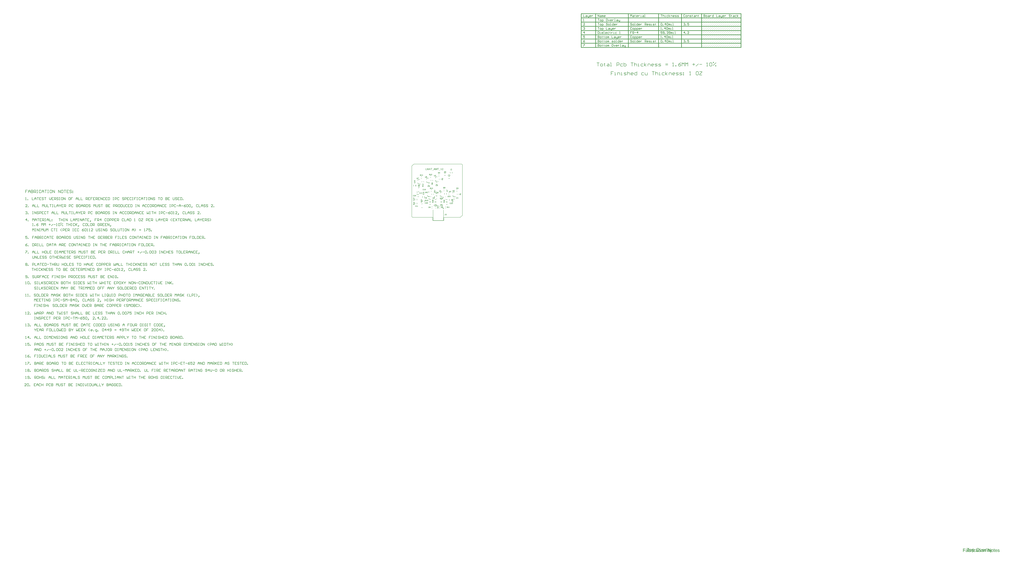
<source format=gto>
G04 Layer_Color=65535*
%FSLAX25Y25*%
%MOIN*%
G70*
G01*
G75*
%ADD22C,0.01000*%
%ADD25C,0.00800*%
%ADD27C,0.01500*%
%ADD28C,0.00100*%
%ADD29C,0.00500*%
G36*
X72121Y134550D02*
X71465D01*
Y138846D01*
X69965Y134550D01*
X69356D01*
X67880Y138916D01*
Y134550D01*
X67224D01*
Y139681D01*
X68239D01*
X69458Y136049D01*
Y136042D01*
X69465Y136026D01*
X69473Y136003D01*
X69481Y135964D01*
X69512Y135878D01*
X69551Y135768D01*
X69590Y135643D01*
X69629Y135518D01*
X69668Y135394D01*
X69700Y135292D01*
X69708Y135308D01*
X69715Y135347D01*
X69739Y135409D01*
X69770Y135495D01*
X69801Y135612D01*
X69848Y135753D01*
X69911Y135917D01*
X69973Y136112D01*
X71199Y139681D01*
X72121D01*
Y134550D01*
D02*
G37*
G36*
X48238D02*
X47582D01*
Y138846D01*
X46082Y134550D01*
X45473D01*
X43997Y138916D01*
Y134550D01*
X43341D01*
Y139681D01*
X44356D01*
X45575Y136049D01*
Y136042D01*
X45582Y136026D01*
X45590Y136003D01*
X45598Y135964D01*
X45629Y135878D01*
X45668Y135768D01*
X45707Y135643D01*
X45746Y135518D01*
X45785Y135394D01*
X45817Y135292D01*
X45825Y135308D01*
X45832Y135347D01*
X45856Y135409D01*
X45887Y135495D01*
X45918Y135612D01*
X45965Y135753D01*
X46028Y135917D01*
X46090Y136112D01*
X47316Y139681D01*
X48238D01*
Y134550D01*
D02*
G37*
G36*
X83726D02*
X83031D01*
X81040Y139681D01*
X81782D01*
X83109Y135956D01*
Y135948D01*
X83117Y135932D01*
X83125Y135909D01*
X83141Y135878D01*
X83164Y135792D01*
X83203Y135682D01*
X83250Y135550D01*
X83297Y135409D01*
X83383Y135112D01*
Y135120D01*
X83391Y135128D01*
X83398Y135151D01*
X83406Y135183D01*
X83430Y135268D01*
X83461Y135378D01*
X83500Y135503D01*
X83547Y135643D01*
X83601Y135800D01*
X83656Y135956D01*
X85046Y139681D01*
X85734D01*
X83726Y134550D01*
D02*
G37*
G36*
X87913Y139697D02*
X87975Y139689D01*
X88045Y139681D01*
X88124Y139673D01*
X88209Y139650D01*
X88397Y139603D01*
X88592Y139533D01*
X88694Y139486D01*
X88787Y139431D01*
X88873Y139361D01*
X88959Y139291D01*
X88967Y139283D01*
X88975Y139275D01*
X88998Y139252D01*
X89029Y139220D01*
X89061Y139173D01*
X89100Y139127D01*
X89178Y139009D01*
X89256Y138861D01*
X89326Y138689D01*
X89381Y138494D01*
X89389Y138385D01*
X89397Y138275D01*
Y138260D01*
Y138221D01*
X89389Y138158D01*
X89381Y138080D01*
X89365Y137986D01*
X89342Y137885D01*
X89311Y137776D01*
X89264Y137666D01*
X89256Y137651D01*
X89240Y137611D01*
X89209Y137557D01*
X89162Y137479D01*
X89108Y137385D01*
X89037Y137276D01*
X88943Y137166D01*
X88842Y137041D01*
X88826Y137026D01*
X88787Y136979D01*
X88717Y136909D01*
X88670Y136862D01*
X88616Y136807D01*
X88553Y136745D01*
X88475Y136674D01*
X88397Y136604D01*
X88311Y136518D01*
X88217Y136432D01*
X88108Y136338D01*
X87998Y136245D01*
X87874Y136135D01*
X87866Y136128D01*
X87850Y136112D01*
X87819Y136089D01*
X87780Y136057D01*
X87686Y135979D01*
X87569Y135878D01*
X87452Y135768D01*
X87327Y135659D01*
X87225Y135565D01*
X87186Y135526D01*
X87147Y135487D01*
X87139Y135479D01*
X87124Y135456D01*
X87093Y135425D01*
X87054Y135378D01*
X86968Y135276D01*
X86882Y135151D01*
X89404D01*
Y134550D01*
X86007D01*
Y134558D01*
Y134589D01*
Y134636D01*
X86015Y134691D01*
X86023Y134753D01*
X86030Y134823D01*
X86054Y134901D01*
X86077Y134979D01*
Y134987D01*
X86085Y134995D01*
X86101Y135042D01*
X86132Y135105D01*
X86179Y135198D01*
X86233Y135300D01*
X86312Y135417D01*
X86390Y135534D01*
X86491Y135659D01*
Y135667D01*
X86507Y135675D01*
X86546Y135722D01*
X86608Y135792D01*
X86702Y135886D01*
X86819Y135995D01*
X86960Y136128D01*
X87132Y136276D01*
X87319Y136440D01*
X87327Y136448D01*
X87358Y136471D01*
X87397Y136503D01*
X87452Y136557D01*
X87522Y136612D01*
X87600Y136682D01*
X87772Y136830D01*
X87959Y137010D01*
X88147Y137190D01*
X88241Y137276D01*
X88319Y137362D01*
X88389Y137448D01*
X88451Y137526D01*
Y137533D01*
X88467Y137541D01*
X88483Y137565D01*
X88498Y137596D01*
X88545Y137674D01*
X88600Y137776D01*
X88655Y137893D01*
X88701Y138018D01*
X88733Y138158D01*
X88748Y138291D01*
Y138299D01*
Y138307D01*
X88740Y138354D01*
X88733Y138424D01*
X88717Y138510D01*
X88678Y138611D01*
X88631Y138713D01*
X88569Y138822D01*
X88475Y138924D01*
X88459Y138931D01*
X88428Y138963D01*
X88366Y139002D01*
X88288Y139056D01*
X88186Y139103D01*
X88069Y139142D01*
X87928Y139173D01*
X87772Y139181D01*
X87725D01*
X87694Y139173D01*
X87616Y139166D01*
X87514Y139150D01*
X87397Y139111D01*
X87272Y139064D01*
X87155Y138994D01*
X87046Y138900D01*
X87038Y138884D01*
X87007Y138853D01*
X86960Y138791D01*
X86913Y138705D01*
X86858Y138596D01*
X86819Y138471D01*
X86788Y138322D01*
X86772Y138150D01*
X86124Y138221D01*
Y138228D01*
Y138252D01*
X86132Y138291D01*
X86140Y138338D01*
X86155Y138400D01*
X86163Y138471D01*
X86210Y138627D01*
X86273Y138806D01*
X86358Y138986D01*
X86475Y139166D01*
X86538Y139244D01*
X86616Y139322D01*
X86624Y139330D01*
X86639Y139338D01*
X86663Y139361D01*
X86694Y139384D01*
X86741Y139408D01*
X86796Y139447D01*
X86858Y139478D01*
X86928Y139517D01*
X87007Y139548D01*
X87093Y139587D01*
X87194Y139619D01*
X87296Y139642D01*
X87530Y139689D01*
X87655Y139697D01*
X87788Y139705D01*
X87858D01*
X87913Y139697D01*
D02*
G37*
G36*
X76885Y139080D02*
X75198D01*
Y134550D01*
X74518D01*
Y139080D01*
X72831D01*
Y139681D01*
X76885D01*
Y139080D01*
D02*
G37*
G36*
X66693Y134550D02*
X65927D01*
X65334Y136104D01*
X63178D01*
X62624Y134550D01*
X61905D01*
X63866Y139681D01*
X64608D01*
X66693Y134550D01*
D02*
G37*
G36*
X57782Y139080D02*
X56095D01*
Y134550D01*
X55415D01*
Y139080D01*
X53728D01*
Y139681D01*
X57782D01*
Y139080D01*
D02*
G37*
G36*
X53556Y134550D02*
X52791D01*
X52197Y136104D01*
X50042D01*
X49487Y134550D01*
X48769D01*
X50729Y139681D01*
X51471D01*
X53556Y134550D01*
D02*
G37*
G36*
X40029Y135151D02*
X42552D01*
Y134550D01*
X39350D01*
Y139681D01*
X40029D01*
Y135151D01*
D02*
G37*
G36*
X81094Y133129D02*
X76924D01*
Y133582D01*
X81094D01*
Y133129D01*
D02*
G37*
G36*
X61991D02*
X57821D01*
Y133582D01*
X61991D01*
Y133129D01*
D02*
G37*
G36*
X1614983Y-941828D02*
X1613797D01*
Y-940481D01*
X1614983D01*
Y-941828D01*
D02*
G37*
G36*
X1594077D02*
X1592891D01*
Y-940481D01*
X1594077D01*
Y-941828D01*
D02*
G37*
G36*
X1630327Y-941985D02*
X1630488Y-942014D01*
X1630663Y-942073D01*
X1630869Y-942131D01*
X1631088Y-942234D01*
X1631322Y-942366D01*
X1630898Y-943449D01*
X1630883Y-943434D01*
X1630825Y-943405D01*
X1630737Y-943361D01*
X1630634Y-943317D01*
X1630503Y-943273D01*
X1630356Y-943229D01*
X1630195Y-943200D01*
X1630034Y-943185D01*
X1629975D01*
X1629902Y-943200D01*
X1629800Y-943215D01*
X1629697Y-943244D01*
X1629580Y-943288D01*
X1629463Y-943347D01*
X1629346Y-943420D01*
X1629331Y-943434D01*
X1629302Y-943464D01*
X1629243Y-943522D01*
X1629221Y-943550D01*
X1629228Y-943556D01*
X1629360Y-943673D01*
X1629462Y-943805D01*
X1629477Y-943819D01*
X1629506Y-943863D01*
X1629550Y-943951D01*
X1629609Y-944054D01*
X1629667Y-944171D01*
X1629726Y-944317D01*
X1629784Y-944493D01*
X1629828Y-944669D01*
Y-944683D01*
X1629843Y-944727D01*
X1629857Y-944815D01*
X1629872Y-944932D01*
Y-945093D01*
X1629887Y-945298D01*
X1629901Y-945532D01*
Y-945825D01*
Y-950100D01*
X1628716D01*
Y-949100D01*
X1627545D01*
Y-944020D01*
X1627442Y-944010D01*
X1627266Y-943995D01*
X1627134D01*
X1627003Y-944024D01*
X1626812Y-944054D01*
X1626607Y-944112D01*
X1626402Y-944200D01*
X1626168Y-944317D01*
X1625977Y-944468D01*
X1625979Y-944474D01*
X1626023Y-944723D01*
X1626067Y-945001D01*
X1626096Y-945294D01*
X1626110Y-945616D01*
Y-945630D01*
Y-945689D01*
Y-945791D01*
X1626096Y-945923D01*
X1625440D01*
X1625422Y-946059D01*
Y-946294D01*
Y-946921D01*
X1626067Y-947007D01*
Y-947021D01*
X1626052Y-947050D01*
X1626037Y-947109D01*
X1626008Y-947182D01*
X1625979Y-947270D01*
X1625935Y-947373D01*
X1625818Y-947621D01*
X1625671Y-947885D01*
X1625496Y-948163D01*
X1625422Y-948251D01*
Y-950100D01*
X1624236D01*
Y-949049D01*
X1624178Y-949071D01*
X1623827Y-949173D01*
X1623446Y-949232D01*
X1623007Y-949261D01*
X1622860D01*
X1622758Y-949246D01*
X1622626Y-949232D01*
X1622480Y-949217D01*
X1622319Y-949188D01*
X1622128Y-949144D01*
X1622103Y-949136D01*
X1621981Y-949280D01*
X1621776Y-949471D01*
X1621542Y-949661D01*
X1621264Y-949837D01*
X1621249D01*
X1621235Y-949851D01*
X1621191Y-949880D01*
X1621132Y-949895D01*
X1620971Y-949968D01*
X1620766Y-950041D01*
X1620517Y-950129D01*
X1620239Y-950188D01*
X1619931Y-950246D01*
X1619595Y-950261D01*
X1619448D01*
X1619346Y-950246D01*
X1619229Y-950232D01*
X1619082Y-950217D01*
X1618921Y-950188D01*
X1618746Y-950144D01*
X1618380Y-950027D01*
X1618175Y-949954D01*
X1617984Y-949866D01*
X1617779Y-949763D01*
X1617589Y-949632D01*
X1617399Y-949485D01*
X1617223Y-949324D01*
X1617208Y-949309D01*
X1617179Y-949280D01*
X1617135Y-949222D01*
X1617091Y-949148D01*
X1617018Y-949046D01*
X1616945Y-948929D01*
X1616857Y-948797D01*
X1616784Y-948636D01*
X1616696Y-948446D01*
X1616672Y-948393D01*
X1616404Y-949100D01*
X1615291D01*
X1614983Y-948289D01*
Y-950100D01*
X1613797D01*
Y-945171D01*
X1612642Y-942131D01*
X1613886D01*
X1614243Y-943131D01*
X1614983D01*
Y-945208D01*
X1615379Y-946318D01*
X1615394Y-946348D01*
X1615423Y-946436D01*
X1615467Y-946567D01*
X1615526Y-946743D01*
X1615599Y-946948D01*
X1615672Y-947182D01*
X1615760Y-947446D01*
X1615833Y-947709D01*
X1615848Y-947680D01*
X1615862Y-947607D01*
X1615906Y-947490D01*
X1615950Y-947343D01*
X1616009Y-947153D01*
X1616082Y-946919D01*
X1616170Y-946670D01*
X1616272Y-946392D01*
X1616357Y-946160D01*
X1616359Y-946133D01*
X1616389Y-945957D01*
X1616418Y-945752D01*
X1616462Y-945532D01*
X1616520Y-945298D01*
X1616594Y-945064D01*
X1616681Y-944830D01*
X1616784Y-944595D01*
X1616901Y-944361D01*
X1617047Y-944141D01*
X1617130Y-944036D01*
X1617824Y-942131D01*
X1619039D01*
X1618674Y-943097D01*
X1618702Y-943087D01*
X1619126Y-943000D01*
X1619361Y-942985D01*
X1619595Y-942970D01*
X1619727D01*
X1619829Y-942985D01*
X1619961Y-943000D01*
X1620093Y-943014D01*
X1620254Y-943044D01*
X1620429Y-943087D01*
X1620466Y-943099D01*
X1620591Y-942951D01*
X1620606Y-942937D01*
X1620635Y-942907D01*
X1620679Y-942863D01*
X1620752Y-942790D01*
X1620840Y-942717D01*
X1620957Y-942644D01*
X1621074Y-942556D01*
X1621221Y-942453D01*
X1621382Y-942366D01*
X1621557Y-942278D01*
X1621748Y-942205D01*
X1621967Y-942117D01*
X1622187Y-942058D01*
X1622421Y-942014D01*
X1622670Y-941985D01*
X1622934Y-941970D01*
X1623065D01*
X1623168Y-941985D01*
X1623285Y-942000D01*
X1623431Y-942014D01*
X1623578Y-942043D01*
X1623753Y-942087D01*
X1624105Y-942205D01*
X1624295Y-942278D01*
X1624485Y-942380D01*
X1624676Y-942483D01*
X1624866Y-942614D01*
X1625042Y-942761D01*
X1625217Y-942937D01*
X1625232Y-942951D01*
X1625261Y-942980D01*
X1625305Y-943039D01*
X1625364Y-943112D01*
X1625422Y-943215D01*
X1625496Y-943332D01*
X1625583Y-943464D01*
X1625671Y-943625D01*
X1625697Y-943691D01*
X1625729Y-943658D01*
X1625861Y-943541D01*
X1626022Y-943439D01*
X1626183Y-943336D01*
X1626358Y-943234D01*
X1626563Y-943146D01*
X1626768Y-943073D01*
X1627003Y-943014D01*
X1627251Y-942985D01*
X1627515Y-942970D01*
X1627545D01*
Y-942131D01*
X1628614D01*
Y-943171D01*
X1628629Y-943156D01*
X1628687Y-943068D01*
X1628760Y-942937D01*
X1628848Y-942790D01*
X1628965Y-942629D01*
X1629097Y-942468D01*
X1629214Y-942322D01*
X1629346Y-942219D01*
X1629361Y-942205D01*
X1629404Y-942175D01*
X1629478Y-942146D01*
X1629580Y-942087D01*
X1629683Y-942043D01*
X1629814Y-942014D01*
X1629961Y-941985D01*
X1630107Y-941970D01*
X1630210D01*
X1630327Y-941985D01*
D02*
G37*
G36*
X1666370Y-942985D02*
X1666560Y-943000D01*
X1666794Y-943029D01*
X1667028Y-943073D01*
X1667277Y-943131D01*
X1667512Y-943219D01*
X1667526D01*
X1667541Y-943234D01*
X1667614Y-943263D01*
X1667731Y-943322D01*
X1667863Y-943380D01*
X1668009Y-943483D01*
X1668170Y-943585D01*
X1668317Y-943717D01*
X1668434Y-943863D01*
X1668448Y-943878D01*
X1668478Y-943937D01*
X1668536Y-944024D01*
X1668609Y-944141D01*
X1668668Y-944288D01*
X1668741Y-944478D01*
X1668800Y-944683D01*
X1668858Y-944917D01*
X1667702Y-945078D01*
Y-945049D01*
X1667687Y-944991D01*
X1667658Y-944888D01*
X1667614Y-944771D01*
X1667555Y-944639D01*
X1667468Y-944508D01*
X1667365Y-944361D01*
X1667233Y-944244D01*
X1667219Y-944229D01*
X1667160Y-944200D01*
X1667072Y-944141D01*
X1666955Y-944083D01*
X1666809Y-944039D01*
X1666619Y-943981D01*
X1666413Y-943951D01*
X1666165Y-943937D01*
X1666033D01*
X1665886Y-943951D01*
X1665711Y-943966D01*
X1665520Y-944010D01*
X1665330Y-944054D01*
X1665140Y-944127D01*
X1664993Y-944215D01*
X1664979Y-944229D01*
X1664935Y-944259D01*
X1664891Y-944317D01*
X1664832Y-944390D01*
X1664759Y-944478D01*
X1664715Y-944595D01*
X1664671Y-944713D01*
X1664657Y-944844D01*
Y-944859D01*
Y-944888D01*
X1664671Y-944932D01*
Y-944991D01*
X1664715Y-945122D01*
X1664788Y-945269D01*
X1664803Y-945283D01*
X1664818Y-945298D01*
X1664906Y-945371D01*
X1664964Y-945430D01*
X1665037Y-945474D01*
X1665140Y-945532D01*
X1665242Y-945576D01*
X1665257D01*
X1665286Y-945591D01*
X1665345Y-945605D01*
X1665447Y-945635D01*
X1665579Y-945679D01*
X1665769Y-945737D01*
X1666004Y-945796D01*
X1666135Y-945840D01*
X1666296Y-945884D01*
X1666311D01*
X1666355Y-945898D01*
X1666413Y-945913D01*
X1666501Y-945942D01*
X1666604Y-945971D01*
X1666721Y-946001D01*
X1666985Y-946074D01*
X1667277Y-946162D01*
X1667570Y-946264D01*
X1667834Y-946352D01*
X1667951Y-946396D01*
X1668053Y-946440D01*
X1668082Y-946455D01*
X1668141Y-946484D01*
X1668229Y-946528D01*
X1668331Y-946586D01*
X1668463Y-946674D01*
X1668595Y-946791D01*
X1668712Y-946908D01*
X1668829Y-947055D01*
X1668844Y-947069D01*
X1668873Y-947128D01*
X1668917Y-947216D01*
X1668975Y-947333D01*
X1669034Y-947479D01*
X1669078Y-947655D01*
X1669107Y-947845D01*
X1669122Y-948065D01*
Y-948094D01*
Y-948168D01*
X1669107Y-948285D01*
X1669078Y-948416D01*
X1669034Y-948592D01*
X1668975Y-948782D01*
X1668888Y-948973D01*
X1668771Y-949178D01*
X1668756Y-949207D01*
X1668712Y-949265D01*
X1668624Y-949353D01*
X1668507Y-949471D01*
X1668375Y-949602D01*
X1668200Y-949734D01*
X1667995Y-949866D01*
X1667760Y-949983D01*
X1667731Y-949998D01*
X1667643Y-950027D01*
X1667512Y-950071D01*
X1667336Y-950115D01*
X1667116Y-950173D01*
X1666867Y-950217D01*
X1666589Y-950246D01*
X1666296Y-950261D01*
X1666165D01*
X1666077Y-950246D01*
X1665960D01*
X1665828Y-950232D01*
X1665520Y-950188D01*
X1665184Y-950129D01*
X1664847Y-950027D01*
X1664510Y-949895D01*
X1664364Y-949807D01*
X1664218Y-949705D01*
X1664203D01*
X1664188Y-949675D01*
X1664100Y-949602D01*
X1663983Y-949471D01*
X1663837Y-949280D01*
X1663691Y-949046D01*
X1663544Y-948753D01*
X1663412Y-948416D01*
X1663325Y-948021D01*
X1664496Y-947831D01*
Y-947845D01*
Y-947860D01*
X1664510Y-947948D01*
X1664554Y-948080D01*
X1664598Y-948241D01*
X1664671Y-948416D01*
X1664759Y-948592D01*
X1664891Y-948768D01*
X1665037Y-948929D01*
X1665052Y-948943D01*
X1665125Y-948987D01*
X1665228Y-949046D01*
X1665359Y-949104D01*
X1665550Y-949178D01*
X1665755Y-949236D01*
X1666018Y-949280D01*
X1666296Y-949295D01*
X1666428D01*
X1666575Y-949280D01*
X1666750Y-949251D01*
X1666955Y-949222D01*
X1667160Y-949163D01*
X1667351Y-949075D01*
X1667512Y-948973D01*
X1667526Y-948958D01*
X1667570Y-948914D01*
X1667643Y-948841D01*
X1667716Y-948753D01*
X1667775Y-948636D01*
X1667848Y-948490D01*
X1667892Y-948343D01*
X1667907Y-948182D01*
Y-948168D01*
Y-948109D01*
X1667892Y-948050D01*
X1667863Y-947948D01*
X1667819Y-947860D01*
X1667760Y-947743D01*
X1667673Y-947641D01*
X1667555Y-947553D01*
X1667541Y-947538D01*
X1667497Y-947523D01*
X1667424Y-947494D01*
X1667307Y-947435D01*
X1667146Y-947392D01*
X1666941Y-947318D01*
X1666809Y-947274D01*
X1666677Y-947245D01*
X1666516Y-947201D01*
X1666340Y-947157D01*
X1666326D01*
X1666282Y-947143D01*
X1666223Y-947128D01*
X1666135Y-947099D01*
X1666018Y-947069D01*
X1665901Y-947040D01*
X1665623Y-946952D01*
X1665330Y-946865D01*
X1665023Y-946777D01*
X1664745Y-946674D01*
X1664627Y-946630D01*
X1664525Y-946586D01*
X1664510Y-946572D01*
X1664437Y-946542D01*
X1664349Y-946484D01*
X1664247Y-946411D01*
X1664115Y-946323D01*
X1663998Y-946206D01*
X1663866Y-946074D01*
X1663764Y-945928D01*
X1663749Y-945913D01*
X1663720Y-945854D01*
X1663691Y-945767D01*
X1663647Y-945649D01*
X1663588Y-945518D01*
X1663559Y-945357D01*
X1663529Y-945181D01*
X1663515Y-944991D01*
Y-944976D01*
Y-944917D01*
X1663529Y-944815D01*
X1663544Y-944713D01*
X1663559Y-944581D01*
X1663603Y-944434D01*
X1663647Y-944273D01*
X1663720Y-944127D01*
X1663734Y-944112D01*
X1663764Y-944054D01*
X1663808Y-943981D01*
X1663881Y-943893D01*
X1663954Y-943790D01*
X1664057Y-943688D01*
X1664174Y-943571D01*
X1664305Y-943468D01*
X1664320Y-943453D01*
X1664364Y-943439D01*
X1664422Y-943395D01*
X1664510Y-943351D01*
X1664613Y-943292D01*
X1664745Y-943234D01*
X1664891Y-943175D01*
X1665052Y-943117D01*
X1665081D01*
X1665140Y-943087D01*
X1665228Y-943073D01*
X1665359Y-943044D01*
X1665520Y-943014D01*
X1665681Y-943000D01*
X1665872Y-942970D01*
X1666209D01*
X1666370Y-942985D01*
D02*
G37*
G36*
X1583098Y-940609D02*
X1582116D01*
Y-943907D01*
X1582131Y-943893D01*
X1582146Y-943863D01*
X1582190Y-943819D01*
X1582248Y-943761D01*
X1582321Y-943688D01*
X1582409Y-943614D01*
X1582629Y-943439D01*
X1582892Y-943263D01*
X1583229Y-943117D01*
X1583405Y-943058D01*
X1583595Y-943014D01*
X1583800Y-942985D01*
X1584005Y-942970D01*
X1584122D01*
X1584239Y-942985D01*
X1584400Y-943000D01*
X1584591Y-943029D01*
X1584616Y-943036D01*
X1584694Y-942937D01*
X1584884Y-942746D01*
X1584899Y-942732D01*
X1584928Y-942717D01*
X1584972Y-942673D01*
X1585045Y-942629D01*
X1585133Y-942571D01*
X1585236Y-942497D01*
X1585353Y-942424D01*
X1585499Y-942351D01*
X1585645Y-942292D01*
X1585807Y-942219D01*
X1586187Y-942087D01*
X1586612Y-942000D01*
X1586846Y-941985D01*
X1587080Y-941970D01*
X1587212D01*
X1587315Y-941985D01*
X1587446Y-942000D01*
X1587578Y-942014D01*
X1587739Y-942043D01*
X1587915Y-942087D01*
X1588281Y-942205D01*
X1588471Y-942278D01*
X1588676Y-942366D01*
X1588866Y-942483D01*
X1589057Y-942614D01*
X1589247Y-942761D01*
X1589423Y-942922D01*
X1589437Y-942937D01*
X1589467Y-942966D01*
X1589511Y-943024D01*
X1589569Y-943098D01*
X1589642Y-943185D01*
X1589715Y-943303D01*
X1589803Y-943449D01*
X1589878Y-943573D01*
X1589963Y-943468D01*
X1590081Y-943322D01*
X1590212Y-943219D01*
X1590227Y-943205D01*
X1590271Y-943175D01*
X1590344Y-943146D01*
X1590447Y-943087D01*
X1590549Y-943044D01*
X1590681Y-943014D01*
X1590827Y-942985D01*
X1590974Y-942970D01*
X1591076D01*
X1591193Y-942985D01*
X1591354Y-943014D01*
X1591530Y-943073D01*
X1591721Y-943127D01*
Y-942131D01*
X1592805D01*
Y-943039D01*
X1592819Y-943010D01*
X1592863Y-942951D01*
X1592951Y-942863D01*
X1593053Y-942746D01*
X1593171Y-942614D01*
X1593317Y-942483D01*
X1593478Y-942351D01*
X1593654Y-942249D01*
X1593683Y-942234D01*
X1593741Y-942205D01*
X1593844Y-942161D01*
X1593976Y-942102D01*
X1594151Y-942058D01*
X1594342Y-942014D01*
X1594561Y-941985D01*
X1594810Y-941970D01*
X1594957D01*
X1595132Y-942000D01*
X1595337Y-942029D01*
X1595586Y-942087D01*
X1595850Y-942161D01*
X1596113Y-942278D01*
X1596377Y-942439D01*
X1596391D01*
X1596406Y-942453D01*
X1596494Y-942527D01*
X1596611Y-942629D01*
X1596772Y-942776D01*
X1596933Y-942951D01*
X1597109Y-943185D01*
X1597188Y-943308D01*
X1597313Y-943263D01*
X1597518Y-943175D01*
X1597752Y-943102D01*
X1598045Y-943029D01*
X1598352Y-942985D01*
X1598674Y-942970D01*
X1598791D01*
X1598865Y-942985D01*
X1598967D01*
X1599069Y-943000D01*
X1599333Y-943044D01*
X1599626Y-943117D01*
X1599948Y-943219D01*
X1600255Y-943366D01*
X1600533Y-943556D01*
X1600548D01*
X1600563Y-943585D01*
X1600651Y-943658D01*
X1600768Y-943790D01*
X1600914Y-943966D01*
X1601075Y-944200D01*
X1601222Y-944478D01*
X1601353Y-944815D01*
X1601456Y-945181D01*
X1600314Y-945357D01*
Y-945342D01*
X1600299Y-945327D01*
X1600285Y-945240D01*
X1600241Y-945122D01*
X1600182Y-944961D01*
X1600094Y-944786D01*
X1599992Y-944610D01*
X1599875Y-944449D01*
X1599728Y-944303D01*
X1599714Y-944288D01*
X1599655Y-944244D01*
X1599567Y-944185D01*
X1599450Y-944112D01*
X1599304Y-944054D01*
X1599143Y-943995D01*
X1598938Y-943951D01*
X1598733Y-943937D01*
X1598645D01*
X1598586Y-943951D01*
X1598425Y-943966D01*
X1598220Y-944010D01*
X1597986Y-944098D01*
X1597752Y-944215D01*
X1597596Y-944306D01*
X1597650Y-944562D01*
X1597709Y-944869D01*
X1597753Y-945206D01*
X1597767Y-945572D01*
Y-945586D01*
Y-945616D01*
Y-945674D01*
Y-945747D01*
X1597753Y-945850D01*
Y-945952D01*
X1597723Y-946216D01*
X1597665Y-946509D01*
X1597606Y-946831D01*
X1597504Y-947167D01*
X1597372Y-947504D01*
Y-947519D01*
X1597357Y-947548D01*
X1597328Y-947592D01*
X1597299Y-947651D01*
X1597211Y-947797D01*
X1597094Y-947987D01*
X1596983Y-948129D01*
X1597093Y-948387D01*
X1597181Y-948534D01*
X1597269Y-948665D01*
X1597298Y-948695D01*
X1597371Y-948768D01*
X1597488Y-948870D01*
X1597649Y-948973D01*
X1597840Y-949090D01*
X1598089Y-949192D01*
X1598352Y-949265D01*
X1598499Y-949280D01*
X1598660Y-949295D01*
X1598777D01*
X1598909Y-949265D01*
X1599069Y-949236D01*
X1599245Y-949192D01*
X1599450Y-949119D01*
X1599640Y-949017D01*
X1599816Y-948870D01*
X1599831Y-948856D01*
X1599889Y-948782D01*
X1599977Y-948695D01*
X1600065Y-948548D01*
X1600167Y-948358D01*
X1600270Y-948138D01*
X1600358Y-947860D01*
X1600416Y-947553D01*
X1601573Y-947714D01*
Y-947728D01*
X1601558Y-947772D01*
X1601544Y-947831D01*
X1601529Y-947904D01*
X1601500Y-948007D01*
X1601471Y-948124D01*
X1601383Y-948402D01*
X1601251Y-948695D01*
X1601075Y-949017D01*
X1600856Y-949309D01*
X1600592Y-949588D01*
X1600577D01*
X1600563Y-949617D01*
X1600519Y-949646D01*
X1600460Y-949690D01*
X1600373Y-949749D01*
X1600285Y-949807D01*
X1600065Y-949924D01*
X1599787Y-950041D01*
X1599450Y-950159D01*
X1599084Y-950232D01*
X1598879Y-950246D01*
X1598674Y-950261D01*
X1598542D01*
X1598440Y-950246D01*
X1598323Y-950232D01*
X1598176Y-950217D01*
X1598030Y-950188D01*
X1597854Y-950144D01*
X1597488Y-950041D01*
X1597298Y-949954D01*
X1597108Y-949866D01*
X1596917Y-949763D01*
X1596742Y-949646D01*
X1596566Y-949500D01*
X1596390Y-949339D01*
X1596376Y-949324D01*
X1596346Y-949295D01*
X1596317Y-949236D01*
X1596259Y-949163D01*
X1596185Y-949061D01*
X1596112Y-948943D01*
X1596088Y-948900D01*
X1595981Y-948954D01*
X1595791Y-949027D01*
X1595557Y-949115D01*
X1595308Y-949188D01*
X1595015Y-949246D01*
X1594722Y-949261D01*
X1594620D01*
X1594517Y-949246D01*
X1594371Y-949232D01*
X1594210Y-949203D01*
X1594077Y-949169D01*
Y-950100D01*
X1592907D01*
Y-951764D01*
X1591721D01*
Y-944420D01*
X1591691Y-944405D01*
X1591603Y-944361D01*
X1591501Y-944317D01*
X1591369Y-944273D01*
X1591222Y-944229D01*
X1591061Y-944200D01*
X1590900Y-944185D01*
X1590842D01*
X1590769Y-944200D01*
X1590666Y-944215D01*
X1590564Y-944244D01*
X1590447Y-944288D01*
X1590329Y-944347D01*
X1590212Y-944420D01*
X1590202Y-944430D01*
X1590257Y-944664D01*
X1590301Y-944942D01*
X1590330Y-945220D01*
X1590345Y-945528D01*
Y-945543D01*
Y-945586D01*
Y-945660D01*
Y-945747D01*
X1590330Y-945865D01*
Y-945996D01*
X1590316Y-946143D01*
X1590301Y-946304D01*
X1590242Y-946640D01*
X1590169Y-946992D01*
X1590067Y-947343D01*
X1589935Y-947651D01*
Y-947665D01*
X1589920Y-947680D01*
X1589862Y-947782D01*
X1589759Y-947914D01*
X1589628Y-948090D01*
X1589597Y-948125D01*
Y-950100D01*
X1588412D01*
Y-948984D01*
X1588251Y-949041D01*
X1588003Y-949129D01*
X1587724Y-949188D01*
X1587417Y-949246D01*
X1587080Y-949261D01*
X1586934D01*
X1586831Y-949246D01*
X1586714Y-949232D01*
X1586568Y-949217D01*
X1586407Y-949188D01*
X1586231Y-949144D01*
X1586204Y-949135D01*
X1586069Y-949295D01*
X1586055Y-949309D01*
X1586025Y-949339D01*
X1585981Y-949383D01*
X1585908Y-949441D01*
X1585835Y-949514D01*
X1585732Y-949602D01*
X1585615Y-949690D01*
X1585469Y-949778D01*
X1585161Y-949954D01*
X1584810Y-950115D01*
X1584605Y-950173D01*
X1584400Y-950217D01*
X1584181Y-950246D01*
X1583946Y-950261D01*
X1583829D01*
X1583741Y-950246D01*
X1583639Y-950232D01*
X1583522Y-950202D01*
X1583244Y-950129D01*
X1583097Y-950085D01*
X1582936Y-950012D01*
X1582775Y-949924D01*
X1582614Y-949822D01*
X1582468Y-949705D01*
X1582307Y-949573D01*
X1582160Y-949412D01*
X1582029Y-949236D01*
Y-950100D01*
X1580931D01*
Y-940609D01*
X1579936D01*
Y-949100D01*
X1579179D01*
X1579188Y-949178D01*
X1579203Y-949280D01*
Y-949295D01*
X1579218Y-949353D01*
X1579232Y-949441D01*
X1579262Y-949544D01*
X1579305Y-949661D01*
X1579364Y-949807D01*
X1579496Y-950100D01*
X1578266D01*
X1578251Y-950085D01*
X1578237Y-950041D01*
X1578207Y-949954D01*
X1578164Y-949851D01*
X1578120Y-949719D01*
X1578090Y-949573D01*
X1578061Y-949412D01*
X1578032Y-949222D01*
X1578003Y-949251D01*
X1577915Y-949309D01*
X1577798Y-949412D01*
X1577622Y-949529D01*
X1577432Y-949675D01*
X1577212Y-949807D01*
X1576992Y-949924D01*
X1576758Y-950027D01*
X1576729Y-950041D01*
X1576656Y-950056D01*
X1576539Y-950100D01*
X1576377Y-950144D01*
X1576173Y-950188D01*
X1575953Y-950217D01*
X1575719Y-950246D01*
X1575455Y-950261D01*
X1575353D01*
X1575265Y-950246D01*
X1575177D01*
X1575060Y-950232D01*
X1574811Y-950188D01*
X1574518Y-950129D01*
X1574240Y-950027D01*
X1573947Y-949895D01*
X1573698Y-949705D01*
X1573669Y-949675D01*
X1573596Y-949602D01*
X1573508Y-949485D01*
X1573391Y-949309D01*
X1573274Y-949104D01*
X1573186Y-948870D01*
X1573113Y-948577D01*
X1573083Y-948270D01*
Y-948241D01*
Y-948182D01*
X1573098Y-948080D01*
X1573113Y-947963D01*
X1573142Y-947816D01*
X1573171Y-947655D01*
X1573230Y-947494D01*
X1573303Y-947333D01*
X1573318Y-947318D01*
X1573347Y-947260D01*
X1573391Y-947187D01*
X1573464Y-947084D01*
X1573552Y-946982D01*
X1573669Y-946865D01*
X1573786Y-946762D01*
X1573918Y-946660D01*
X1573933Y-946645D01*
X1573991Y-946616D01*
X1574064Y-946572D01*
X1574167Y-946513D01*
X1574299Y-946440D01*
X1574430Y-946381D01*
X1574591Y-946323D01*
X1574767Y-946264D01*
X1574782D01*
X1574840Y-946250D01*
X1574914Y-946235D01*
X1575031Y-946206D01*
X1575177Y-946177D01*
X1575367Y-946147D01*
X1575572Y-946118D01*
X1575821Y-946089D01*
X1575836D01*
X1575880Y-946074D01*
X1575953D01*
X1576055Y-946059D01*
X1576173Y-946045D01*
X1576304Y-946030D01*
X1576626Y-945971D01*
X1576963Y-945913D01*
X1577314Y-945854D01*
X1577651Y-945767D01*
X1577798Y-945723D01*
X1577929Y-945679D01*
Y-945664D01*
Y-945635D01*
X1577944Y-945547D01*
Y-945444D01*
Y-945401D01*
Y-945371D01*
Y-945357D01*
Y-945342D01*
Y-945254D01*
X1577929Y-945122D01*
X1577900Y-944976D01*
X1577856Y-944815D01*
X1577798Y-944639D01*
X1577724Y-944493D01*
X1577607Y-944361D01*
X1577593Y-944347D01*
X1577519Y-944303D01*
X1577417Y-944229D01*
X1577271Y-944156D01*
X1577080Y-944083D01*
X1576846Y-944010D01*
X1576568Y-943966D01*
X1576260Y-943951D01*
X1576129D01*
X1575982Y-943966D01*
X1575792Y-943981D01*
X1575587Y-944024D01*
X1575397Y-944068D01*
X1575192Y-944141D01*
X1575031Y-944244D01*
X1575016Y-944259D01*
X1574972Y-944303D01*
X1574899Y-944376D01*
X1574811Y-944478D01*
X1574709Y-944625D01*
X1574621Y-944800D01*
X1574518Y-945020D01*
X1574445Y-945269D01*
X1573289Y-945108D01*
Y-945093D01*
X1573303Y-945078D01*
X1573318Y-944991D01*
X1573362Y-944859D01*
X1573406Y-944683D01*
X1573479Y-944493D01*
X1573567Y-944303D01*
X1573669Y-944098D01*
X1573801Y-943922D01*
X1573816Y-943907D01*
X1573874Y-943849D01*
X1573947Y-943761D01*
X1574064Y-943658D01*
X1574211Y-943556D01*
X1574401Y-943439D01*
X1574606Y-943322D01*
X1574840Y-943219D01*
X1574855D01*
X1574870Y-943205D01*
X1574914Y-943190D01*
X1574957Y-943175D01*
X1575104Y-943146D01*
X1575294Y-943087D01*
X1575528Y-943044D01*
X1575792Y-943014D01*
X1576099Y-942985D01*
X1576421Y-942970D01*
X1576568D01*
X1576729Y-942985D01*
X1576934Y-943000D01*
X1577168Y-943029D01*
X1577417Y-943058D01*
X1577651Y-943117D01*
X1577871Y-943190D01*
X1577900Y-943205D01*
X1577959Y-943219D01*
X1578061Y-943278D01*
X1578178Y-943336D01*
X1578310Y-943410D01*
X1578456Y-943497D01*
X1578574Y-943600D01*
X1578662Y-943689D01*
Y-940609D01*
X1575500D01*
Y-939482D01*
X1583098D01*
Y-940609D01*
D02*
G37*
G36*
X1643151Y-942372D02*
X1644513Y-946143D01*
Y-946157D01*
X1644528Y-946172D01*
X1644542Y-946216D01*
X1644557Y-946274D01*
X1644615Y-946436D01*
X1644689Y-946640D01*
X1644689Y-946641D01*
X1644688Y-946616D01*
Y-946586D01*
Y-946528D01*
X1644702Y-946425D01*
Y-946294D01*
X1644717Y-946133D01*
X1644746Y-945957D01*
X1644776Y-945752D01*
X1644819Y-945532D01*
X1644878Y-945298D01*
X1644951Y-945064D01*
X1645039Y-944830D01*
X1645142Y-944595D01*
X1645259Y-944361D01*
X1645405Y-944141D01*
X1645566Y-943937D01*
X1645757Y-943746D01*
X1645771Y-943732D01*
X1645800Y-943717D01*
X1645844Y-943673D01*
X1645918Y-943629D01*
X1646005Y-943571D01*
X1646108Y-943497D01*
X1646225Y-943424D01*
X1646371Y-943351D01*
X1646518Y-943292D01*
X1646587Y-943261D01*
X1647002Y-942131D01*
X1648173D01*
X1647859Y-942976D01*
X1647952Y-942970D01*
X1648084D01*
X1648187Y-942985D01*
X1648318Y-943000D01*
X1648450Y-943014D01*
X1648611Y-943044D01*
X1648787Y-943087D01*
X1649153Y-943205D01*
X1649343Y-943278D01*
X1649548Y-943366D01*
X1649739Y-943483D01*
X1649929Y-943614D01*
X1650119Y-943761D01*
X1650295Y-943922D01*
X1650310Y-943937D01*
X1650339Y-943966D01*
X1650383Y-944024D01*
X1650441Y-944098D01*
X1650514Y-944185D01*
X1650588Y-944303D01*
X1650676Y-944449D01*
X1650763Y-944595D01*
X1650837Y-944771D01*
X1650924Y-944976D01*
X1650998Y-945181D01*
X1651071Y-945415D01*
X1651129Y-945664D01*
X1651173Y-945942D01*
X1651203Y-946220D01*
X1651217Y-946528D01*
Y-946542D01*
Y-946586D01*
Y-946660D01*
Y-946747D01*
X1651203Y-946865D01*
Y-946996D01*
X1651188Y-947143D01*
X1651173Y-947304D01*
X1651115Y-947641D01*
X1651041Y-947992D01*
X1650939Y-948343D01*
X1650807Y-948651D01*
Y-948665D01*
X1650793Y-948680D01*
X1650734Y-948782D01*
X1650632Y-948914D01*
X1650500Y-949090D01*
X1650339Y-949280D01*
X1650134Y-949471D01*
X1649900Y-949661D01*
X1649621Y-949837D01*
X1649607D01*
X1649592Y-949851D01*
X1649548Y-949880D01*
X1649490Y-949895D01*
X1649329Y-949968D01*
X1649124Y-950041D01*
X1648875Y-950129D01*
X1648597Y-950188D01*
X1648289Y-950246D01*
X1647952Y-950261D01*
X1647806D01*
X1647704Y-950246D01*
X1647586Y-950232D01*
X1647440Y-950217D01*
X1647279Y-950188D01*
X1647103Y-950144D01*
X1646737Y-950027D01*
X1646532Y-949954D01*
X1646342Y-949866D01*
X1646137Y-949763D01*
X1645947Y-949632D01*
X1645757Y-949485D01*
X1645581Y-949324D01*
X1645566Y-949309D01*
X1645537Y-949280D01*
X1645523Y-949261D01*
X1645494Y-949320D01*
X1645465Y-949407D01*
X1645435Y-949495D01*
X1645391Y-949598D01*
X1645304Y-949847D01*
X1645186Y-950110D01*
X1645084Y-950359D01*
X1644981Y-950608D01*
X1644923Y-950710D01*
X1644879Y-950798D01*
X1644864Y-950828D01*
X1644820Y-950886D01*
X1644762Y-950989D01*
X1644674Y-951120D01*
X1644557Y-951252D01*
X1644440Y-951398D01*
X1644293Y-951530D01*
X1644147Y-951647D01*
X1644132Y-951662D01*
X1644074Y-951691D01*
X1643986Y-951735D01*
X1643869Y-951779D01*
X1643737Y-951838D01*
X1643561Y-951882D01*
X1643386Y-951911D01*
X1643181Y-951925D01*
X1643122D01*
X1643049Y-951911D01*
X1642961D01*
X1642844Y-951896D01*
X1642712Y-951867D01*
X1642419Y-951779D01*
X1642288Y-950681D01*
X1642302D01*
X1642346Y-950696D01*
X1642419Y-950710D01*
X1642522Y-950740D01*
X1642727Y-950784D01*
X1642961Y-950798D01*
X1643034D01*
X1643093Y-950784D01*
X1643195D01*
X1643400Y-950740D01*
X1643503Y-950710D01*
X1643591Y-950667D01*
X1643605D01*
X1643635Y-950637D01*
X1643678Y-950608D01*
X1643722Y-950564D01*
X1643854Y-950447D01*
X1643986Y-950286D01*
Y-950271D01*
X1644001Y-950242D01*
X1644030Y-950198D01*
X1644074Y-950110D01*
X1644118Y-949993D01*
X1644176Y-949847D01*
X1644249Y-949642D01*
X1644337Y-949407D01*
X1644352Y-949393D01*
X1644367Y-949334D01*
X1644411Y-949246D01*
X1644454Y-949115D01*
X1643151Y-945679D01*
Y-950100D01*
X1641848D01*
X1640759Y-948472D01*
X1640780Y-948544D01*
X1640824Y-948661D01*
X1640882Y-948807D01*
X1641014Y-949100D01*
X1639784D01*
X1639770Y-949085D01*
X1639755Y-949041D01*
X1639726Y-948954D01*
X1639682Y-948851D01*
X1639638Y-948719D01*
X1639609Y-948573D01*
X1639579Y-948412D01*
X1639550Y-948222D01*
X1639521Y-948251D01*
X1639433Y-948309D01*
X1639316Y-948412D01*
X1639140Y-948529D01*
X1638950Y-948675D01*
X1638730Y-948807D01*
X1638511Y-948924D01*
X1638276Y-949027D01*
X1638247Y-949041D01*
X1638174Y-949056D01*
X1638057Y-949100D01*
X1637896Y-949144D01*
X1637691Y-949188D01*
X1637471Y-949217D01*
X1637237Y-949246D01*
X1636973Y-949261D01*
X1636871D01*
X1636797Y-949249D01*
Y-950100D01*
X1635582D01*
Y-948947D01*
X1635465Y-948895D01*
X1635217Y-948705D01*
X1635187Y-948675D01*
X1635114Y-948602D01*
X1635026Y-948485D01*
X1634909Y-948309D01*
X1634792Y-948104D01*
X1634704Y-947870D01*
X1634631Y-947577D01*
X1634602Y-947270D01*
Y-947241D01*
Y-947182D01*
X1634616Y-947080D01*
X1634631Y-946963D01*
X1634660Y-946816D01*
X1634690Y-946655D01*
X1634748Y-946494D01*
X1634821Y-946333D01*
X1634836Y-946318D01*
X1634865Y-946260D01*
X1634909Y-946187D01*
X1634982Y-946084D01*
X1635070Y-945982D01*
X1635187Y-945865D01*
X1635304Y-945762D01*
X1635436Y-945660D01*
X1635451Y-945645D01*
X1635509Y-945616D01*
X1635582Y-945572D01*
Y-944216D01*
X1634807Y-944108D01*
Y-944093D01*
X1634821Y-944079D01*
X1634836Y-943991D01*
X1634880Y-943859D01*
X1634924Y-943683D01*
X1634997Y-943493D01*
X1635085Y-943303D01*
X1635187Y-943098D01*
X1635319Y-942922D01*
X1635334Y-942907D01*
X1635392Y-942849D01*
X1635465Y-942761D01*
X1635582Y-942659D01*
Y-940481D01*
X1636870D01*
X1637870Y-941973D01*
X1637940Y-941970D01*
X1638086D01*
X1638247Y-941985D01*
X1638452Y-942000D01*
X1638686Y-942029D01*
X1638935Y-942058D01*
X1639169Y-942117D01*
X1639389Y-942190D01*
X1639418Y-942205D01*
X1639477Y-942219D01*
X1639579Y-942278D01*
X1639696Y-942336D01*
X1639828Y-942410D01*
X1639975Y-942497D01*
X1640092Y-942600D01*
X1640209Y-942717D01*
X1640223Y-942732D01*
X1640253Y-942776D01*
X1640297Y-942834D01*
X1640355Y-942937D01*
X1640414Y-943054D01*
X1640472Y-943185D01*
X1640531Y-943347D01*
X1640575Y-943522D01*
Y-943537D01*
X1640589Y-943581D01*
X1640604Y-943654D01*
X1640619Y-943771D01*
Y-943917D01*
X1640633Y-944108D01*
X1640648Y-944327D01*
Y-944606D01*
Y-946116D01*
X1641935Y-948036D01*
Y-942476D01*
X1641805Y-942131D01*
X1641935D01*
Y-940481D01*
X1643151D01*
Y-942372D01*
D02*
G37*
G36*
X1633182Y-949100D02*
X1631996D01*
Y-939482D01*
X1633182D01*
Y-949100D01*
D02*
G37*
G36*
X1571986Y-941609D02*
X1566774D01*
Y-944610D01*
X1571283D01*
Y-945737D01*
X1566774D01*
Y-950100D01*
X1565500D01*
Y-940481D01*
X1571986D01*
Y-941609D01*
D02*
G37*
G36*
X1653984Y-943131D02*
X1655170D01*
Y-944054D01*
X1653984D01*
Y-948138D01*
Y-948153D01*
Y-948211D01*
Y-948299D01*
X1653999Y-948402D01*
X1654013Y-948621D01*
X1654028Y-948709D01*
X1654043Y-948782D01*
X1654057Y-948812D01*
X1654087Y-948870D01*
X1654145Y-948943D01*
X1654233Y-949017D01*
X1654262Y-949031D01*
X1654336Y-949046D01*
X1654467Y-949075D01*
X1654643Y-949090D01*
X1654789D01*
X1654863Y-949075D01*
X1654950D01*
X1655170Y-949046D01*
X1655331Y-950085D01*
X1655302D01*
X1655243Y-950100D01*
X1655155Y-950115D01*
X1655024Y-950129D01*
X1654892Y-950159D01*
X1654745Y-950173D01*
X1654438Y-950188D01*
X1654336D01*
X1654218Y-950173D01*
X1654072Y-950159D01*
X1653911Y-950144D01*
X1653735Y-950100D01*
X1653574Y-950056D01*
X1653428Y-949998D01*
X1653413Y-949983D01*
X1653369Y-949954D01*
X1653311Y-949910D01*
X1653238Y-949851D01*
X1653150Y-949778D01*
X1653077Y-949690D01*
X1652989Y-949588D01*
X1652930Y-949471D01*
Y-949456D01*
X1652915Y-949397D01*
X1652886Y-949309D01*
X1652872Y-949163D01*
X1652842Y-948973D01*
X1652828Y-948870D01*
X1652813Y-948738D01*
Y-948592D01*
X1652798Y-948431D01*
Y-948255D01*
Y-948065D01*
Y-944054D01*
X1651920D01*
Y-943131D01*
X1652798D01*
Y-941418D01*
X1653984Y-940701D01*
Y-943131D01*
D02*
G37*
G36*
X1607503Y-939335D02*
X1607620D01*
X1607767Y-939350D01*
X1607913Y-939379D01*
X1608089Y-939394D01*
X1608455Y-939482D01*
X1608865Y-939599D01*
X1609274Y-939745D01*
X1609479Y-939847D01*
X1609684Y-939965D01*
X1609699D01*
X1609728Y-939994D01*
X1609787Y-940023D01*
X1609860Y-940082D01*
X1609948Y-940140D01*
X1610050Y-940228D01*
X1610285Y-940419D01*
X1610548Y-940667D01*
X1610826Y-940975D01*
X1610875Y-941043D01*
X1611440Y-940701D01*
Y-942041D01*
X1611441Y-942043D01*
X1611485Y-942175D01*
X1611544Y-942322D01*
X1611602Y-942483D01*
X1611646Y-942673D01*
X1611705Y-942863D01*
X1611758Y-943131D01*
X1612626D01*
Y-944054D01*
X1611866D01*
X1611880Y-944313D01*
Y-944327D01*
Y-944371D01*
Y-944459D01*
X1611866Y-944562D01*
Y-944693D01*
X1611851Y-944840D01*
X1611836Y-945001D01*
X1611807Y-945191D01*
X1611734Y-945601D01*
X1611632Y-946040D01*
X1611485Y-946494D01*
X1611440Y-946590D01*
Y-948138D01*
Y-948153D01*
Y-948211D01*
Y-948299D01*
X1611455Y-948402D01*
X1611470Y-948621D01*
X1611484Y-948709D01*
X1611499Y-948782D01*
X1611514Y-948812D01*
X1611543Y-948870D01*
X1611601Y-948943D01*
X1611689Y-949017D01*
X1611719Y-949031D01*
X1611792Y-949046D01*
X1611923Y-949075D01*
X1612099Y-949090D01*
X1612246D01*
X1612319Y-949075D01*
X1612407D01*
X1612626Y-949046D01*
X1612787Y-950085D01*
X1612758D01*
X1612699Y-950100D01*
X1612612Y-950115D01*
X1612480Y-950129D01*
X1612348Y-950159D01*
X1612202Y-950173D01*
X1611894Y-950188D01*
X1611792D01*
X1611675Y-950173D01*
X1611528Y-950159D01*
X1611367Y-950144D01*
X1611191Y-950100D01*
X1611030Y-950056D01*
X1610884Y-949998D01*
X1610869Y-949983D01*
X1610825Y-949954D01*
X1610767Y-949910D01*
X1610694Y-949851D01*
X1610606Y-949778D01*
X1610533Y-949690D01*
X1610445Y-949588D01*
X1610386Y-949471D01*
Y-949456D01*
X1610372Y-949397D01*
X1610342Y-949309D01*
X1610328Y-949163D01*
X1610298Y-948973D01*
X1610284Y-948870D01*
X1610269Y-948738D01*
Y-948592D01*
X1610254Y-948431D01*
Y-948255D01*
Y-948210D01*
X1609992Y-948427D01*
X1609611Y-948675D01*
X1609597D01*
X1609567Y-948705D01*
X1609509Y-948734D01*
X1609421Y-948763D01*
X1609318Y-948807D01*
X1609201Y-948866D01*
X1609069Y-948910D01*
X1608908Y-948968D01*
X1608572Y-949071D01*
X1608289Y-949144D01*
X1608293Y-949178D01*
X1608307Y-949280D01*
Y-949295D01*
X1608322Y-949353D01*
X1608337Y-949441D01*
X1608366Y-949544D01*
X1608410Y-949661D01*
X1608468Y-949807D01*
X1608600Y-950100D01*
X1607370D01*
X1607356Y-950085D01*
X1607341Y-950041D01*
X1607312Y-949954D01*
X1607268Y-949851D01*
X1607224Y-949719D01*
X1607195Y-949573D01*
X1607165Y-949412D01*
X1607142Y-949260D01*
X1607102Y-949254D01*
X1607019Y-949309D01*
X1606902Y-949412D01*
X1606726Y-949529D01*
X1606536Y-949675D01*
X1606316Y-949807D01*
X1606097Y-949924D01*
X1605862Y-950027D01*
X1605833Y-950041D01*
X1605760Y-950056D01*
X1605643Y-950100D01*
X1605482Y-950144D01*
X1605277Y-950188D01*
X1605057Y-950217D01*
X1604823Y-950246D01*
X1604560Y-950261D01*
X1604457D01*
X1604369Y-950246D01*
X1604281D01*
X1604164Y-950232D01*
X1603915Y-950188D01*
X1603623Y-950129D01*
X1603344Y-950027D01*
X1603052Y-949895D01*
X1602803Y-949705D01*
X1602773Y-949675D01*
X1602700Y-949602D01*
X1602612Y-949485D01*
X1602495Y-949309D01*
X1602378Y-949104D01*
X1602290Y-948870D01*
X1602217Y-948577D01*
X1602188Y-948270D01*
Y-948241D01*
Y-948182D01*
X1602202Y-948080D01*
X1602217Y-947963D01*
X1602246Y-947816D01*
X1602276Y-947655D01*
X1602334Y-947494D01*
X1602407Y-947333D01*
X1602422Y-947318D01*
X1602451Y-947260D01*
X1602495Y-947187D01*
X1602568Y-947084D01*
X1602656Y-946982D01*
X1602773Y-946865D01*
X1602891Y-946762D01*
X1603022Y-946660D01*
X1603037Y-946645D01*
X1603095Y-946616D01*
X1603128Y-946596D01*
X1603096Y-946523D01*
X1603053Y-946406D01*
X1603009Y-946260D01*
X1602965Y-946099D01*
X1602906Y-945923D01*
X1602862Y-945747D01*
X1602774Y-945337D01*
X1602750Y-945158D01*
X1602393Y-945108D01*
Y-945093D01*
X1602407Y-945078D01*
X1602422Y-944991D01*
X1602466Y-944859D01*
X1602510Y-944683D01*
X1602583Y-944493D01*
X1602671Y-944303D01*
X1602695Y-944256D01*
X1602701Y-944196D01*
Y-944035D01*
X1602730Y-943830D01*
X1602760Y-943595D01*
X1602789Y-943347D01*
X1602847Y-943054D01*
X1602921Y-942761D01*
X1602994Y-942453D01*
X1603096Y-942146D01*
X1603228Y-941839D01*
X1603375Y-941531D01*
X1603536Y-941224D01*
X1603741Y-940946D01*
X1603960Y-940682D01*
X1603975Y-940667D01*
X1604019Y-940623D01*
X1604092Y-940550D01*
X1604194Y-940462D01*
X1604326Y-940360D01*
X1604473Y-940257D01*
X1604648Y-940126D01*
X1604853Y-939994D01*
X1605087Y-939877D01*
X1605336Y-939745D01*
X1605614Y-939643D01*
X1605907Y-939525D01*
X1606215Y-939452D01*
X1606551Y-939379D01*
X1606917Y-939335D01*
X1607283Y-939320D01*
X1607415D01*
X1607503Y-939335D01*
D02*
G37*
G36*
X1659416Y-942985D02*
X1659533Y-943000D01*
X1659679Y-943014D01*
X1659826Y-943044D01*
X1660001Y-943087D01*
X1660353Y-943205D01*
X1660543Y-943278D01*
X1660733Y-943380D01*
X1660924Y-943483D01*
X1661114Y-943614D01*
X1661289Y-943761D01*
X1661465Y-943937D01*
X1661480Y-943951D01*
X1661509Y-943981D01*
X1661553Y-944039D01*
X1661612Y-944112D01*
X1661670Y-944215D01*
X1661743Y-944332D01*
X1661831Y-944464D01*
X1661919Y-944625D01*
X1661992Y-944815D01*
X1662080Y-945005D01*
X1662153Y-945225D01*
X1662226Y-945474D01*
X1662270Y-945723D01*
X1662314Y-946001D01*
X1662344Y-946294D01*
X1662358Y-946616D01*
Y-946630D01*
Y-946689D01*
Y-946791D01*
X1662344Y-946923D01*
X1657161D01*
Y-946938D01*
Y-946967D01*
X1657176Y-947040D01*
Y-947113D01*
X1657190Y-947216D01*
X1657205Y-947318D01*
X1657264Y-947582D01*
X1657351Y-947860D01*
X1657454Y-948153D01*
X1657615Y-948446D01*
X1657805Y-948695D01*
X1657834Y-948724D01*
X1657908Y-948782D01*
X1658039Y-948885D01*
X1658200Y-948987D01*
X1658420Y-949104D01*
X1658669Y-949207D01*
X1658947Y-949265D01*
X1659255Y-949295D01*
X1659372D01*
X1659489Y-949280D01*
X1659635Y-949251D01*
X1659811Y-949207D01*
X1660001Y-949148D01*
X1660192Y-949075D01*
X1660367Y-948958D01*
X1660382Y-948943D01*
X1660440Y-948885D01*
X1660528Y-948812D01*
X1660631Y-948680D01*
X1660748Y-948534D01*
X1660865Y-948343D01*
X1660982Y-948109D01*
X1661099Y-947845D01*
X1662314Y-948007D01*
Y-948021D01*
X1662300Y-948050D01*
X1662285Y-948109D01*
X1662256Y-948182D01*
X1662226Y-948270D01*
X1662183Y-948372D01*
X1662065Y-948621D01*
X1661919Y-948885D01*
X1661743Y-949163D01*
X1661509Y-949441D01*
X1661246Y-949675D01*
X1661231D01*
X1661216Y-949705D01*
X1661172Y-949734D01*
X1661099Y-949763D01*
X1661026Y-949807D01*
X1660938Y-949866D01*
X1660836Y-949910D01*
X1660704Y-949968D01*
X1660426Y-950071D01*
X1660074Y-950173D01*
X1659694Y-950232D01*
X1659255Y-950261D01*
X1659108D01*
X1659006Y-950246D01*
X1658874Y-950232D01*
X1658727Y-950217D01*
X1658566Y-950188D01*
X1658376Y-950144D01*
X1657995Y-950027D01*
X1657791Y-949954D01*
X1657600Y-949866D01*
X1657395Y-949763D01*
X1657205Y-949632D01*
X1657015Y-949485D01*
X1656839Y-949324D01*
X1656824Y-949309D01*
X1656795Y-949280D01*
X1656751Y-949222D01*
X1656707Y-949148D01*
X1656634Y-949061D01*
X1656561Y-948943D01*
X1656473Y-948797D01*
X1656400Y-948636D01*
X1656312Y-948460D01*
X1656224Y-948270D01*
X1656151Y-948050D01*
X1656092Y-947816D01*
X1656034Y-947567D01*
X1655990Y-947289D01*
X1655961Y-946996D01*
X1655946Y-946689D01*
Y-946674D01*
Y-946616D01*
Y-946513D01*
X1655961Y-946396D01*
X1655975Y-946250D01*
X1655990Y-946074D01*
X1656019Y-945884D01*
X1656063Y-945679D01*
X1656166Y-945240D01*
X1656239Y-945020D01*
X1656327Y-944786D01*
X1656429Y-944566D01*
X1656546Y-944347D01*
X1656678Y-944141D01*
X1656839Y-943951D01*
X1656854Y-943937D01*
X1656883Y-943907D01*
X1656927Y-943863D01*
X1657000Y-943790D01*
X1657088Y-943717D01*
X1657205Y-943644D01*
X1657322Y-943556D01*
X1657468Y-943453D01*
X1657630Y-943366D01*
X1657805Y-943278D01*
X1657995Y-943205D01*
X1658215Y-943117D01*
X1658435Y-943058D01*
X1658669Y-943014D01*
X1658918Y-942985D01*
X1659181Y-942970D01*
X1659313D01*
X1659416Y-942985D01*
D02*
G37*
%LPC*%
G36*
X64217Y139150D02*
Y139142D01*
X64209Y139127D01*
Y139103D01*
X64201Y139064D01*
X64186Y139017D01*
X64170Y138963D01*
X64139Y138838D01*
X64100Y138681D01*
X64053Y138517D01*
X63998Y138338D01*
X63936Y138158D01*
X63374Y136659D01*
X65115D01*
X64584Y138072D01*
Y138080D01*
X64576Y138103D01*
X64561Y138135D01*
X64545Y138182D01*
X64522Y138236D01*
X64498Y138299D01*
X64451Y138447D01*
X64389Y138619D01*
X64326Y138799D01*
X64272Y138978D01*
X64217Y139150D01*
D02*
G37*
G36*
X51081D02*
Y139142D01*
X51073Y139127D01*
Y139103D01*
X51065Y139064D01*
X51049Y139017D01*
X51034Y138963D01*
X51003Y138838D01*
X50963Y138681D01*
X50917Y138517D01*
X50862Y138338D01*
X50800Y138158D01*
X50237Y136659D01*
X51979D01*
X51448Y138072D01*
Y138080D01*
X51440Y138103D01*
X51424Y138135D01*
X51409Y138182D01*
X51385Y138236D01*
X51362Y138299D01*
X51315Y138447D01*
X51252Y138619D01*
X51190Y138799D01*
X51135Y138978D01*
X51081Y139150D01*
D02*
G37*
G36*
X1622948Y-942937D02*
X1622875D01*
X1622816Y-942951D01*
X1622655Y-942966D01*
X1622465Y-943010D01*
X1622245Y-943068D01*
X1622026Y-943171D01*
X1621792Y-943303D01*
X1621572Y-943493D01*
X1621543Y-943522D01*
X1621505Y-943569D01*
X1621571Y-943614D01*
X1621762Y-943761D01*
X1621937Y-943922D01*
X1621952Y-943937D01*
X1621981Y-943966D01*
X1622025Y-944024D01*
X1622084Y-944098D01*
X1622157Y-944185D01*
X1622230Y-944303D01*
X1622318Y-944449D01*
X1622406Y-944595D01*
X1622479Y-944771D01*
X1622559Y-944957D01*
X1624236D01*
Y-943464D01*
X1624178Y-943420D01*
X1624017Y-943288D01*
X1623797Y-943156D01*
X1623549Y-943039D01*
X1623270Y-942966D01*
X1623109Y-942951D01*
X1622948Y-942937D01*
D02*
G37*
G36*
X1621024Y-944600D02*
X1621016Y-944635D01*
X1620972Y-944957D01*
X1621275D01*
X1621249Y-944903D01*
X1621044Y-944625D01*
Y-944610D01*
X1621024Y-944600D01*
D02*
G37*
G36*
X1621581Y-945923D02*
X1620913D01*
Y-945938D01*
Y-945967D01*
X1620928Y-946040D01*
Y-946113D01*
X1620943Y-946216D01*
X1620957Y-946318D01*
X1621016Y-946582D01*
X1621104Y-946860D01*
X1621206Y-947153D01*
X1621367Y-947446D01*
X1621519Y-947644D01*
X1621557Y-947479D01*
X1621586Y-947289D01*
X1621615Y-947069D01*
X1621644Y-946835D01*
Y-946586D01*
Y-946572D01*
Y-946528D01*
Y-946469D01*
X1621630Y-946367D01*
Y-946264D01*
X1621615Y-946147D01*
X1621581Y-945923D01*
D02*
G37*
G36*
X1624236D02*
X1622813D01*
X1622816Y-945942D01*
X1622845Y-946220D01*
X1622860Y-946528D01*
Y-946542D01*
Y-946586D01*
Y-946660D01*
Y-946747D01*
X1622845Y-946865D01*
Y-946996D01*
X1622830Y-947143D01*
X1622816Y-947304D01*
X1622757Y-947641D01*
X1622684Y-947992D01*
X1622610Y-948247D01*
X1622699Y-948265D01*
X1623007Y-948295D01*
X1623124D01*
X1623241Y-948280D01*
X1623387Y-948251D01*
X1623563Y-948207D01*
X1623753Y-948148D01*
X1623944Y-948075D01*
X1624119Y-947958D01*
X1624134Y-947943D01*
X1624193Y-947885D01*
X1624236Y-947849D01*
Y-945923D01*
D02*
G37*
G36*
X1619756Y-943951D02*
X1619507D01*
X1619448Y-943966D01*
X1619287Y-943981D01*
X1619082Y-944039D01*
X1618848Y-944112D01*
X1618599Y-944229D01*
X1618350Y-944405D01*
X1618233Y-944508D01*
X1618116Y-944625D01*
X1618087Y-944654D01*
X1618084Y-944659D01*
X1617607Y-945918D01*
X1617604Y-945942D01*
X1617575Y-946162D01*
X1617545Y-946381D01*
Y-946630D01*
Y-946645D01*
Y-946689D01*
Y-946762D01*
X1617560Y-946850D01*
Y-946952D01*
X1617575Y-947084D01*
X1617618Y-947377D01*
X1617692Y-947699D01*
X1617779Y-948036D01*
X1617926Y-948358D01*
X1618014Y-948504D01*
X1618116Y-948636D01*
X1618145Y-948665D01*
X1618219Y-948738D01*
X1618350Y-948841D01*
X1618526Y-948958D01*
X1618731Y-949090D01*
X1618995Y-949192D01*
X1619273Y-949265D01*
X1619434Y-949280D01*
X1619595Y-949295D01*
X1619683D01*
X1619741Y-949280D01*
X1619902Y-949265D01*
X1620107Y-949207D01*
X1620341Y-949134D01*
X1620590Y-949017D01*
X1620825Y-948856D01*
X1620942Y-948753D01*
X1621020Y-948675D01*
X1620957Y-948631D01*
X1620767Y-948485D01*
X1620591Y-948324D01*
X1620577Y-948309D01*
X1620547Y-948280D01*
X1620503Y-948222D01*
X1620459Y-948148D01*
X1620386Y-948061D01*
X1620313Y-947943D01*
X1620225Y-947797D01*
X1620152Y-947636D01*
X1620064Y-947460D01*
X1619976Y-947270D01*
X1619903Y-947050D01*
X1619845Y-946816D01*
X1619786Y-946567D01*
X1619742Y-946289D01*
X1619713Y-945996D01*
X1619698Y-945689D01*
Y-945674D01*
Y-945616D01*
Y-945513D01*
X1619713Y-945396D01*
X1619727Y-945250D01*
X1619742Y-945074D01*
X1619771Y-944884D01*
X1619815Y-944679D01*
X1619918Y-944240D01*
X1619991Y-944020D01*
X1619996Y-944005D01*
X1619902Y-943981D01*
X1619756Y-943951D01*
D02*
G37*
G36*
X1592891Y-944773D02*
X1592863Y-944971D01*
X1592834Y-945191D01*
X1592805Y-945411D01*
Y-945660D01*
Y-945674D01*
Y-945718D01*
Y-945791D01*
X1592819Y-945879D01*
Y-945996D01*
X1592834Y-946113D01*
X1592878Y-946406D01*
X1592891Y-946485D01*
Y-944773D01*
D02*
G37*
G36*
X1585164Y-944554D02*
X1585162Y-944562D01*
X1585118Y-944752D01*
X1585089Y-944942D01*
X1585060Y-945162D01*
X1585031Y-945381D01*
Y-945630D01*
Y-945645D01*
Y-945689D01*
Y-945762D01*
X1585045Y-945850D01*
Y-945952D01*
X1585060Y-946084D01*
X1585104Y-946377D01*
X1585177Y-946699D01*
X1585265Y-947036D01*
X1585411Y-947358D01*
X1585499Y-947504D01*
X1585602Y-947636D01*
X1585619Y-947654D01*
X1585659Y-947494D01*
X1585689Y-947289D01*
X1585718Y-947084D01*
X1585747Y-946865D01*
Y-946616D01*
Y-946601D01*
Y-946557D01*
Y-946484D01*
X1585732Y-946396D01*
Y-946279D01*
X1585718Y-946147D01*
X1585674Y-945854D01*
X1585615Y-945518D01*
X1585513Y-945196D01*
X1585381Y-944874D01*
X1585308Y-944727D01*
X1585205Y-944595D01*
Y-944581D01*
X1585176Y-944566D01*
X1585164Y-944554D01*
D02*
G37*
G36*
X1594839Y-942893D02*
X1594635D01*
X1594576Y-942907D01*
X1594444Y-942937D01*
X1594254Y-942980D01*
X1594049Y-943068D01*
X1593944Y-943131D01*
X1594077D01*
Y-948173D01*
X1594122Y-948192D01*
X1594371Y-948265D01*
X1594503Y-948280D01*
X1594649Y-948295D01*
X1594722D01*
X1594781Y-948280D01*
X1594927Y-948265D01*
X1595103Y-948207D01*
X1595323Y-948134D01*
X1595542Y-948017D01*
X1595690Y-947908D01*
X1595658Y-947801D01*
X1595600Y-947553D01*
X1595571Y-947260D01*
X1595541Y-946967D01*
X1595527Y-946645D01*
Y-946630D01*
Y-946601D01*
Y-946528D01*
Y-946455D01*
X1595541Y-946352D01*
Y-946250D01*
X1595571Y-945971D01*
X1595615Y-945664D01*
X1595688Y-945342D01*
X1595776Y-944991D01*
X1595893Y-944669D01*
Y-944654D01*
X1595907Y-944625D01*
X1595937Y-944581D01*
X1595966Y-944522D01*
X1596054Y-944376D01*
X1596171Y-944185D01*
X1596276Y-944052D01*
X1596186Y-943844D01*
X1596099Y-943698D01*
X1595996Y-943566D01*
Y-943551D01*
X1595967Y-943537D01*
X1595893Y-943464D01*
X1595791Y-943347D01*
X1595630Y-943229D01*
X1595440Y-943112D01*
X1595220Y-942995D01*
X1594971Y-942922D01*
X1594839Y-942893D01*
D02*
G37*
G36*
X1587241Y-942951D02*
X1586992D01*
X1586934Y-942966D01*
X1586773Y-942980D01*
X1586568Y-943039D01*
X1586334Y-943112D01*
X1586085Y-943229D01*
X1585836Y-943405D01*
X1585719Y-943507D01*
X1585701Y-943525D01*
X1585703Y-943527D01*
X1585850Y-943658D01*
X1586011Y-943805D01*
X1586157Y-943966D01*
X1586172Y-943981D01*
X1586216Y-944054D01*
X1586289Y-944156D01*
X1586377Y-944288D01*
X1586465Y-944449D01*
X1586567Y-944639D01*
X1586655Y-944859D01*
X1586743Y-945108D01*
X1586757Y-945137D01*
X1586772Y-945225D01*
X1586816Y-945357D01*
X1586860Y-945532D01*
X1586889Y-945737D01*
X1586933Y-945971D01*
X1586948Y-946235D01*
X1586962Y-946513D01*
Y-946528D01*
Y-946586D01*
Y-946689D01*
X1586948Y-946806D01*
X1586933Y-946967D01*
X1586918Y-947128D01*
X1586889Y-947333D01*
X1586845Y-947538D01*
X1586743Y-947977D01*
X1586669Y-948211D01*
X1586659Y-948239D01*
X1586758Y-948265D01*
X1586919Y-948280D01*
X1587080Y-948295D01*
X1587168D01*
X1587227Y-948280D01*
X1587388Y-948265D01*
X1587593Y-948207D01*
X1587827Y-948134D01*
X1588076Y-948017D01*
X1588310Y-947856D01*
X1588412Y-947767D01*
Y-943508D01*
X1588295Y-943405D01*
X1588134Y-943288D01*
X1587915Y-943171D01*
X1587666Y-943054D01*
X1587388Y-942980D01*
X1587241Y-942951D01*
D02*
G37*
G36*
X1584034Y-943937D02*
X1583815D01*
X1583756Y-943951D01*
X1583610Y-943966D01*
X1583434Y-944024D01*
X1583229Y-944098D01*
X1582995Y-944229D01*
X1582775Y-944390D01*
X1582658Y-944508D01*
X1582556Y-944625D01*
Y-944639D01*
X1582526Y-944654D01*
X1582512Y-944698D01*
X1582468Y-944756D01*
X1582424Y-944815D01*
X1582380Y-944903D01*
X1582336Y-945005D01*
X1582277Y-945122D01*
X1582219Y-945254D01*
X1582175Y-945401D01*
X1582131Y-945562D01*
X1582087Y-945723D01*
X1582029Y-946118D01*
X1581999Y-946572D01*
Y-946586D01*
Y-946630D01*
Y-946689D01*
Y-946777D01*
X1582014Y-946879D01*
Y-946996D01*
X1582043Y-947274D01*
X1582087Y-947567D01*
X1582146Y-947875D01*
X1582219Y-948153D01*
X1582277Y-948270D01*
X1582336Y-948387D01*
Y-948402D01*
X1582365Y-948431D01*
X1582395Y-948475D01*
X1582438Y-948534D01*
X1582556Y-948680D01*
X1582731Y-948841D01*
X1582951Y-949002D01*
X1583214Y-949148D01*
X1583346Y-949207D01*
X1583507Y-949251D01*
X1583668Y-949280D01*
X1583844Y-949295D01*
X1583917D01*
X1583976Y-949280D01*
X1584122Y-949265D01*
X1584298Y-949207D01*
X1584517Y-949134D01*
X1584737Y-949017D01*
X1584957Y-948841D01*
X1585074Y-948738D01*
X1585132Y-948672D01*
X1585075Y-948631D01*
X1584884Y-948485D01*
X1584709Y-948324D01*
X1584694Y-948309D01*
X1584665Y-948280D01*
X1584621Y-948222D01*
X1584577Y-948148D01*
X1584504Y-948046D01*
X1584430Y-947929D01*
X1584343Y-947797D01*
X1584269Y-947636D01*
X1584181Y-947446D01*
X1584094Y-947255D01*
X1584021Y-947021D01*
X1583962Y-946787D01*
X1583903Y-946523D01*
X1583859Y-946245D01*
X1583830Y-945938D01*
X1583815Y-945616D01*
Y-945586D01*
Y-945528D01*
X1583830Y-945425D01*
Y-945294D01*
X1583845Y-945133D01*
X1583874Y-944957D01*
X1583903Y-944752D01*
X1583947Y-944532D01*
X1584006Y-944298D01*
X1584079Y-944064D01*
X1584120Y-943956D01*
X1584034Y-943937D01*
D02*
G37*
G36*
X1577929Y-946601D02*
X1577900Y-946616D01*
X1577856Y-946630D01*
X1577812Y-946645D01*
X1577739Y-946674D01*
X1577651Y-946689D01*
X1577563Y-946718D01*
X1577446Y-946762D01*
X1577314Y-946791D01*
X1577168Y-946821D01*
X1577022Y-946865D01*
X1576846Y-946908D01*
X1576656Y-946938D01*
X1576451Y-946982D01*
X1576231Y-947011D01*
X1575997Y-947055D01*
X1575968D01*
X1575880Y-947069D01*
X1575748Y-947099D01*
X1575587Y-947128D01*
X1575250Y-947201D01*
X1575089Y-947245D01*
X1574957Y-947289D01*
X1574943D01*
X1574914Y-947318D01*
X1574855Y-947348D01*
X1574796Y-947392D01*
X1574650Y-947509D01*
X1574504Y-947684D01*
Y-947699D01*
X1574474Y-947728D01*
X1574460Y-947772D01*
X1574430Y-947845D01*
X1574372Y-948021D01*
X1574357Y-948124D01*
X1574343Y-948241D01*
Y-948255D01*
Y-948314D01*
X1574357Y-948402D01*
X1574387Y-948519D01*
X1574430Y-948636D01*
X1574489Y-948768D01*
X1574577Y-948899D01*
X1574694Y-949031D01*
X1574709Y-949046D01*
X1574767Y-949075D01*
X1574840Y-949134D01*
X1574957Y-949178D01*
X1575104Y-949236D01*
X1575294Y-949295D01*
X1575499Y-949324D01*
X1575748Y-949339D01*
X1575865D01*
X1575982Y-949324D01*
X1576158Y-949295D01*
X1576334Y-949265D01*
X1576539Y-949222D01*
X1576744Y-949148D01*
X1576949Y-949046D01*
X1576978Y-949031D01*
X1577036Y-948987D01*
X1577139Y-948929D01*
X1577256Y-948826D01*
X1577373Y-948724D01*
X1577505Y-948577D01*
X1577637Y-948416D01*
X1577739Y-948226D01*
X1577754Y-948211D01*
X1577768Y-948153D01*
X1577798Y-948065D01*
X1577841Y-947933D01*
X1577871Y-947758D01*
X1577900Y-947553D01*
X1577915Y-947318D01*
X1577929Y-947040D01*
Y-946601D01*
D02*
G37*
G36*
X1638620Y-943091D02*
X1639462Y-944347D01*
Y-944342D01*
Y-944254D01*
X1639448Y-944122D01*
X1639418Y-943976D01*
X1639374Y-943815D01*
X1639316Y-943639D01*
X1639243Y-943493D01*
X1639125Y-943361D01*
X1639111Y-943347D01*
X1639038Y-943303D01*
X1638935Y-943229D01*
X1638789Y-943156D01*
X1638620Y-943091D01*
D02*
G37*
G36*
X1637115Y-943022D02*
X1637105Y-943024D01*
X1636915Y-943068D01*
X1636797Y-943110D01*
Y-945161D01*
X1636885Y-945147D01*
X1637090Y-945118D01*
X1637339Y-945089D01*
X1637354D01*
X1637398Y-945074D01*
X1637471D01*
X1637574Y-945059D01*
X1637691Y-945045D01*
X1637823Y-945030D01*
X1638145Y-944971D01*
X1638390Y-944929D01*
X1637115Y-943022D01*
D02*
G37*
G36*
X1638950Y-945765D02*
X1638833Y-945791D01*
X1638686Y-945821D01*
X1638540Y-945865D01*
X1638364Y-945909D01*
X1638174Y-945938D01*
X1637969Y-945982D01*
X1637749Y-946011D01*
X1637515Y-946055D01*
X1637486D01*
X1637398Y-946070D01*
X1637266Y-946099D01*
X1637105Y-946128D01*
X1636797Y-946195D01*
Y-948290D01*
X1636812Y-948295D01*
X1637017Y-948324D01*
X1637266Y-948339D01*
X1637383D01*
X1637500Y-948324D01*
X1637676Y-948295D01*
X1637852Y-948265D01*
X1638057Y-948222D01*
X1638262Y-948148D01*
X1638467Y-948046D01*
X1638496Y-948031D01*
X1638555Y-947987D01*
X1638657Y-947929D01*
X1638774Y-947826D01*
X1638891Y-947724D01*
X1639023Y-947577D01*
X1639155Y-947416D01*
X1639257Y-947226D01*
X1639272Y-947211D01*
X1639286Y-947153D01*
X1639316Y-947065D01*
X1639360Y-946933D01*
X1639389Y-946758D01*
X1639418Y-946553D01*
X1639423Y-946474D01*
X1638950Y-945765D01*
D02*
G37*
G36*
X1648113Y-943951D02*
X1647865D01*
X1647806Y-943966D01*
X1647645Y-943981D01*
X1647466Y-944032D01*
X1646071Y-947783D01*
X1646137Y-948036D01*
X1646284Y-948358D01*
X1646371Y-948504D01*
X1646474Y-948636D01*
X1646503Y-948665D01*
X1646576Y-948738D01*
X1646708Y-948841D01*
X1646884Y-948958D01*
X1647089Y-949090D01*
X1647352Y-949192D01*
X1647630Y-949265D01*
X1647791Y-949280D01*
X1647952Y-949295D01*
X1648040D01*
X1648099Y-949280D01*
X1648260Y-949265D01*
X1648465Y-949207D01*
X1648699Y-949134D01*
X1648948Y-949017D01*
X1649182Y-948856D01*
X1649299Y-948753D01*
X1649417Y-948636D01*
Y-948621D01*
X1649446Y-948607D01*
X1649475Y-948563D01*
X1649504Y-948504D01*
X1649548Y-948431D01*
X1649607Y-948343D01*
X1649651Y-948241D01*
X1649709Y-948124D01*
X1649768Y-947992D01*
X1649812Y-947845D01*
X1649870Y-947670D01*
X1649914Y-947479D01*
X1649944Y-947289D01*
X1649973Y-947069D01*
X1650002Y-946835D01*
Y-946586D01*
Y-946572D01*
Y-946528D01*
Y-946469D01*
X1649987Y-946367D01*
Y-946264D01*
X1649973Y-946147D01*
X1649929Y-945854D01*
X1649856Y-945547D01*
X1649753Y-945210D01*
X1649607Y-944903D01*
X1649402Y-944625D01*
Y-944610D01*
X1649373Y-944595D01*
X1649299Y-944522D01*
X1649168Y-944405D01*
X1649007Y-944288D01*
X1648787Y-944171D01*
X1648538Y-944054D01*
X1648260Y-943981D01*
X1648113Y-943951D01*
D02*
G37*
G36*
X1605365D02*
X1605233D01*
X1605087Y-943966D01*
X1604896Y-943981D01*
X1604691Y-944024D01*
X1604501Y-944068D01*
X1604296Y-944141D01*
X1604135Y-944244D01*
X1604120Y-944259D01*
X1604076Y-944303D01*
X1604007Y-944372D01*
X1604004Y-944444D01*
Y-944459D01*
Y-944518D01*
Y-944606D01*
X1604019Y-944737D01*
X1604033Y-944884D01*
X1604048Y-945045D01*
X1604077Y-945235D01*
X1604121Y-945440D01*
X1604224Y-945879D01*
X1604312Y-946099D01*
X1604337Y-946168D01*
X1604472Y-946147D01*
X1604677Y-946118D01*
X1604926Y-946089D01*
X1604940D01*
X1604984Y-946074D01*
X1605057D01*
X1605160Y-946059D01*
X1605277Y-946045D01*
X1605409Y-946030D01*
X1605731Y-945971D01*
X1606067Y-945913D01*
X1606419Y-945854D01*
X1606755Y-945767D01*
X1606902Y-945723D01*
X1607034Y-945679D01*
Y-945664D01*
Y-945635D01*
X1607048Y-945547D01*
Y-945444D01*
Y-945401D01*
Y-945371D01*
Y-945357D01*
Y-945342D01*
Y-945254D01*
X1607034Y-945122D01*
X1607004Y-944976D01*
X1606960Y-944815D01*
X1606902Y-944639D01*
X1606829Y-944493D01*
X1606712Y-944361D01*
X1606697Y-944347D01*
X1606624Y-944303D01*
X1606521Y-944229D01*
X1606375Y-944156D01*
X1606185Y-944083D01*
X1605950Y-944010D01*
X1605672Y-943966D01*
X1605365Y-943951D01*
D02*
G37*
G36*
X1607283Y-940419D02*
X1607152D01*
X1607064Y-940433D01*
X1606947Y-940448D01*
X1606800Y-940462D01*
X1606654Y-940492D01*
X1606493Y-940536D01*
X1606127Y-940653D01*
X1605937Y-940726D01*
X1605746Y-940814D01*
X1605541Y-940916D01*
X1605351Y-941048D01*
X1605161Y-941194D01*
X1604970Y-941355D01*
X1604956Y-941370D01*
X1604926Y-941399D01*
X1604882Y-941458D01*
X1604824Y-941531D01*
X1604751Y-941634D01*
X1604663Y-941765D01*
X1604575Y-941912D01*
X1604487Y-942087D01*
X1604399Y-942292D01*
X1604312Y-942512D01*
X1604224Y-942761D01*
X1604151Y-943054D01*
X1604130Y-943162D01*
X1604208Y-943146D01*
X1604399Y-943087D01*
X1604633Y-943044D01*
X1604896Y-943014D01*
X1605204Y-942985D01*
X1605526Y-942970D01*
X1605672D01*
X1605833Y-942985D01*
X1606038Y-943000D01*
X1606272Y-943029D01*
X1606521Y-943058D01*
X1606755Y-943117D01*
X1606975Y-943190D01*
X1607004Y-943205D01*
X1607063Y-943219D01*
X1607165Y-943278D01*
X1607283Y-943336D01*
X1607414Y-943410D01*
X1607561Y-943497D01*
X1607678Y-943600D01*
X1607795Y-943717D01*
X1607810Y-943732D01*
X1607839Y-943775D01*
X1607883Y-943834D01*
X1607941Y-943937D01*
X1608000Y-944054D01*
X1608059Y-944185D01*
X1608117Y-944347D01*
X1608161Y-944522D01*
Y-944537D01*
X1608176Y-944581D01*
X1608190Y-944654D01*
X1608205Y-944771D01*
Y-944917D01*
X1608220Y-945108D01*
X1608234Y-945327D01*
Y-945605D01*
Y-947187D01*
Y-947201D01*
Y-947260D01*
Y-947348D01*
Y-947450D01*
Y-947582D01*
Y-947728D01*
X1608246Y-948000D01*
X1608469Y-947929D01*
X1608674Y-947856D01*
X1608865Y-947753D01*
X1609069Y-947636D01*
X1609260Y-947504D01*
X1609450Y-947358D01*
X1609626Y-947182D01*
X1609641Y-947167D01*
X1609670Y-947138D01*
X1609714Y-947080D01*
X1609772Y-946992D01*
X1609845Y-946889D01*
X1609919Y-946758D01*
X1610007Y-946611D01*
X1610094Y-946450D01*
X1610182Y-946245D01*
X1610254Y-946076D01*
Y-944054D01*
X1609376D01*
Y-943131D01*
X1610254D01*
Y-942523D01*
X1610153Y-942263D01*
Y-942249D01*
X1610138Y-942219D01*
X1610109Y-942175D01*
X1610080Y-942117D01*
X1609992Y-941956D01*
X1609860Y-941765D01*
X1609699Y-941546D01*
X1609494Y-941311D01*
X1609260Y-941092D01*
X1608996Y-940902D01*
X1608982D01*
X1608967Y-940887D01*
X1608923Y-940858D01*
X1608865Y-940828D01*
X1608703Y-940755D01*
X1608499Y-940653D01*
X1608250Y-940565D01*
X1607957Y-940492D01*
X1607635Y-940433D01*
X1607283Y-940419D01*
D02*
G37*
G36*
X1607034Y-946601D02*
X1607004Y-946616D01*
X1606960Y-946630D01*
X1606917Y-946645D01*
X1606843Y-946674D01*
X1606755Y-946689D01*
X1606668Y-946718D01*
X1606551Y-946762D01*
X1606419Y-946791D01*
X1606272Y-946821D01*
X1606126Y-946865D01*
X1605950Y-946908D01*
X1605760Y-946938D01*
X1605555Y-946982D01*
X1605335Y-947011D01*
X1605101Y-947055D01*
X1605072D01*
X1604984Y-947069D01*
X1604855Y-947098D01*
X1604926Y-947182D01*
X1604941Y-947197D01*
X1604970Y-947226D01*
X1605029Y-947270D01*
X1605102Y-947343D01*
X1605190Y-947416D01*
X1605292Y-947490D01*
X1605424Y-947592D01*
X1605571Y-947680D01*
X1605732Y-947768D01*
X1605907Y-947856D01*
X1606098Y-947943D01*
X1606317Y-948017D01*
X1606537Y-948090D01*
X1606771Y-948134D01*
X1606875Y-948147D01*
X1606902Y-948065D01*
X1606946Y-947933D01*
X1606975Y-947758D01*
X1607004Y-947553D01*
X1607019Y-947318D01*
X1607034Y-947040D01*
Y-946601D01*
D02*
G37*
G36*
X1603699Y-947575D02*
X1603608Y-947684D01*
Y-947699D01*
X1603579Y-947728D01*
X1603564Y-947772D01*
X1603535Y-947845D01*
X1603476Y-948021D01*
X1603461Y-948124D01*
X1603447Y-948241D01*
Y-948255D01*
Y-948314D01*
X1603461Y-948402D01*
X1603491Y-948519D01*
X1603535Y-948636D01*
X1603593Y-948768D01*
X1603681Y-948899D01*
X1603798Y-949031D01*
X1603813Y-949046D01*
X1603871Y-949075D01*
X1603945Y-949134D01*
X1604062Y-949178D01*
X1604208Y-949236D01*
X1604399Y-949295D01*
X1604603Y-949324D01*
X1604852Y-949339D01*
X1604969D01*
X1605087Y-949324D01*
X1605262Y-949295D01*
X1605438Y-949265D01*
X1605643Y-949222D01*
X1605848Y-949148D01*
X1606000Y-949072D01*
X1605688Y-948983D01*
X1605263Y-948822D01*
X1605058Y-948734D01*
X1604853Y-948617D01*
X1604839Y-948602D01*
X1604809Y-948588D01*
X1604751Y-948544D01*
X1604678Y-948500D01*
X1604590Y-948427D01*
X1604487Y-948353D01*
X1604253Y-948148D01*
X1603989Y-947885D01*
X1603711Y-947592D01*
X1603699Y-947575D01*
D02*
G37*
G36*
X1659196Y-943937D02*
X1659123D01*
X1659064Y-943951D01*
X1658903Y-943966D01*
X1658713Y-944010D01*
X1658493Y-944068D01*
X1658274Y-944171D01*
X1658039Y-944303D01*
X1657820Y-944493D01*
X1657791Y-944522D01*
X1657732Y-944595D01*
X1657644Y-944713D01*
X1657542Y-944888D01*
X1657439Y-945093D01*
X1657337Y-945342D01*
X1657264Y-945635D01*
X1657220Y-945957D01*
X1661114D01*
Y-945942D01*
Y-945913D01*
X1661099Y-945869D01*
Y-945811D01*
X1661070Y-945649D01*
X1661026Y-945459D01*
X1660967Y-945254D01*
X1660880Y-945035D01*
X1660792Y-944815D01*
X1660660Y-944639D01*
Y-944625D01*
X1660631Y-944610D01*
X1660558Y-944522D01*
X1660426Y-944420D01*
X1660265Y-944288D01*
X1660045Y-944156D01*
X1659796Y-944039D01*
X1659518Y-943966D01*
X1659357Y-943951D01*
X1659196Y-943937D01*
D02*
G37*
%LPD*%
D22*
X828862Y575648D02*
Y569650D01*
X831861D01*
X832861Y570650D01*
Y571649D01*
X831861Y572649D01*
X828862D01*
X831861D01*
X832861Y573649D01*
Y574648D01*
X831861Y575648D01*
X828862D01*
X835860Y569650D02*
X837859D01*
X838859Y570650D01*
Y572649D01*
X837859Y573649D01*
X835860D01*
X834860Y572649D01*
Y570650D01*
X835860Y569650D01*
X841858Y573649D02*
X843857D01*
X844857Y572649D01*
Y569650D01*
X841858D01*
X840858Y570650D01*
X841858Y571649D01*
X844857D01*
X846856Y573649D02*
Y569650D01*
Y571649D01*
X847856Y572649D01*
X848856Y573649D01*
X849855D01*
X856853Y575648D02*
Y569650D01*
X853854D01*
X852854Y570650D01*
Y572649D01*
X853854Y573649D01*
X856853D01*
X864850Y575648D02*
Y569650D01*
X868849D01*
X871848Y573649D02*
X873847D01*
X874847Y572649D01*
Y569650D01*
X871848D01*
X870848Y570650D01*
X871848Y571649D01*
X874847D01*
X876847Y573649D02*
Y570650D01*
X877846Y569650D01*
X880845D01*
Y568650D01*
X879846Y567651D01*
X878846D01*
X880845Y569650D02*
Y573649D01*
X885844Y569650D02*
X883844D01*
X882845Y570650D01*
Y572649D01*
X883844Y573649D01*
X885844D01*
X886843Y572649D01*
Y571649D01*
X882845D01*
X888843Y573649D02*
Y569650D01*
Y571649D01*
X889842Y572649D01*
X890842Y573649D01*
X891842D01*
X904838Y574648D02*
X903838Y575648D01*
X901838D01*
X900839Y574648D01*
Y573649D01*
X901838Y572649D01*
X903838D01*
X904838Y571649D01*
Y570650D01*
X903838Y569650D01*
X901838D01*
X900839Y570650D01*
X907837Y574648D02*
Y573649D01*
X906837D01*
X908836D01*
X907837D01*
Y570650D01*
X908836Y569650D01*
X912835Y573649D02*
X914834D01*
X915834Y572649D01*
Y569650D01*
X912835D01*
X911835Y570650D01*
X912835Y571649D01*
X915834D01*
X921832Y573649D02*
X918833D01*
X917833Y572649D01*
Y570650D01*
X918833Y569650D01*
X921832D01*
X923831D02*
Y575648D01*
Y571649D02*
X926830Y573649D01*
X923831Y571649D02*
X926830Y569650D01*
X771876Y550648D02*
X772876Y551648D01*
X774875D01*
X775875Y550648D01*
Y549649D01*
X774875Y548649D01*
X773875D01*
X774875D01*
X775875Y547649D01*
Y546650D01*
X774875Y545650D01*
X772876D01*
X771876Y546650D01*
X777874Y545650D02*
Y546650D01*
X778874D01*
Y545650D01*
X777874D01*
X786871Y551648D02*
X782872D01*
Y548649D01*
X784872Y549649D01*
X785871D01*
X786871Y548649D01*
Y546650D01*
X785871Y545650D01*
X783872D01*
X782872Y546650D01*
X774875Y521650D02*
Y527648D01*
X771876Y524649D01*
X775875D01*
X777874Y521650D02*
Y522650D01*
X778874D01*
Y521650D01*
X777874D01*
X786871D02*
X782872D01*
X786871Y525649D01*
Y526648D01*
X785871Y527648D01*
X783872D01*
X782872Y526648D01*
X771876Y502648D02*
X772876Y503648D01*
X774875D01*
X775875Y502648D01*
Y501649D01*
X774875Y500649D01*
X773875D01*
X774875D01*
X775875Y499649D01*
Y498650D01*
X774875Y497650D01*
X772876D01*
X771876Y498650D01*
X777874Y497650D02*
Y498650D01*
X778874D01*
Y497650D01*
X777874D01*
X786871Y503648D02*
X782872D01*
Y500649D01*
X784872Y501649D01*
X785871D01*
X786871Y500649D01*
Y498650D01*
X785871Y497650D01*
X783872D01*
X782872Y498650D01*
X775875Y574648D02*
X774875Y575648D01*
X772876D01*
X771876Y574648D01*
Y570650D01*
X772876Y569650D01*
X774875D01*
X775875Y570650D01*
X778874Y569650D02*
X780873D01*
X781873Y570650D01*
Y572649D01*
X780873Y573649D01*
X778874D01*
X777874Y572649D01*
Y570650D01*
X778874Y569650D01*
X783872D02*
Y573649D01*
X786871D01*
X787871Y572649D01*
Y569650D01*
X789870D02*
X792869D01*
X793869Y570650D01*
X792869Y571649D01*
X790870D01*
X789870Y572649D01*
X790870Y573649D01*
X793869D01*
X796868Y574648D02*
Y573649D01*
X795868D01*
X797867D01*
X796868D01*
Y570650D01*
X797867Y569650D01*
X801866Y573649D02*
X803866D01*
X804865Y572649D01*
Y569650D01*
X801866D01*
X800867Y570650D01*
X801866Y571649D01*
X804865D01*
X806865Y569650D02*
Y573649D01*
X809864D01*
X810863Y572649D01*
Y569650D01*
X813862Y574648D02*
Y573649D01*
X812863D01*
X814862D01*
X813862D01*
Y570650D01*
X814862Y569650D01*
X706892Y550648D02*
X707892Y551648D01*
X709892D01*
X710891Y550648D01*
Y546650D01*
X709892Y545650D01*
X707892D01*
X706892Y546650D01*
Y550648D01*
X712890Y545650D02*
Y546650D01*
X713890D01*
Y545650D01*
X712890D01*
X720888D02*
Y551648D01*
X717889Y548649D01*
X721888D01*
X723887Y550648D02*
X724887Y551648D01*
X726886D01*
X727886Y550648D01*
Y546650D01*
X726886Y545650D01*
X724887D01*
X723887Y546650D01*
Y550648D01*
X729885Y545650D02*
Y549649D01*
X730885D01*
X731884Y548649D01*
Y545650D01*
Y548649D01*
X732884Y549649D01*
X733884Y548649D01*
Y545650D01*
X735883D02*
X737882D01*
X736883D01*
Y549649D01*
X735883D01*
X740881Y545650D02*
X742881D01*
X741881D01*
Y551648D01*
X740881D01*
X706892Y533650D02*
X708892D01*
X707892D01*
Y539648D01*
X706892Y538648D01*
X711891Y533650D02*
Y534650D01*
X712890D01*
Y533650D01*
X711891D01*
X719888D02*
Y539648D01*
X716889Y536649D01*
X720888D01*
X722887Y538648D02*
X723887Y539648D01*
X725886D01*
X726886Y538648D01*
Y534650D01*
X725886Y533650D01*
X723887D01*
X722887Y534650D01*
Y538648D01*
X728885Y533650D02*
Y537649D01*
X729885D01*
X730885Y536649D01*
Y533650D01*
Y536649D01*
X731884Y537649D01*
X732884Y536649D01*
Y533650D01*
X734883D02*
X736883D01*
X735883D01*
Y537649D01*
X734883D01*
X739882Y533650D02*
X741881D01*
X740881D01*
Y539648D01*
X739882D01*
X710891Y527648D02*
X706892D01*
Y524649D01*
X708892Y525649D01*
X709892D01*
X710891Y524649D01*
Y522650D01*
X709892Y521650D01*
X707892D01*
X706892Y522650D01*
X712890D02*
X713890Y521650D01*
X715890D01*
X716889Y522650D01*
Y526648D01*
X715890Y527648D01*
X713890D01*
X712890Y526648D01*
Y525649D01*
X713890Y524649D01*
X716889D01*
X718889Y521650D02*
Y522650D01*
X719888D01*
Y521650D01*
X718889D01*
X723887Y526648D02*
X724887Y527648D01*
X726886D01*
X727886Y526648D01*
Y525649D01*
X726886Y524649D01*
X725886D01*
X726886D01*
X727886Y523649D01*
Y522650D01*
X726886Y521650D01*
X724887D01*
X723887Y522650D01*
X729885D02*
X730885Y521650D01*
X732884D01*
X733884Y522650D01*
Y526648D01*
X732884Y527648D01*
X730885D01*
X729885Y526648D01*
Y525649D01*
X730885Y524649D01*
X733884D01*
X735883Y521650D02*
Y525649D01*
X736883D01*
X737882Y524649D01*
Y521650D01*
Y524649D01*
X738882Y525649D01*
X739882Y524649D01*
Y521650D01*
X741881D02*
X743881D01*
X742881D01*
Y525649D01*
X741881D01*
X746879Y521650D02*
X748879D01*
X747879D01*
Y527648D01*
X746879D01*
X706892Y509650D02*
X708892D01*
X707892D01*
Y515648D01*
X706892Y514648D01*
X711891Y509650D02*
Y510650D01*
X712890D01*
Y509650D01*
X711891D01*
X719888D02*
Y515648D01*
X716889Y512649D01*
X720888D01*
X722887Y514648D02*
X723887Y515648D01*
X725886D01*
X726886Y514648D01*
Y510650D01*
X725886Y509650D01*
X723887D01*
X722887Y510650D01*
Y514648D01*
X728885Y509650D02*
Y513649D01*
X729885D01*
X730885Y512649D01*
Y509650D01*
Y512649D01*
X731884Y513649D01*
X732884Y512649D01*
Y509650D01*
X734883D02*
X736883D01*
X735883D01*
Y513649D01*
X734883D01*
X739882Y509650D02*
X741881D01*
X740881D01*
Y515648D01*
X739882D01*
X706892Y502648D02*
X707892Y503648D01*
X709892D01*
X710891Y502648D01*
Y498650D01*
X709892Y497650D01*
X707892D01*
X706892Y498650D01*
Y502648D01*
X712890Y497650D02*
Y498650D01*
X713890D01*
Y497650D01*
X712890D01*
X720888D02*
Y503648D01*
X717889Y500649D01*
X721888D01*
X723887Y502648D02*
X724887Y503648D01*
X726886D01*
X727886Y502648D01*
Y498650D01*
X726886Y497650D01*
X724887D01*
X723887Y498650D01*
Y502648D01*
X729885Y497650D02*
Y501649D01*
X730885D01*
X731884Y500649D01*
Y497650D01*
Y500649D01*
X732884Y501649D01*
X733884Y500649D01*
Y497650D01*
X735883D02*
X737882D01*
X736883D01*
Y501649D01*
X735883D01*
X740881Y497650D02*
X742881D01*
X741881D01*
Y503648D01*
X740881D01*
X706892Y575648D02*
X710891D01*
X708892D01*
Y569650D01*
X712890Y575648D02*
Y569650D01*
Y572649D01*
X713890Y573649D01*
X715890D01*
X716889Y572649D01*
Y569650D01*
X718889D02*
X720888D01*
X719888D01*
Y573649D01*
X718889D01*
X727886D02*
X724887D01*
X723887Y572649D01*
Y570650D01*
X724887Y569650D01*
X727886D01*
X729885D02*
Y575648D01*
Y571649D02*
X732884Y573649D01*
X729885Y571649D02*
X732884Y569650D01*
X735883D02*
Y573649D01*
X738882D01*
X739882Y572649D01*
Y569650D01*
X744880D02*
X742881D01*
X741881Y570650D01*
Y572649D01*
X742881Y573649D01*
X744880D01*
X745880Y572649D01*
Y571649D01*
X741881D01*
X747879Y569650D02*
X750878D01*
X751878Y570650D01*
X750878Y571649D01*
X748879D01*
X747879Y572649D01*
X748879Y573649D01*
X751878D01*
X753877Y569650D02*
X756876D01*
X757876Y570650D01*
X756876Y571649D01*
X754877D01*
X753877Y572649D01*
X754877Y573649D01*
X757876D01*
X624914Y550648D02*
X623915Y551648D01*
X621915D01*
X620916Y550648D01*
Y549649D01*
X621915Y548649D01*
X623915D01*
X624914Y547649D01*
Y546650D01*
X623915Y545650D01*
X621915D01*
X620916Y546650D01*
X627914Y545650D02*
X629913D01*
X630912Y546650D01*
Y548649D01*
X629913Y549649D01*
X627914D01*
X626914Y548649D01*
Y546650D01*
X627914Y545650D01*
X632912D02*
X634911D01*
X633912D01*
Y551648D01*
X632912D01*
X641909D02*
Y545650D01*
X638910D01*
X637910Y546650D01*
Y548649D01*
X638910Y549649D01*
X641909D01*
X646907Y545650D02*
X644908D01*
X643908Y546650D01*
Y548649D01*
X644908Y549649D01*
X646907D01*
X647907Y548649D01*
Y547649D01*
X643908D01*
X649906Y549649D02*
Y545650D01*
Y547649D01*
X650906Y548649D01*
X651906Y549649D01*
X652905D01*
X661903Y545650D02*
Y551648D01*
X664901D01*
X665901Y550648D01*
Y548649D01*
X664901Y547649D01*
X661903D01*
X663902D02*
X665901Y545650D01*
X670899D02*
X668900D01*
X667901Y546650D01*
Y548649D01*
X668900Y549649D01*
X670899D01*
X671899Y548649D01*
Y547649D01*
X667901D01*
X673899Y545650D02*
X676898D01*
X677897Y546650D01*
X676898Y547649D01*
X674898D01*
X673899Y548649D01*
X674898Y549649D01*
X677897D01*
X679897Y545650D02*
X681896D01*
X680896D01*
Y549649D01*
X679897D01*
X684895Y545650D02*
X687894D01*
X688894Y546650D01*
X687894Y547649D01*
X685895D01*
X684895Y548649D01*
X685895Y549649D01*
X688894D01*
X691893Y550648D02*
Y549649D01*
X690893D01*
X692892D01*
X691893D01*
Y546650D01*
X692892Y545650D01*
X624914Y538648D02*
X623915Y539648D01*
X621915D01*
X620916Y538648D01*
Y534650D01*
X621915Y533650D01*
X623915D01*
X624914Y534650D01*
X627914Y533650D02*
X629913D01*
X630912Y534650D01*
Y536649D01*
X629913Y537649D01*
X627914D01*
X626914Y536649D01*
Y534650D01*
X627914Y533650D01*
X632912Y531651D02*
Y537649D01*
X635911D01*
X636910Y536649D01*
Y534650D01*
X635911Y533650D01*
X632912D01*
X638910Y531651D02*
Y537649D01*
X641909D01*
X642909Y536649D01*
Y534650D01*
X641909Y533650D01*
X638910D01*
X647907D02*
X645908D01*
X644908Y534650D01*
Y536649D01*
X645908Y537649D01*
X647907D01*
X648907Y536649D01*
Y535649D01*
X644908D01*
X650906Y537649D02*
Y533650D01*
Y535649D01*
X651906Y536649D01*
X652905Y537649D01*
X653905D01*
X624914Y527648D02*
X620916D01*
Y524649D01*
X622915D01*
X620916D01*
Y521650D01*
X626914D02*
Y527648D01*
X629913D01*
X630912Y526648D01*
Y524649D01*
X629913Y523649D01*
X626914D01*
X628913D02*
X630912Y521650D01*
X632912Y524649D02*
X636910D01*
X641909Y521650D02*
Y527648D01*
X638910Y524649D01*
X642909D01*
X624914Y514648D02*
X623915Y515648D01*
X621915D01*
X620916Y514648D01*
Y510650D01*
X621915Y509650D01*
X623915D01*
X624914Y510650D01*
X627914Y509650D02*
X629913D01*
X630912Y510650D01*
Y512649D01*
X629913Y513649D01*
X627914D01*
X626914Y512649D01*
Y510650D01*
X627914Y509650D01*
X632912Y507651D02*
Y513649D01*
X635911D01*
X636910Y512649D01*
Y510650D01*
X635911Y509650D01*
X632912D01*
X638910Y507651D02*
Y513649D01*
X641909D01*
X642909Y512649D01*
Y510650D01*
X641909Y509650D01*
X638910D01*
X647907D02*
X645908D01*
X644908Y510650D01*
Y512649D01*
X645908Y513649D01*
X647907D01*
X648907Y512649D01*
Y511649D01*
X644908D01*
X650906Y513649D02*
Y509650D01*
Y511649D01*
X651906Y512649D01*
X652905Y513649D01*
X653905D01*
X624914Y502648D02*
X623915Y503648D01*
X621915D01*
X620916Y502648D01*
Y501649D01*
X621915Y500649D01*
X623915D01*
X624914Y499649D01*
Y498650D01*
X623915Y497650D01*
X621915D01*
X620916Y498650D01*
X627914Y497650D02*
X629913D01*
X630912Y498650D01*
Y500649D01*
X629913Y501649D01*
X627914D01*
X626914Y500649D01*
Y498650D01*
X627914Y497650D01*
X632912D02*
X634911D01*
X633912D01*
Y503648D01*
X632912D01*
X641909D02*
Y497650D01*
X638910D01*
X637910Y498650D01*
Y500649D01*
X638910Y501649D01*
X641909D01*
X646907Y497650D02*
X644908D01*
X643908Y498650D01*
Y500649D01*
X644908Y501649D01*
X646907D01*
X647907Y500649D01*
Y499649D01*
X643908D01*
X649906Y501649D02*
Y497650D01*
Y499649D01*
X650906Y500649D01*
X651906Y501649D01*
X652905D01*
X661903Y497650D02*
Y503648D01*
X664901D01*
X665901Y502648D01*
Y500649D01*
X664901Y499649D01*
X661903D01*
X663902D02*
X665901Y497650D01*
X670899D02*
X668900D01*
X667901Y498650D01*
Y500649D01*
X668900Y501649D01*
X670899D01*
X671899Y500649D01*
Y499649D01*
X667901D01*
X673899Y497650D02*
X676898D01*
X677897Y498650D01*
X676898Y499649D01*
X674898D01*
X673899Y500649D01*
X674898Y501649D01*
X677897D01*
X679897Y497650D02*
X681896D01*
X680896D01*
Y501649D01*
X679897D01*
X684895Y497650D02*
X687894D01*
X688894Y498650D01*
X687894Y499649D01*
X685895D01*
X684895Y500649D01*
X685895Y501649D01*
X688894D01*
X691893Y502648D02*
Y501649D01*
X690893D01*
X692892D01*
X691893D01*
Y498650D01*
X692892Y497650D01*
X620916Y569650D02*
Y575648D01*
X622915Y573649D01*
X624914Y575648D01*
Y569650D01*
X627914Y573649D02*
X629913D01*
X630912Y572649D01*
Y569650D01*
X627914D01*
X626914Y570650D01*
X627914Y571649D01*
X630912D01*
X633912Y574648D02*
Y573649D01*
X632912D01*
X634911D01*
X633912D01*
Y570650D01*
X634911Y569650D01*
X640909D02*
X638910D01*
X637910Y570650D01*
Y572649D01*
X638910Y573649D01*
X640909D01*
X641909Y572649D01*
Y571649D01*
X637910D01*
X643908Y573649D02*
Y569650D01*
Y571649D01*
X644908Y572649D01*
X645908Y573649D01*
X646907D01*
X649906Y569650D02*
X651906D01*
X650906D01*
Y573649D01*
X649906D01*
X655904D02*
X657904D01*
X658903Y572649D01*
Y569650D01*
X655904D01*
X654905Y570650D01*
X655904Y571649D01*
X658903D01*
X660903Y569650D02*
X662902D01*
X661903D01*
Y575648D01*
X660903D01*
X527941Y563648D02*
X531940D01*
X529941D01*
Y557650D01*
X534939D02*
X536938D01*
X537938Y558650D01*
Y560649D01*
X536938Y561649D01*
X534939D01*
X533939Y560649D01*
Y558650D01*
X534939Y557650D01*
X539937Y555651D02*
Y561649D01*
X542936D01*
X543936Y560649D01*
Y558650D01*
X542936Y557650D01*
X539937D01*
X554932Y563648D02*
X552933D01*
X551933Y562648D01*
Y558650D01*
X552933Y557650D01*
X554932D01*
X555932Y558650D01*
Y562648D01*
X554932Y563648D01*
X557932Y561649D02*
X559931Y557650D01*
X561930Y561649D01*
X566929Y557650D02*
X564929D01*
X563930Y558650D01*
Y560649D01*
X564929Y561649D01*
X566929D01*
X567928Y560649D01*
Y559649D01*
X563930D01*
X569928Y561649D02*
Y557650D01*
Y559649D01*
X570927Y560649D01*
X571927Y561649D01*
X572927D01*
X575926Y557650D02*
X577925D01*
X576925D01*
Y563648D01*
X575926D01*
X581924Y561649D02*
X583923D01*
X584923Y560649D01*
Y557650D01*
X581924D01*
X580924Y558650D01*
X581924Y559649D01*
X584923D01*
X586922Y561649D02*
Y558650D01*
X587922Y557650D01*
X590921D01*
Y556650D01*
X589921Y555651D01*
X588921D01*
X590921Y557650D02*
Y561649D01*
X527941Y551648D02*
X531940D01*
X529941D01*
Y545650D01*
X534939D02*
X536938D01*
X537938Y546650D01*
Y548649D01*
X536938Y549649D01*
X534939D01*
X533939Y548649D01*
Y546650D01*
X534939Y545650D01*
X539937Y543651D02*
Y549649D01*
X542936D01*
X543936Y548649D01*
Y546650D01*
X542936Y545650D01*
X539937D01*
X555932Y550648D02*
X554932Y551648D01*
X552933D01*
X551933Y550648D01*
Y549649D01*
X552933Y548649D01*
X554932D01*
X555932Y547649D01*
Y546650D01*
X554932Y545650D01*
X552933D01*
X551933Y546650D01*
X558931Y545650D02*
X560931D01*
X561930Y546650D01*
Y548649D01*
X560931Y549649D01*
X558931D01*
X557932Y548649D01*
Y546650D01*
X558931Y545650D01*
X563930D02*
X565929D01*
X564929D01*
Y551648D01*
X563930D01*
X572927D02*
Y545650D01*
X569928D01*
X568928Y546650D01*
Y548649D01*
X569928Y549649D01*
X572927D01*
X577925Y545650D02*
X575926D01*
X574926Y546650D01*
Y548649D01*
X575926Y549649D01*
X577925D01*
X578925Y548649D01*
Y547649D01*
X574926D01*
X580924Y549649D02*
Y545650D01*
Y547649D01*
X581924Y548649D01*
X582924Y549649D01*
X583923D01*
X527941Y539648D02*
X531940D01*
X529941D01*
Y533650D01*
X534939D02*
X536938D01*
X537938Y534650D01*
Y536649D01*
X536938Y537649D01*
X534939D01*
X533939Y536649D01*
Y534650D01*
X534939Y533650D01*
X539937Y531651D02*
Y537649D01*
X542936D01*
X543936Y536649D01*
Y534650D01*
X542936Y533650D01*
X539937D01*
X551933Y539648D02*
Y533650D01*
X555932D01*
X558931Y537649D02*
X560931D01*
X561930Y536649D01*
Y533650D01*
X558931D01*
X557932Y534650D01*
X558931Y535649D01*
X561930D01*
X563930Y537649D02*
Y534650D01*
X564929Y533650D01*
X567928D01*
Y532650D01*
X566929Y531651D01*
X565929D01*
X567928Y533650D02*
Y537649D01*
X572927Y533650D02*
X570927D01*
X569928Y534650D01*
Y536649D01*
X570927Y537649D01*
X572927D01*
X573926Y536649D01*
Y535649D01*
X569928D01*
X575926Y537649D02*
Y533650D01*
Y535649D01*
X576925Y536649D01*
X577925Y537649D01*
X578925D01*
X527941Y527648D02*
Y521650D01*
X530940D01*
X531940Y522650D01*
Y526648D01*
X530940Y527648D01*
X527941D01*
X533939Y521650D02*
X535939D01*
X534939D01*
Y525649D01*
X533939D01*
X541937Y521650D02*
X539937D01*
X538938Y522650D01*
Y524649D01*
X539937Y525649D01*
X541937D01*
X542936Y524649D01*
Y523649D01*
X538938D01*
X544936Y521650D02*
X546935D01*
X545935D01*
Y527648D01*
X544936D01*
X552933Y521650D02*
X550934D01*
X549934Y522650D01*
Y524649D01*
X550934Y525649D01*
X552933D01*
X553933Y524649D01*
Y523649D01*
X549934D01*
X559931Y525649D02*
X556932D01*
X555932Y524649D01*
Y522650D01*
X556932Y521650D01*
X559931D01*
X562930Y526648D02*
Y525649D01*
X561930D01*
X563930D01*
X562930D01*
Y522650D01*
X563930Y521650D01*
X566929Y525649D02*
Y521650D01*
Y523649D01*
X567928Y524649D01*
X568928Y525649D01*
X569928D01*
X572927Y521650D02*
X574926D01*
X573926D01*
Y525649D01*
X572927D01*
X581924D02*
X578925D01*
X577925Y524649D01*
Y522650D01*
X578925Y521650D01*
X581924D01*
X589921D02*
X591921D01*
X590921D01*
Y527648D01*
X589921Y526648D01*
X527941Y515648D02*
Y509650D01*
X530940D01*
X531940Y510650D01*
Y511649D01*
X530940Y512649D01*
X527941D01*
X530940D01*
X531940Y513649D01*
Y514648D01*
X530940Y515648D01*
X527941D01*
X534939Y509650D02*
X536938D01*
X537938Y510650D01*
Y512649D01*
X536938Y513649D01*
X534939D01*
X533939Y512649D01*
Y510650D01*
X534939Y509650D01*
X540937Y514648D02*
Y513649D01*
X539937D01*
X541937D01*
X540937D01*
Y510650D01*
X541937Y509650D01*
X545935Y514648D02*
Y513649D01*
X544936D01*
X546935D01*
X545935D01*
Y510650D01*
X546935Y509650D01*
X550934D02*
X552933D01*
X553933Y510650D01*
Y512649D01*
X552933Y513649D01*
X550934D01*
X549934Y512649D01*
Y510650D01*
X550934Y509650D01*
X555932D02*
Y513649D01*
X556932D01*
X557932Y512649D01*
Y509650D01*
Y512649D01*
X558931Y513649D01*
X559931Y512649D01*
Y509650D01*
X567928Y515648D02*
Y509650D01*
X571927D01*
X574926Y513649D02*
X576925D01*
X577925Y512649D01*
Y509650D01*
X574926D01*
X573926Y510650D01*
X574926Y511649D01*
X577925D01*
X579924Y513649D02*
Y510650D01*
X580924Y509650D01*
X583923D01*
Y508650D01*
X582924Y507651D01*
X581924D01*
X583923Y509650D02*
Y513649D01*
X588921Y509650D02*
X586922D01*
X585922Y510650D01*
Y512649D01*
X586922Y513649D01*
X588921D01*
X589921Y512649D01*
Y511649D01*
X585922D01*
X591921Y513649D02*
Y509650D01*
Y511649D01*
X592920Y512649D01*
X593920Y513649D01*
X594920D01*
X527941Y503648D02*
Y497650D01*
X530940D01*
X531940Y498650D01*
Y499649D01*
X530940Y500649D01*
X527941D01*
X530940D01*
X531940Y501649D01*
Y502648D01*
X530940Y503648D01*
X527941D01*
X534939Y497650D02*
X536938D01*
X537938Y498650D01*
Y500649D01*
X536938Y501649D01*
X534939D01*
X533939Y500649D01*
Y498650D01*
X534939Y497650D01*
X540937Y502648D02*
Y501649D01*
X539937D01*
X541937D01*
X540937D01*
Y498650D01*
X541937Y497650D01*
X545935Y502648D02*
Y501649D01*
X544936D01*
X546935D01*
X545935D01*
Y498650D01*
X546935Y497650D01*
X550934D02*
X552933D01*
X553933Y498650D01*
Y500649D01*
X552933Y501649D01*
X550934D01*
X549934Y500649D01*
Y498650D01*
X550934Y497650D01*
X555932D02*
Y501649D01*
X556932D01*
X557932Y500649D01*
Y497650D01*
Y500649D01*
X558931Y501649D01*
X559931Y500649D01*
Y497650D01*
X567928D02*
X570927D01*
X571927Y498650D01*
X570927Y499649D01*
X568928D01*
X567928Y500649D01*
X568928Y501649D01*
X571927D01*
X574926Y497650D02*
X576925D01*
X577925Y498650D01*
Y500649D01*
X576925Y501649D01*
X574926D01*
X573926Y500649D01*
Y498650D01*
X574926Y497650D01*
X579924D02*
X581924D01*
X580924D01*
Y503648D01*
X579924D01*
X588921D02*
Y497650D01*
X585922D01*
X584923Y498650D01*
Y500649D01*
X585922Y501649D01*
X588921D01*
X593920Y497650D02*
X591921D01*
X590921Y498650D01*
Y500649D01*
X591921Y501649D01*
X593920D01*
X594920Y500649D01*
Y499649D01*
X590921D01*
X596919Y501649D02*
Y497650D01*
Y499649D01*
X597919Y500649D01*
X598918Y501649D01*
X599918D01*
X527941Y491648D02*
Y485650D01*
X530940D01*
X531940Y486650D01*
Y487649D01*
X530940Y488649D01*
X527941D01*
X530940D01*
X531940Y489649D01*
Y490648D01*
X530940Y491648D01*
X527941D01*
X534939Y485650D02*
X536938D01*
X537938Y486650D01*
Y488649D01*
X536938Y489649D01*
X534939D01*
X533939Y488649D01*
Y486650D01*
X534939Y485650D01*
X540937Y490648D02*
Y489649D01*
X539937D01*
X541937D01*
X540937D01*
Y486650D01*
X541937Y485650D01*
X545935Y490648D02*
Y489649D01*
X544936D01*
X546935D01*
X545935D01*
Y486650D01*
X546935Y485650D01*
X550934D02*
X552933D01*
X553933Y486650D01*
Y488649D01*
X552933Y489649D01*
X550934D01*
X549934Y488649D01*
Y486650D01*
X550934Y485650D01*
X555932D02*
Y489649D01*
X556932D01*
X557932Y488649D01*
Y485650D01*
Y488649D01*
X558931Y489649D01*
X559931Y488649D01*
Y485650D01*
X570927Y491648D02*
X568928D01*
X567928Y490648D01*
Y486650D01*
X568928Y485650D01*
X570927D01*
X571927Y486650D01*
Y490648D01*
X570927Y491648D01*
X573926Y489649D02*
X575926Y485650D01*
X577925Y489649D01*
X582924Y485650D02*
X580924D01*
X579924Y486650D01*
Y488649D01*
X580924Y489649D01*
X582924D01*
X583923Y488649D01*
Y487649D01*
X579924D01*
X585922Y489649D02*
Y485650D01*
Y487649D01*
X586922Y488649D01*
X587922Y489649D01*
X588921D01*
X591921Y485650D02*
X593920D01*
X592920D01*
Y491648D01*
X591921D01*
X597919Y489649D02*
X599918D01*
X600918Y488649D01*
Y485650D01*
X597919D01*
X596919Y486650D01*
X597919Y487649D01*
X600918D01*
X602917Y489649D02*
Y486650D01*
X603917Y485650D01*
X606916D01*
Y484650D01*
X605916Y483651D01*
X604916D01*
X606916Y485650D02*
Y489649D01*
X527941Y569650D02*
Y575648D01*
X531940Y569650D01*
Y575648D01*
X534939Y573649D02*
X536938D01*
X537938Y572649D01*
Y569650D01*
X534939D01*
X533939Y570650D01*
X534939Y571649D01*
X537938D01*
X539937Y569650D02*
Y573649D01*
X540937D01*
X541937Y572649D01*
Y569650D01*
Y572649D01*
X542936Y573649D01*
X543936Y572649D01*
Y569650D01*
X548935D02*
X546935D01*
X545935Y570650D01*
Y572649D01*
X546935Y573649D01*
X548935D01*
X549934Y572649D01*
Y571649D01*
X545935D01*
X486950Y557650D02*
X488949D01*
X487950D01*
Y563648D01*
X486950Y562648D01*
X490949Y545650D02*
X486950D01*
X490949Y549649D01*
Y550648D01*
X489949Y551648D01*
X487950D01*
X486950Y550648D01*
Y538648D02*
X487950Y539648D01*
X489949D01*
X490949Y538648D01*
Y537649D01*
X489949Y536649D01*
X488949D01*
X489949D01*
X490949Y535649D01*
Y534650D01*
X489949Y533650D01*
X487950D01*
X486950Y534650D01*
X489949Y521650D02*
Y527648D01*
X486950Y524649D01*
X490949D01*
Y515648D02*
X486950D01*
Y512649D01*
X488949Y513649D01*
X489949D01*
X490949Y512649D01*
Y510650D01*
X489949Y509650D01*
X487950D01*
X486950Y510650D01*
X490949Y503648D02*
X488949Y502648D01*
X486950Y500649D01*
Y498650D01*
X487950Y497650D01*
X489949D01*
X490949Y498650D01*
Y499649D01*
X489949Y500649D01*
X486950D01*
Y491648D02*
X490949D01*
Y490648D01*
X486950Y486650D01*
Y485650D01*
Y575648D02*
Y569650D01*
X490949D01*
X493948Y573649D02*
X495947D01*
X496947Y572649D01*
Y569650D01*
X493948D01*
X492948Y570650D01*
X493948Y571649D01*
X496947D01*
X498946Y573649D02*
Y570650D01*
X499946Y569650D01*
X502945D01*
Y568650D01*
X501945Y567651D01*
X500946D01*
X502945Y569650D02*
Y573649D01*
X507943Y569650D02*
X505944D01*
X504944Y570650D01*
Y572649D01*
X505944Y573649D01*
X507943D01*
X508943Y572649D01*
Y571649D01*
X504944D01*
X510942Y573649D02*
Y569650D01*
Y571649D01*
X511942Y572649D01*
X512942Y573649D01*
X513941D01*
X-1094835Y-479000D02*
X-1099500D01*
X-1094835Y-474335D01*
Y-473169D01*
X-1096001Y-472002D01*
X-1098334D01*
X-1099500Y-473169D01*
X-1092502D02*
X-1091336Y-472002D01*
X-1089003D01*
X-1087837Y-473169D01*
Y-477834D01*
X-1089003Y-479000D01*
X-1091336D01*
X-1092502Y-477834D01*
Y-473169D01*
X-1085505Y-479000D02*
Y-477834D01*
X-1084338D01*
Y-479000D01*
X-1085505D01*
X-1068010Y-472002D02*
X-1072675D01*
Y-479000D01*
X-1068010D01*
X-1072675Y-475501D02*
X-1070343D01*
X-1065678Y-479000D02*
Y-474335D01*
X-1063345Y-472002D01*
X-1061012Y-474335D01*
Y-479000D01*
Y-475501D01*
X-1065678D01*
X-1054015Y-473169D02*
X-1055181Y-472002D01*
X-1057514D01*
X-1058680Y-473169D01*
Y-477834D01*
X-1057514Y-479000D01*
X-1055181D01*
X-1054015Y-477834D01*
X-1051682Y-472002D02*
Y-479000D01*
Y-475501D01*
X-1047017D01*
Y-472002D01*
Y-479000D01*
X-1037687D02*
Y-472002D01*
X-1034188D01*
X-1033022Y-473169D01*
Y-475501D01*
X-1034188Y-476667D01*
X-1037687D01*
X-1026024Y-473169D02*
X-1027190Y-472002D01*
X-1029523D01*
X-1030689Y-473169D01*
Y-477834D01*
X-1029523Y-479000D01*
X-1027190D01*
X-1026024Y-477834D01*
X-1023691Y-472002D02*
Y-479000D01*
X-1020192D01*
X-1019026Y-477834D01*
Y-476667D01*
X-1020192Y-475501D01*
X-1023691D01*
X-1020192D01*
X-1019026Y-474335D01*
Y-473169D01*
X-1020192Y-472002D01*
X-1023691D01*
X-1009696Y-479000D02*
Y-472002D01*
X-1007363Y-474335D01*
X-1005031Y-472002D01*
Y-479000D01*
X-1002698Y-472002D02*
Y-477834D01*
X-1001532Y-479000D01*
X-999199D01*
X-998033Y-477834D01*
Y-472002D01*
X-991035Y-473169D02*
X-992201Y-472002D01*
X-994534D01*
X-995700Y-473169D01*
Y-474335D01*
X-994534Y-475501D01*
X-992201D01*
X-991035Y-476667D01*
Y-477834D01*
X-992201Y-479000D01*
X-994534D01*
X-995700Y-477834D01*
X-988702Y-472002D02*
X-984037D01*
X-986370D01*
Y-479000D01*
X-974707Y-472002D02*
Y-479000D01*
X-971208D01*
X-970042Y-477834D01*
Y-476667D01*
X-971208Y-475501D01*
X-974707D01*
X-971208D01*
X-970042Y-474335D01*
Y-473169D01*
X-971208Y-472002D01*
X-974707D01*
X-963044D02*
X-967709D01*
Y-479000D01*
X-963044D01*
X-967709Y-475501D02*
X-965377D01*
X-953714Y-472002D02*
X-951381D01*
X-952547D01*
Y-479000D01*
X-953714D01*
X-951381D01*
X-947882D02*
Y-472002D01*
X-943217Y-479000D01*
Y-472002D01*
X-940885D02*
Y-479000D01*
X-937386D01*
X-936219Y-477834D01*
Y-473169D01*
X-937386Y-472002D01*
X-940885D01*
X-933887D02*
X-931554D01*
X-932720D01*
Y-479000D01*
X-933887D01*
X-931554D01*
X-928055Y-472002D02*
Y-476667D01*
X-925723Y-479000D01*
X-923390Y-476667D01*
Y-472002D01*
X-921058D02*
X-918725D01*
X-919891D01*
Y-479000D01*
X-921058D01*
X-918725D01*
X-915226Y-472002D02*
Y-479000D01*
X-911727D01*
X-910561Y-477834D01*
Y-473169D01*
X-911727Y-472002D01*
X-915226D01*
X-908228D02*
Y-477834D01*
X-907062Y-479000D01*
X-904730D01*
X-903563Y-477834D01*
Y-472002D01*
X-901231Y-479000D02*
Y-474335D01*
X-898898Y-472002D01*
X-896566Y-474335D01*
Y-479000D01*
Y-475501D01*
X-901231D01*
X-894233Y-472002D02*
Y-479000D01*
X-889568D01*
X-887235Y-472002D02*
Y-479000D01*
X-882570D01*
X-880237Y-472002D02*
Y-473169D01*
X-877905Y-475501D01*
X-875572Y-473169D01*
Y-472002D01*
X-877905Y-475501D02*
Y-479000D01*
X-866242Y-472002D02*
Y-479000D01*
X-862743D01*
X-861577Y-477834D01*
Y-476667D01*
X-862743Y-475501D01*
X-866242D01*
X-862743D01*
X-861577Y-474335D01*
Y-473169D01*
X-862743Y-472002D01*
X-866242D01*
X-859244Y-479000D02*
Y-474335D01*
X-856912Y-472002D01*
X-854579Y-474335D01*
Y-479000D01*
Y-475501D01*
X-859244D01*
X-847581Y-473169D02*
X-848748Y-472002D01*
X-851080D01*
X-852246Y-473169D01*
Y-477834D01*
X-851080Y-479000D01*
X-848748D01*
X-847581Y-477834D01*
Y-475501D01*
X-849914D01*
X-840584Y-473169D02*
X-841750Y-472002D01*
X-844083D01*
X-845249Y-473169D01*
Y-477834D01*
X-844083Y-479000D01*
X-841750D01*
X-840584Y-477834D01*
Y-475501D01*
X-842916D01*
X-833586Y-472002D02*
X-838251D01*
Y-479000D01*
X-833586D01*
X-838251Y-475501D02*
X-835919D01*
X-831253Y-472002D02*
Y-479000D01*
X-827754D01*
X-826588Y-477834D01*
Y-473169D01*
X-827754Y-472002D01*
X-831253D01*
X-824256Y-479000D02*
Y-477834D01*
X-823089D01*
Y-479000D01*
X-824256D01*
X572294Y414527D02*
X565630D01*
Y409528D01*
X568962D01*
X565630D01*
Y404530D01*
X575627D02*
X578959D01*
X577293D01*
Y411194D01*
X575627D01*
X583957Y404530D02*
Y411194D01*
X588956D01*
X590622Y409528D01*
Y404530D01*
X593954D02*
X597286D01*
X595620D01*
Y411194D01*
X593954D01*
X602285Y404530D02*
X607283D01*
X608949Y406196D01*
X607283Y407862D01*
X603951D01*
X602285Y409528D01*
X603951Y411194D01*
X608949D01*
X612282Y414527D02*
Y404530D01*
Y409528D01*
X613948Y411194D01*
X617280D01*
X618946Y409528D01*
Y404530D01*
X627277D02*
X623944D01*
X622278Y406196D01*
Y409528D01*
X623944Y411194D01*
X627277D01*
X628943Y409528D01*
Y407862D01*
X622278D01*
X638940Y414527D02*
Y404530D01*
X633941D01*
X632275Y406196D01*
Y409528D01*
X633941Y411194D01*
X638940D01*
X658933D02*
X653935D01*
X652269Y409528D01*
Y406196D01*
X653935Y404530D01*
X658933D01*
X662265Y411194D02*
Y406196D01*
X663932Y404530D01*
X668930D01*
Y411194D01*
X682259Y414527D02*
X688923D01*
X685591D01*
Y404530D01*
X692256Y414527D02*
Y404530D01*
Y409528D01*
X693922Y411194D01*
X697254D01*
X698920Y409528D01*
Y404530D01*
X702252D02*
X705585D01*
X703919D01*
Y411194D01*
X702252D01*
X717248D02*
X712249D01*
X710583Y409528D01*
Y406196D01*
X712249Y404530D01*
X717248D01*
X720580D02*
Y414527D01*
Y407862D02*
X725578Y411194D01*
X720580Y407862D02*
X725578Y404530D01*
X730577D02*
Y411194D01*
X735575D01*
X737241Y409528D01*
Y404530D01*
X745572D02*
X742240D01*
X740573Y406196D01*
Y409528D01*
X742240Y411194D01*
X745572D01*
X747238Y409528D01*
Y407862D01*
X740573D01*
X750570Y404530D02*
X755569D01*
X757235Y406196D01*
X755569Y407862D01*
X752236D01*
X750570Y409528D01*
X752236Y411194D01*
X757235D01*
X760567Y404530D02*
X765565D01*
X767231Y406196D01*
X765565Y407862D01*
X762233D01*
X760567Y409528D01*
X762233Y411194D01*
X767231D01*
X770564D02*
X772230D01*
Y409528D01*
X770564D01*
Y411194D01*
Y406196D02*
X772230D01*
Y404530D01*
X770564D01*
Y406196D01*
X788891Y404530D02*
X792223D01*
X790557D01*
Y414527D01*
X788891Y412861D01*
X812217Y414527D02*
X808885D01*
X807218Y412861D01*
Y406196D01*
X808885Y404530D01*
X812217D01*
X813883Y406196D01*
Y412861D01*
X812217Y414527D01*
X817215D02*
X823880D01*
Y412861D01*
X817215Y406196D01*
Y404530D01*
X823880D01*
X525555Y439621D02*
X532220D01*
X528887D01*
Y429624D01*
X537218D02*
X540550D01*
X542216Y431290D01*
Y434623D01*
X540550Y436289D01*
X537218D01*
X535552Y434623D01*
Y431290D01*
X537218Y429624D01*
X547215Y437955D02*
Y436289D01*
X545549D01*
X548881D01*
X547215D01*
Y431290D01*
X548881Y429624D01*
X555545Y436289D02*
X558878D01*
X560544Y434623D01*
Y429624D01*
X555545D01*
X553879Y431290D01*
X555545Y432957D01*
X560544D01*
X563876Y429624D02*
X567208D01*
X565542D01*
Y439621D01*
X563876D01*
X582203Y429624D02*
Y439621D01*
X587202D01*
X588868Y437955D01*
Y434623D01*
X587202Y432957D01*
X582203D01*
X598865Y436289D02*
X593866D01*
X592200Y434623D01*
Y431290D01*
X593866Y429624D01*
X598865D01*
X602197Y439621D02*
Y429624D01*
X607195D01*
X608861Y431290D01*
Y432957D01*
Y434623D01*
X607195Y436289D01*
X602197D01*
X622191Y439621D02*
X628855D01*
X625523D01*
Y429624D01*
X632187Y439621D02*
Y429624D01*
Y434623D01*
X633853Y436289D01*
X637186D01*
X638852Y434623D01*
Y429624D01*
X642184D02*
X645516D01*
X643850D01*
Y436289D01*
X642184D01*
X657179D02*
X652181D01*
X650515Y434623D01*
Y431290D01*
X652181Y429624D01*
X657179D01*
X660511D02*
Y439621D01*
Y432957D02*
X665510Y436289D01*
X660511Y432957D02*
X665510Y429624D01*
X670508D02*
Y436289D01*
X675507D01*
X677173Y434623D01*
Y429624D01*
X685503D02*
X682171D01*
X680505Y431290D01*
Y434623D01*
X682171Y436289D01*
X685503D01*
X687170Y434623D01*
Y432957D01*
X680505D01*
X690502Y429624D02*
X695500D01*
X697166Y431290D01*
X695500Y432957D01*
X692168D01*
X690502Y434623D01*
X692168Y436289D01*
X697166D01*
X700499Y429624D02*
X705497D01*
X707163Y431290D01*
X705497Y432957D01*
X702165D01*
X700499Y434623D01*
X702165Y436289D01*
X707163D01*
X720492Y432957D02*
X727157D01*
X720492Y436289D02*
X727157D01*
X740486Y429624D02*
X743818D01*
X742152D01*
Y439621D01*
X740486Y437955D01*
X748816Y429624D02*
Y431290D01*
X750482D01*
Y429624D01*
X748816D01*
X763811Y439621D02*
X760479Y437955D01*
X757147Y434623D01*
Y431290D01*
X758813Y429624D01*
X762145D01*
X763811Y431290D01*
Y432957D01*
X762145Y434623D01*
X757147D01*
X767144Y429624D02*
Y439621D01*
X770476Y436289D01*
X773808Y439621D01*
Y429624D01*
X777141D02*
Y439621D01*
X780473Y436289D01*
X783805Y439621D01*
Y429624D01*
X797134Y434623D02*
X803798D01*
X800466Y437955D02*
Y431290D01*
X807131Y429624D02*
X813795Y436289D01*
X817128Y434623D02*
X823792D01*
X837121Y429624D02*
X840453D01*
X838787D01*
Y439621D01*
X837121Y437955D01*
X845452D02*
X847118Y439621D01*
X850450D01*
X852116Y437955D01*
Y431290D01*
X850450Y429624D01*
X847118D01*
X845452Y431290D01*
Y437955D01*
X855449Y431290D02*
X863779Y439621D01*
X855449D02*
Y441287D01*
X857115D01*
Y439621D01*
X855449D01*
X862113Y429624D02*
Y431290D01*
X863779D01*
Y429624D01*
X862113D01*
X-1071420Y-282495D02*
X-1069087D01*
X-1070253D01*
Y-289493D01*
X-1071420D01*
X-1069087D01*
X-1065588D02*
Y-282495D01*
X-1060923Y-289493D01*
Y-282495D01*
X-1053925Y-283662D02*
X-1055092Y-282495D01*
X-1057424D01*
X-1058591Y-283662D01*
Y-284828D01*
X-1057424Y-285994D01*
X-1055092D01*
X-1053925Y-287160D01*
Y-288327D01*
X-1055092Y-289493D01*
X-1057424D01*
X-1058591Y-288327D01*
X-1051593Y-289493D02*
Y-282495D01*
X-1048094D01*
X-1046928Y-283662D01*
Y-285994D01*
X-1048094Y-287160D01*
X-1051593D01*
X-1039930Y-282495D02*
X-1044595D01*
Y-289493D01*
X-1039930D01*
X-1044595Y-285994D02*
X-1042262D01*
X-1032932Y-283662D02*
X-1034098Y-282495D01*
X-1036431D01*
X-1037597Y-283662D01*
Y-288327D01*
X-1036431Y-289493D01*
X-1034098D01*
X-1032932Y-288327D01*
X-1030599Y-282495D02*
X-1025934D01*
X-1028267D01*
Y-289493D01*
X-1016604D02*
Y-282495D01*
X-1013105D01*
X-1011939Y-283662D01*
Y-285994D01*
X-1013105Y-287160D01*
X-1016604D01*
X-1004941Y-282495D02*
X-1009606D01*
Y-289493D01*
X-1004941D01*
X-1009606Y-285994D02*
X-1007274D01*
X-1002609Y-289493D02*
Y-282495D01*
X-999110D01*
X-997943Y-283662D01*
Y-285994D01*
X-999110Y-287160D01*
X-1002609D01*
X-1000276D02*
X-997943Y-289493D01*
X-988613Y-282495D02*
X-986281D01*
X-987447D01*
Y-289493D01*
X-988613D01*
X-986281D01*
X-982782D02*
Y-282495D01*
X-979283D01*
X-978117Y-283662D01*
Y-285994D01*
X-979283Y-287160D01*
X-982782D01*
X-971119Y-283662D02*
X-972285Y-282495D01*
X-974618D01*
X-975784Y-283662D01*
Y-288327D01*
X-974618Y-289493D01*
X-972285D01*
X-971119Y-288327D01*
X-968786Y-285994D02*
X-964121D01*
X-961788Y-282495D02*
X-957123D01*
X-959456D01*
Y-289493D01*
X-954791D02*
Y-282495D01*
X-952458Y-284828D01*
X-950126Y-282495D01*
Y-289493D01*
X-947793Y-285994D02*
X-943128D01*
X-936130Y-282495D02*
X-938463Y-283662D01*
X-940795Y-285994D01*
Y-288327D01*
X-939629Y-289493D01*
X-937296D01*
X-936130Y-288327D01*
Y-287160D01*
X-937296Y-285994D01*
X-940795D01*
X-929132Y-282495D02*
X-933797D01*
Y-285994D01*
X-931465Y-284828D01*
X-930299D01*
X-929132Y-285994D01*
Y-288327D01*
X-930299Y-289493D01*
X-932631D01*
X-933797Y-288327D01*
X-926800Y-283662D02*
X-925633Y-282495D01*
X-923301D01*
X-922135Y-283662D01*
Y-288327D01*
X-923301Y-289493D01*
X-925633D01*
X-926800Y-288327D01*
Y-283662D01*
X-918636Y-290659D02*
X-917469Y-289493D01*
Y-288327D01*
X-918636D01*
Y-289493D01*
X-917469D01*
X-918636Y-290659D01*
X-919802Y-291826D01*
X-901141Y-289493D02*
X-905807D01*
X-901141Y-284828D01*
Y-283662D01*
X-902308Y-282495D01*
X-904640D01*
X-905807Y-283662D01*
X-898809Y-289493D02*
Y-288327D01*
X-897643D01*
Y-289493D01*
X-898809D01*
X-889478D02*
Y-282495D01*
X-892977Y-285994D01*
X-888312D01*
X-885980Y-289493D02*
Y-288327D01*
X-884813D01*
Y-289493D01*
X-885980D01*
X-875483D02*
X-880148D01*
X-875483Y-284828D01*
Y-283662D01*
X-876649Y-282495D01*
X-878982D01*
X-880148Y-283662D01*
X-868485Y-289493D02*
X-873150D01*
X-868485Y-284828D01*
Y-283662D01*
X-869652Y-282495D01*
X-871984D01*
X-873150Y-283662D01*
X-866153Y-289493D02*
Y-288327D01*
X-864986D01*
Y-289493D01*
X-866153D01*
X-1077020Y-109495D02*
Y-115327D01*
X-1075853Y-116493D01*
X-1073521D01*
X-1072355Y-115327D01*
Y-109495D01*
X-1070022Y-116493D02*
Y-109495D01*
X-1065357Y-116493D01*
Y-109495D01*
X-1063024D02*
Y-116493D01*
X-1058359D01*
X-1051361Y-109495D02*
X-1056026D01*
Y-116493D01*
X-1051361D01*
X-1056026Y-112994D02*
X-1053694D01*
X-1044364Y-110661D02*
X-1045530Y-109495D01*
X-1047862D01*
X-1049029Y-110661D01*
Y-111828D01*
X-1047862Y-112994D01*
X-1045530D01*
X-1044364Y-114160D01*
Y-115327D01*
X-1045530Y-116493D01*
X-1047862D01*
X-1049029Y-115327D01*
X-1037366Y-110661D02*
X-1038532Y-109495D01*
X-1040865D01*
X-1042031Y-110661D01*
Y-111828D01*
X-1040865Y-112994D01*
X-1038532D01*
X-1037366Y-114160D01*
Y-115327D01*
X-1038532Y-116493D01*
X-1040865D01*
X-1042031Y-115327D01*
X-1024537Y-109495D02*
X-1026869D01*
X-1028036Y-110661D01*
Y-115327D01*
X-1026869Y-116493D01*
X-1024537D01*
X-1023370Y-115327D01*
Y-110661D01*
X-1024537Y-109495D01*
X-1021038D02*
X-1016373D01*
X-1018705D01*
Y-116493D01*
X-1014040Y-109495D02*
Y-116493D01*
Y-112994D01*
X-1009375D01*
Y-109495D01*
Y-116493D01*
X-1002377Y-109495D02*
X-1007042D01*
Y-116493D01*
X-1002377D01*
X-1007042Y-112994D02*
X-1004710D01*
X-1000045Y-116493D02*
Y-109495D01*
X-996546D01*
X-995379Y-110661D01*
Y-112994D01*
X-996546Y-114160D01*
X-1000045D01*
X-997712D02*
X-995379Y-116493D01*
X-993047Y-109495D02*
Y-116493D01*
X-990714Y-114160D01*
X-988382Y-116493D01*
Y-109495D01*
X-986049D02*
X-983716D01*
X-984883D01*
Y-116493D01*
X-986049D01*
X-983716D01*
X-975552Y-110661D02*
X-976719Y-109495D01*
X-979051D01*
X-980218Y-110661D01*
Y-111828D01*
X-979051Y-112994D01*
X-976719D01*
X-975552Y-114160D01*
Y-115327D01*
X-976719Y-116493D01*
X-979051D01*
X-980218Y-115327D01*
X-968555Y-109495D02*
X-973220D01*
Y-116493D01*
X-968555D01*
X-973220Y-112994D02*
X-970887D01*
X-954559Y-110661D02*
X-955725Y-109495D01*
X-958058D01*
X-959224Y-110661D01*
Y-111828D01*
X-958058Y-112994D01*
X-955725D01*
X-954559Y-114160D01*
Y-115327D01*
X-955725Y-116493D01*
X-958058D01*
X-959224Y-115327D01*
X-952227Y-116493D02*
Y-109495D01*
X-948728D01*
X-947561Y-110661D01*
Y-112994D01*
X-948728Y-114160D01*
X-952227D01*
X-940564Y-109495D02*
X-945229D01*
Y-116493D01*
X-940564D01*
X-945229Y-112994D02*
X-942896D01*
X-933566Y-110661D02*
X-934732Y-109495D01*
X-937065D01*
X-938231Y-110661D01*
Y-115327D01*
X-937065Y-116493D01*
X-934732D01*
X-933566Y-115327D01*
X-931233Y-109495D02*
X-928901D01*
X-930067D01*
Y-116493D01*
X-931233D01*
X-928901D01*
X-920737Y-109495D02*
X-925402D01*
Y-112994D01*
X-923069D01*
X-925402D01*
Y-116493D01*
X-918404Y-109495D02*
X-916072D01*
X-917238D01*
Y-116493D01*
X-918404D01*
X-916072D01*
X-907908Y-109495D02*
X-912573D01*
Y-116493D01*
X-907908D01*
X-912573Y-112994D02*
X-910240D01*
X-905575Y-109495D02*
Y-116493D01*
X-902076D01*
X-900910Y-115327D01*
Y-110661D01*
X-902076Y-109495D01*
X-905575D01*
X-898577Y-116493D02*
Y-115327D01*
X-897411D01*
Y-116493D01*
X-898577D01*
X-1091688Y77705D02*
X-1097020D01*
Y73706D01*
X-1094354D01*
X-1097020D01*
Y69707D01*
X-1089022D02*
Y75039D01*
X-1086357Y77705D01*
X-1083691Y75039D01*
Y69707D01*
Y73706D01*
X-1089022D01*
X-1081025Y77705D02*
Y69707D01*
X-1077026D01*
X-1075693Y71040D01*
Y72373D01*
X-1077026Y73706D01*
X-1081025D01*
X-1077026D01*
X-1075693Y75039D01*
Y76372D01*
X-1077026Y77705D01*
X-1081025D01*
X-1073027Y69707D02*
Y77705D01*
X-1069029D01*
X-1067696Y76372D01*
Y73706D01*
X-1069029Y72373D01*
X-1073027D01*
X-1070362D02*
X-1067696Y69707D01*
X-1065030Y77705D02*
X-1062364D01*
X-1063697D01*
Y69707D01*
X-1065030D01*
X-1062364D01*
X-1053034Y76372D02*
X-1054367Y77705D01*
X-1057033D01*
X-1058366Y76372D01*
Y71040D01*
X-1057033Y69707D01*
X-1054367D01*
X-1053034Y71040D01*
X-1050368Y69707D02*
Y75039D01*
X-1047702Y77705D01*
X-1045037Y75039D01*
Y69707D01*
Y73706D01*
X-1050368D01*
X-1042371Y77705D02*
X-1037039D01*
X-1039705D01*
Y69707D01*
X-1034373Y77705D02*
X-1031707D01*
X-1033040D01*
Y69707D01*
X-1034373D01*
X-1031707D01*
X-1023710Y77705D02*
X-1026376D01*
X-1027709Y76372D01*
Y71040D01*
X-1026376Y69707D01*
X-1023710D01*
X-1022377Y71040D01*
Y76372D01*
X-1023710Y77705D01*
X-1019711Y69707D02*
Y77705D01*
X-1014380Y69707D01*
Y77705D01*
X-1003717Y69707D02*
Y77705D01*
X-998385Y69707D01*
Y77705D01*
X-991720D02*
X-994386D01*
X-995719Y76372D01*
Y71040D01*
X-994386Y69707D01*
X-991720D01*
X-990388Y71040D01*
Y76372D01*
X-991720Y77705D01*
X-987722D02*
X-982390D01*
X-985056D01*
Y69707D01*
X-974393Y77705D02*
X-979724D01*
Y69707D01*
X-974393D01*
X-979724Y73706D02*
X-977059D01*
X-966395Y76372D02*
X-967728Y77705D01*
X-970394D01*
X-971727Y76372D01*
Y75039D01*
X-970394Y73706D01*
X-967728D01*
X-966395Y72373D01*
Y71040D01*
X-967728Y69707D01*
X-970394D01*
X-971727Y71040D01*
X-963729Y75039D02*
X-962397D01*
Y73706D01*
X-963729D01*
Y75039D01*
Y71040D02*
X-962397D01*
Y69707D01*
X-963729D01*
Y71040D01*
X-1097020Y-457793D02*
X-1094687D01*
X-1095853D01*
Y-450795D01*
X-1097020Y-451962D01*
X-1091188Y-456627D02*
X-1090022Y-457793D01*
X-1087689D01*
X-1086523Y-456627D01*
Y-451962D01*
X-1087689Y-450795D01*
X-1090022D01*
X-1091188Y-451962D01*
Y-453128D01*
X-1090022Y-454294D01*
X-1086523D01*
X-1084190Y-457793D02*
Y-456627D01*
X-1083024D01*
Y-457793D01*
X-1084190D01*
X-1071361D02*
Y-450795D01*
X-1067862D01*
X-1066696Y-451962D01*
Y-454294D01*
X-1067862Y-455460D01*
X-1071361D01*
X-1069029D02*
X-1066696Y-457793D01*
X-1060865Y-450795D02*
X-1063197D01*
X-1064364Y-451962D01*
Y-456627D01*
X-1063197Y-457793D01*
X-1060865D01*
X-1059698Y-456627D01*
Y-451962D01*
X-1060865Y-450795D01*
X-1057366D02*
Y-457793D01*
Y-454294D01*
X-1052701D01*
Y-450795D01*
Y-457793D01*
X-1045703Y-451962D02*
X-1046869Y-450795D01*
X-1049202D01*
X-1050368Y-451962D01*
Y-453128D01*
X-1049202Y-454294D01*
X-1046869D01*
X-1045703Y-455460D01*
Y-456627D01*
X-1046869Y-457793D01*
X-1049202D01*
X-1050368Y-456627D01*
X-1043370Y-453128D02*
X-1042204D01*
Y-454294D01*
X-1043370D01*
Y-453128D01*
Y-456627D02*
X-1042204D01*
Y-457793D01*
X-1043370D01*
Y-456627D01*
X-1030541Y-457793D02*
Y-453128D01*
X-1028209Y-450795D01*
X-1025876Y-453128D01*
Y-457793D01*
Y-454294D01*
X-1030541D01*
X-1023543Y-450795D02*
Y-457793D01*
X-1018878D01*
X-1016546Y-450795D02*
Y-457793D01*
X-1011880D01*
X-1002550D02*
Y-450795D01*
X-1000218Y-453128D01*
X-997885Y-450795D01*
Y-457793D01*
X-995552D02*
Y-453128D01*
X-993220Y-450795D01*
X-990887Y-453128D01*
Y-457793D01*
Y-454294D01*
X-995552D01*
X-988555Y-450795D02*
X-983890D01*
X-986222D01*
Y-457793D01*
X-976892Y-450795D02*
X-981557D01*
Y-457793D01*
X-976892D01*
X-981557Y-454294D02*
X-979224D01*
X-974559Y-457793D02*
Y-450795D01*
X-971060D01*
X-969894Y-451962D01*
Y-454294D01*
X-971060Y-455460D01*
X-974559D01*
X-972227D02*
X-969894Y-457793D01*
X-967562Y-450795D02*
X-965229D01*
X-966395D01*
Y-457793D01*
X-967562D01*
X-965229D01*
X-961730D02*
Y-453128D01*
X-959398Y-450795D01*
X-957065Y-453128D01*
Y-457793D01*
Y-454294D01*
X-961730D01*
X-954732Y-450795D02*
Y-457793D01*
X-950067D01*
X-943069Y-451962D02*
X-944236Y-450795D01*
X-946568D01*
X-947735Y-451962D01*
Y-453128D01*
X-946568Y-454294D01*
X-944236D01*
X-943069Y-455460D01*
Y-456627D01*
X-944236Y-457793D01*
X-946568D01*
X-947735Y-456627D01*
X-933739Y-457793D02*
Y-450795D01*
X-931406Y-453128D01*
X-929074Y-450795D01*
Y-457793D01*
X-926741Y-450795D02*
Y-456627D01*
X-925575Y-457793D01*
X-923242D01*
X-922076Y-456627D01*
Y-450795D01*
X-915078Y-451962D02*
X-916245Y-450795D01*
X-918577D01*
X-919744Y-451962D01*
Y-453128D01*
X-918577Y-454294D01*
X-916245D01*
X-915078Y-455460D01*
Y-456627D01*
X-916245Y-457793D01*
X-918577D01*
X-919744Y-456627D01*
X-912746Y-450795D02*
X-908081D01*
X-910413D01*
Y-457793D01*
X-898750Y-450795D02*
Y-457793D01*
X-895251D01*
X-894085Y-456627D01*
Y-455460D01*
X-895251Y-454294D01*
X-898750D01*
X-895251D01*
X-894085Y-453128D01*
Y-451962D01*
X-895251Y-450795D01*
X-898750D01*
X-887088D02*
X-891753D01*
Y-457793D01*
X-887088D01*
X-891753Y-454294D02*
X-889420D01*
X-873092Y-451962D02*
X-874258Y-450795D01*
X-876591D01*
X-877757Y-451962D01*
Y-456627D01*
X-876591Y-457793D01*
X-874258D01*
X-873092Y-456627D01*
X-867260Y-450795D02*
X-869593D01*
X-870759Y-451962D01*
Y-456627D01*
X-869593Y-457793D01*
X-867260D01*
X-866094Y-456627D01*
Y-451962D01*
X-867260Y-450795D01*
X-863762Y-457793D02*
Y-450795D01*
X-861429Y-453128D01*
X-859097Y-450795D01*
Y-457793D01*
X-856764D02*
Y-450795D01*
X-853265D01*
X-852099Y-451962D01*
Y-454294D01*
X-853265Y-455460D01*
X-856764D01*
X-849766Y-450795D02*
Y-457793D01*
X-845101D01*
X-842768Y-450795D02*
X-840436D01*
X-841602D01*
Y-457793D01*
X-842768D01*
X-840436D01*
X-836937D02*
Y-453128D01*
X-834604Y-450795D01*
X-832272Y-453128D01*
Y-457793D01*
Y-454294D01*
X-836937D01*
X-829939Y-457793D02*
Y-450795D01*
X-825274Y-457793D01*
Y-450795D01*
X-822941D02*
X-818276D01*
X-820609D01*
Y-457793D01*
X-808946Y-450795D02*
Y-457793D01*
X-806614Y-455460D01*
X-804281Y-457793D01*
Y-450795D01*
X-801948D02*
X-799616D01*
X-800782D01*
Y-457793D01*
X-801948D01*
X-799616D01*
X-796117Y-450795D02*
X-791452D01*
X-793784D01*
Y-457793D01*
X-789119Y-450795D02*
Y-457793D01*
Y-454294D01*
X-784454D01*
Y-450795D01*
Y-457793D01*
X-775124Y-450795D02*
X-770459D01*
X-772791D01*
Y-457793D01*
X-768126Y-450795D02*
Y-457793D01*
Y-454294D01*
X-763461D01*
Y-450795D01*
Y-457793D01*
X-756463Y-450795D02*
X-761128D01*
Y-457793D01*
X-756463D01*
X-761128Y-454294D02*
X-758796D01*
X-747133Y-457793D02*
Y-450795D01*
X-743634D01*
X-742467Y-451962D01*
Y-454294D01*
X-743634Y-455460D01*
X-747133D01*
X-744800D02*
X-742467Y-457793D01*
X-736636Y-450795D02*
X-738969D01*
X-740135Y-451962D01*
Y-456627D01*
X-738969Y-457793D01*
X-736636D01*
X-735470Y-456627D01*
Y-451962D01*
X-736636Y-450795D01*
X-733137D02*
Y-457793D01*
Y-454294D01*
X-728472D01*
Y-450795D01*
Y-457793D01*
X-721474Y-451962D02*
X-722641Y-450795D01*
X-724973D01*
X-726139Y-451962D01*
Y-453128D01*
X-724973Y-454294D01*
X-722641D01*
X-721474Y-455460D01*
Y-456627D01*
X-722641Y-457793D01*
X-724973D01*
X-726139Y-456627D01*
X-712144Y-450795D02*
Y-457793D01*
X-708645D01*
X-707479Y-456627D01*
Y-451962D01*
X-708645Y-450795D01*
X-712144D01*
X-705146D02*
X-702814D01*
X-703980D01*
Y-457793D01*
X-705146D01*
X-702814D01*
X-699315D02*
Y-450795D01*
X-695816D01*
X-694650Y-451962D01*
Y-454294D01*
X-695816Y-455460D01*
X-699315D01*
X-696982D02*
X-694650Y-457793D01*
X-687652Y-450795D02*
X-692317D01*
Y-457793D01*
X-687652D01*
X-692317Y-454294D02*
X-689985D01*
X-680654Y-451962D02*
X-681820Y-450795D01*
X-684153D01*
X-685319Y-451962D01*
Y-456627D01*
X-684153Y-457793D01*
X-681820D01*
X-680654Y-456627D01*
X-678322Y-450795D02*
X-673656D01*
X-675989D01*
Y-457793D01*
X-671324Y-450795D02*
X-668991D01*
X-670157D01*
Y-457793D01*
X-671324D01*
X-668991D01*
X-665492Y-450795D02*
Y-455460D01*
X-663160Y-457793D01*
X-660827Y-455460D01*
Y-450795D01*
X-653829D02*
X-658495D01*
Y-457793D01*
X-653829D01*
X-658495Y-454294D02*
X-656162D01*
X-651497Y-457793D02*
Y-456627D01*
X-650331D01*
Y-457793D01*
X-651497D01*
X-1097020Y-437793D02*
X-1094687D01*
X-1095853D01*
Y-430795D01*
X-1097020Y-431961D01*
X-1091188D02*
X-1090022Y-430795D01*
X-1087689D01*
X-1086523Y-431961D01*
Y-433128D01*
X-1087689Y-434294D01*
X-1086523Y-435460D01*
Y-436627D01*
X-1087689Y-437793D01*
X-1090022D01*
X-1091188Y-436627D01*
Y-435460D01*
X-1090022Y-434294D01*
X-1091188Y-433128D01*
Y-431961D01*
X-1090022Y-434294D02*
X-1087689D01*
X-1084190Y-437793D02*
Y-436627D01*
X-1083024D01*
Y-437793D01*
X-1084190D01*
X-1071361Y-430795D02*
Y-437793D01*
X-1067862D01*
X-1066696Y-436627D01*
Y-435460D01*
X-1067862Y-434294D01*
X-1071361D01*
X-1067862D01*
X-1066696Y-433128D01*
Y-431961D01*
X-1067862Y-430795D01*
X-1071361D01*
X-1060865D02*
X-1063197D01*
X-1064364Y-431961D01*
Y-436627D01*
X-1063197Y-437793D01*
X-1060865D01*
X-1059698Y-436627D01*
Y-431961D01*
X-1060865Y-430795D01*
X-1057366Y-437793D02*
Y-433128D01*
X-1055033Y-430795D01*
X-1052701Y-433128D01*
Y-437793D01*
Y-434294D01*
X-1057366D01*
X-1050368Y-437793D02*
Y-430795D01*
X-1046869D01*
X-1045703Y-431961D01*
Y-434294D01*
X-1046869Y-435460D01*
X-1050368D01*
X-1048036D02*
X-1045703Y-437793D01*
X-1043370Y-430795D02*
Y-437793D01*
X-1039872D01*
X-1038705Y-436627D01*
Y-431961D01*
X-1039872Y-430795D01*
X-1043370D01*
X-1031707Y-431961D02*
X-1032874Y-430795D01*
X-1035206D01*
X-1036373Y-431961D01*
Y-433128D01*
X-1035206Y-434294D01*
X-1032874D01*
X-1031707Y-435460D01*
Y-436627D01*
X-1032874Y-437793D01*
X-1035206D01*
X-1036373Y-436627D01*
X-1017712Y-431961D02*
X-1018878Y-430795D01*
X-1021211D01*
X-1022377Y-431961D01*
Y-433128D01*
X-1021211Y-434294D01*
X-1018878D01*
X-1017712Y-435460D01*
Y-436627D01*
X-1018878Y-437793D01*
X-1021211D01*
X-1022377Y-436627D01*
X-1015379Y-430795D02*
Y-437793D01*
Y-434294D01*
X-1010714D01*
Y-430795D01*
Y-437793D01*
X-1008382D02*
Y-433128D01*
X-1006049Y-430795D01*
X-1003716Y-433128D01*
Y-437793D01*
Y-434294D01*
X-1008382D01*
X-1001384Y-430795D02*
Y-437793D01*
X-996719D01*
X-994386Y-430795D02*
Y-437793D01*
X-989721D01*
X-980391Y-430795D02*
Y-437793D01*
X-976892D01*
X-975725Y-436627D01*
Y-435460D01*
X-976892Y-434294D01*
X-980391D01*
X-976892D01*
X-975725Y-433128D01*
Y-431961D01*
X-976892Y-430795D01*
X-980391D01*
X-968728D02*
X-973393D01*
Y-437793D01*
X-968728D01*
X-973393Y-434294D02*
X-971060D01*
X-959398Y-430795D02*
Y-436627D01*
X-958231Y-437793D01*
X-955899D01*
X-954732Y-436627D01*
Y-430795D01*
X-952400D02*
Y-437793D01*
X-947735D01*
X-945402Y-434294D02*
X-940737D01*
X-938404Y-437793D02*
Y-430795D01*
X-934905D01*
X-933739Y-431961D01*
Y-434294D01*
X-934905Y-435460D01*
X-938404D01*
X-936072D02*
X-933739Y-437793D01*
X-926741Y-430795D02*
X-931406D01*
Y-437793D01*
X-926741D01*
X-931406Y-434294D02*
X-929074D01*
X-919744Y-431961D02*
X-920910Y-430795D01*
X-923242D01*
X-924409Y-431961D01*
Y-436627D01*
X-923242Y-437793D01*
X-920910D01*
X-919744Y-436627D01*
X-913912Y-430795D02*
X-916245D01*
X-917411Y-431961D01*
Y-436627D01*
X-916245Y-437793D01*
X-913912D01*
X-912746Y-436627D01*
Y-431961D01*
X-913912Y-430795D01*
X-905748Y-431961D02*
X-906914Y-430795D01*
X-909247D01*
X-910413Y-431961D01*
Y-436627D01*
X-909247Y-437793D01*
X-906914D01*
X-905748Y-436627D01*
Y-434294D01*
X-908081D01*
X-903415Y-437793D02*
Y-430795D01*
X-898750Y-437793D01*
Y-430795D01*
X-896418D02*
X-894085D01*
X-895251D01*
Y-437793D01*
X-896418D01*
X-894085D01*
X-890586Y-430795D02*
X-885921D01*
Y-431961D01*
X-890586Y-436627D01*
Y-437793D01*
X-885921D01*
X-878924Y-430795D02*
X-883589D01*
Y-437793D01*
X-878924D01*
X-883589Y-434294D02*
X-881256D01*
X-876591Y-430795D02*
Y-437793D01*
X-873092D01*
X-871926Y-436627D01*
Y-431961D01*
X-873092Y-430795D01*
X-876591D01*
X-862595Y-437793D02*
Y-433128D01*
X-860263Y-430795D01*
X-857930Y-433128D01*
Y-437793D01*
Y-434294D01*
X-862595D01*
X-855598Y-437793D02*
Y-430795D01*
X-850933Y-437793D01*
Y-430795D01*
X-848600D02*
Y-437793D01*
X-845101D01*
X-843935Y-436627D01*
Y-431961D01*
X-845101Y-430795D01*
X-848600D01*
X-834604D02*
Y-436627D01*
X-833438Y-437793D01*
X-831106D01*
X-829939Y-436627D01*
Y-430795D01*
X-827607D02*
Y-437793D01*
X-822941D01*
X-820609Y-434294D02*
X-815944D01*
X-813611Y-437793D02*
Y-430795D01*
X-811279Y-433128D01*
X-808946Y-430795D01*
Y-437793D01*
X-806614D02*
Y-433128D01*
X-804281Y-430795D01*
X-801948Y-433128D01*
Y-437793D01*
Y-434294D01*
X-806614D01*
X-799616Y-437793D02*
Y-430795D01*
X-796117D01*
X-794951Y-431961D01*
Y-434294D01*
X-796117Y-435460D01*
X-799616D01*
X-797283D02*
X-794951Y-437793D01*
X-792618Y-430795D02*
Y-437793D01*
Y-435460D01*
X-787953Y-430795D01*
X-791452Y-434294D01*
X-787953Y-437793D01*
X-780955Y-430795D02*
X-785620D01*
Y-437793D01*
X-780955D01*
X-785620Y-434294D02*
X-783288D01*
X-778622Y-430795D02*
Y-437793D01*
X-775124D01*
X-773957Y-436627D01*
Y-431961D01*
X-775124Y-430795D01*
X-778622D01*
X-771625Y-437793D02*
Y-436627D01*
X-770459D01*
Y-437793D01*
X-771625D01*
X-758796Y-430795D02*
Y-436627D01*
X-757629Y-437793D01*
X-755297D01*
X-754130Y-436627D01*
Y-430795D01*
X-751798D02*
Y-437793D01*
X-747133D01*
X-733137Y-430795D02*
X-737802D01*
Y-434294D01*
X-735470D01*
X-737802D01*
Y-437793D01*
X-730805Y-430795D02*
X-728472D01*
X-729638D01*
Y-437793D01*
X-730805D01*
X-728472D01*
X-724973D02*
Y-430795D01*
X-721474D01*
X-720308Y-431961D01*
Y-434294D01*
X-721474Y-435460D01*
X-724973D01*
X-722641D02*
X-720308Y-437793D01*
X-713310Y-430795D02*
X-717975D01*
Y-437793D01*
X-713310D01*
X-717975Y-434294D02*
X-715643D01*
X-703980Y-437793D02*
Y-430795D01*
X-700481D01*
X-699315Y-431961D01*
Y-434294D01*
X-700481Y-435460D01*
X-703980D01*
X-701647D02*
X-699315Y-437793D01*
X-692317Y-430795D02*
X-696982D01*
Y-437793D01*
X-692317D01*
X-696982Y-434294D02*
X-694650D01*
X-689985Y-430795D02*
X-685319D01*
X-687652D01*
Y-437793D01*
X-682987D02*
Y-433128D01*
X-680654Y-430795D01*
X-678322Y-433128D01*
Y-437793D01*
Y-434294D01*
X-682987D01*
X-675989Y-437793D02*
Y-430795D01*
X-672490D01*
X-671324Y-431961D01*
Y-434294D01*
X-672490Y-435460D01*
X-675989D01*
X-673656D02*
X-671324Y-437793D01*
X-668991Y-430795D02*
Y-437793D01*
X-665492D01*
X-664326Y-436627D01*
Y-431961D01*
X-665492Y-430795D01*
X-668991D01*
X-661994Y-437793D02*
Y-433128D01*
X-659661Y-430795D01*
X-657328Y-433128D01*
Y-437793D01*
Y-434294D01*
X-661994D01*
X-654996Y-437793D02*
Y-430795D01*
X-650331Y-437793D01*
Y-430795D01*
X-647998D02*
X-643333D01*
X-645665D01*
Y-437793D01*
X-634002D02*
Y-430795D01*
X-630504D01*
X-629337Y-431961D01*
Y-434294D01*
X-630504Y-435460D01*
X-634002D01*
X-631670D02*
X-629337Y-437793D01*
X-627005D02*
Y-433128D01*
X-624672Y-430795D01*
X-622340Y-433128D01*
Y-437793D01*
Y-434294D01*
X-627005D01*
X-620007Y-430795D02*
X-615342D01*
X-617674D01*
Y-437793D01*
X-613009Y-430795D02*
X-610677D01*
X-611843D01*
Y-437793D01*
X-613009D01*
X-610677D01*
X-607178D02*
Y-430795D01*
X-602513Y-437793D01*
Y-430795D01*
X-595515Y-431961D02*
X-596681Y-430795D01*
X-599014D01*
X-600180Y-431961D01*
Y-436627D01*
X-599014Y-437793D01*
X-596681D01*
X-595515Y-436627D01*
Y-434294D01*
X-597848D01*
X-586185Y-436627D02*
X-585018Y-437793D01*
X-582686D01*
X-581520Y-436627D01*
Y-431961D01*
X-582686Y-430795D01*
X-585018D01*
X-586185Y-431961D01*
Y-433128D01*
X-585018Y-434294D01*
X-581520D01*
X-575688Y-437793D02*
Y-430795D01*
X-579187Y-434294D01*
X-574522D01*
X-572189Y-430795D02*
Y-435460D01*
X-569857Y-437793D01*
X-567524Y-435460D01*
Y-430795D01*
X-565191Y-434294D02*
X-560526D01*
X-558194Y-431961D02*
X-557027Y-430795D01*
X-554695D01*
X-553528Y-431961D01*
Y-436627D01*
X-554695Y-437793D01*
X-557027D01*
X-558194Y-436627D01*
Y-431961D01*
X-540699Y-430795D02*
X-543032D01*
X-544198Y-431961D01*
Y-436627D01*
X-543032Y-437793D01*
X-540699D01*
X-539533Y-436627D01*
Y-431961D01*
X-540699Y-430795D01*
X-537200Y-437793D02*
Y-430795D01*
X-533702D01*
X-532535Y-431961D01*
Y-434294D01*
X-533702Y-435460D01*
X-537200D01*
X-534868D02*
X-532535Y-437793D01*
X-523205Y-430795D02*
Y-437793D01*
Y-434294D01*
X-518540D01*
Y-430795D01*
Y-437793D01*
X-516207Y-430795D02*
X-513875D01*
X-515041D01*
Y-437793D01*
X-516207D01*
X-513875D01*
X-505711Y-431961D02*
X-506877Y-430795D01*
X-509209D01*
X-510376Y-431961D01*
Y-436627D01*
X-509209Y-437793D01*
X-506877D01*
X-505711Y-436627D01*
Y-434294D01*
X-508043D01*
X-503378Y-430795D02*
Y-437793D01*
Y-434294D01*
X-498713D01*
Y-430795D01*
Y-437793D01*
X-491715Y-430795D02*
X-496380D01*
Y-437793D01*
X-491715D01*
X-496380Y-434294D02*
X-494048D01*
X-489383Y-437793D02*
Y-430795D01*
X-485884D01*
X-484717Y-431961D01*
Y-434294D01*
X-485884Y-435460D01*
X-489383D01*
X-487050D02*
X-484717Y-437793D01*
X-482385D02*
Y-436627D01*
X-481219D01*
Y-437793D01*
X-482385D01*
X-1097020Y-417793D02*
X-1094687D01*
X-1095853D01*
Y-410795D01*
X-1097020Y-411962D01*
X-1091188Y-410795D02*
X-1086523D01*
Y-411962D01*
X-1091188Y-416627D01*
Y-417793D01*
X-1084190D02*
Y-416627D01*
X-1083024D01*
Y-417793D01*
X-1084190D01*
X-1071361Y-410795D02*
Y-417793D01*
X-1067862D01*
X-1066696Y-416627D01*
Y-415460D01*
X-1067862Y-414294D01*
X-1071361D01*
X-1067862D01*
X-1066696Y-413128D01*
Y-411962D01*
X-1067862Y-410795D01*
X-1071361D01*
X-1064364Y-417793D02*
Y-413128D01*
X-1062031Y-410795D01*
X-1059698Y-413128D01*
Y-417793D01*
Y-414294D01*
X-1064364D01*
X-1057366Y-417793D02*
Y-410795D01*
X-1053867D01*
X-1052701Y-411962D01*
Y-414294D01*
X-1053867Y-415460D01*
X-1057366D01*
X-1055033D02*
X-1052701Y-417793D01*
X-1045703Y-410795D02*
X-1050368D01*
Y-417793D01*
X-1045703D01*
X-1050368Y-414294D02*
X-1048036D01*
X-1036373Y-410795D02*
Y-417793D01*
X-1032874D01*
X-1031707Y-416627D01*
Y-415460D01*
X-1032874Y-414294D01*
X-1036373D01*
X-1032874D01*
X-1031707Y-413128D01*
Y-411962D01*
X-1032874Y-410795D01*
X-1036373D01*
X-1025876D02*
X-1028209D01*
X-1029375Y-411962D01*
Y-416627D01*
X-1028209Y-417793D01*
X-1025876D01*
X-1024710Y-416627D01*
Y-411962D01*
X-1025876Y-410795D01*
X-1022377Y-417793D02*
Y-413128D01*
X-1020045Y-410795D01*
X-1017712Y-413128D01*
Y-417793D01*
Y-414294D01*
X-1022377D01*
X-1015379Y-417793D02*
Y-410795D01*
X-1011880D01*
X-1010714Y-411962D01*
Y-414294D01*
X-1011880Y-415460D01*
X-1015379D01*
X-1013047D02*
X-1010714Y-417793D01*
X-1008382Y-410795D02*
Y-417793D01*
X-1004883D01*
X-1003716Y-416627D01*
Y-411962D01*
X-1004883Y-410795D01*
X-1008382D01*
X-994386D02*
X-989721D01*
X-992054D01*
Y-417793D01*
X-983890Y-410795D02*
X-986222D01*
X-987388Y-411962D01*
Y-416627D01*
X-986222Y-417793D01*
X-983890D01*
X-982723Y-416627D01*
Y-411962D01*
X-983890Y-410795D01*
X-973393D02*
Y-417793D01*
X-969894D01*
X-968728Y-416627D01*
Y-415460D01*
X-969894Y-414294D01*
X-973393D01*
X-969894D01*
X-968728Y-413128D01*
Y-411962D01*
X-969894Y-410795D01*
X-973393D01*
X-961730D02*
X-966395D01*
Y-417793D01*
X-961730D01*
X-966395Y-414294D02*
X-964063D01*
X-947735Y-410795D02*
X-952400D01*
Y-417793D01*
X-947735D01*
X-952400Y-414294D02*
X-950067D01*
X-945402Y-410795D02*
Y-417793D01*
X-940737D01*
X-933739Y-410795D02*
X-938404D01*
Y-417793D01*
X-933739D01*
X-938404Y-414294D02*
X-936072D01*
X-926741Y-411962D02*
X-927908Y-410795D01*
X-930240D01*
X-931406Y-411962D01*
Y-416627D01*
X-930240Y-417793D01*
X-927908D01*
X-926741Y-416627D01*
X-924409Y-410795D02*
X-919744D01*
X-922076D01*
Y-417793D01*
X-917411D02*
Y-410795D01*
X-913912D01*
X-912746Y-411962D01*
Y-414294D01*
X-913912Y-415460D01*
X-917411D01*
X-915078D02*
X-912746Y-417793D01*
X-910413Y-410795D02*
X-908081D01*
X-909247D01*
Y-417793D01*
X-910413D01*
X-908081D01*
X-899917Y-411962D02*
X-901083Y-410795D01*
X-903415D01*
X-904582Y-411962D01*
Y-416627D01*
X-903415Y-417793D01*
X-901083D01*
X-899917Y-416627D01*
X-897584Y-417793D02*
Y-413128D01*
X-895251Y-410795D01*
X-892919Y-413128D01*
Y-417793D01*
Y-414294D01*
X-897584D01*
X-890586Y-410795D02*
Y-417793D01*
X-885921D01*
X-883589Y-410795D02*
Y-417793D01*
X-878924D01*
X-876591Y-410795D02*
Y-411962D01*
X-874258Y-414294D01*
X-871926Y-411962D01*
Y-410795D01*
X-874258Y-414294D02*
Y-417793D01*
X-862595Y-410795D02*
X-857930D01*
X-860263D01*
Y-417793D01*
X-850933Y-410795D02*
X-855598D01*
Y-417793D01*
X-850933D01*
X-855598Y-414294D02*
X-853265D01*
X-843935Y-411962D02*
X-845101Y-410795D01*
X-847434D01*
X-848600Y-411962D01*
Y-413128D01*
X-847434Y-414294D01*
X-845101D01*
X-843935Y-415460D01*
Y-416627D01*
X-845101Y-417793D01*
X-847434D01*
X-848600Y-416627D01*
X-841602Y-410795D02*
X-836937D01*
X-839270D01*
Y-417793D01*
X-829939Y-410795D02*
X-834604D01*
Y-417793D01*
X-829939D01*
X-834604Y-414294D02*
X-832272D01*
X-827607Y-410795D02*
Y-417793D01*
X-824108D01*
X-822941Y-416627D01*
Y-411962D01*
X-824108Y-410795D01*
X-827607D01*
X-813611D02*
X-811279D01*
X-812445D01*
Y-417793D01*
X-813611D01*
X-811279D01*
X-807780D02*
Y-410795D01*
X-803115Y-417793D01*
Y-410795D01*
X-793784Y-417793D02*
Y-413128D01*
X-791452Y-410795D01*
X-789119Y-413128D01*
Y-417793D01*
Y-414294D01*
X-793784D01*
X-782121Y-411962D02*
X-783288Y-410795D01*
X-785620D01*
X-786787Y-411962D01*
Y-416627D01*
X-785620Y-417793D01*
X-783288D01*
X-782121Y-416627D01*
X-775124Y-411962D02*
X-776290Y-410795D01*
X-778622D01*
X-779789Y-411962D01*
Y-416627D01*
X-778622Y-417793D01*
X-776290D01*
X-775124Y-416627D01*
X-769292Y-410795D02*
X-771625D01*
X-772791Y-411962D01*
Y-416627D01*
X-771625Y-417793D01*
X-769292D01*
X-768126Y-416627D01*
Y-411962D01*
X-769292Y-410795D01*
X-765793Y-417793D02*
Y-410795D01*
X-762294D01*
X-761128Y-411962D01*
Y-414294D01*
X-762294Y-415460D01*
X-765793D01*
X-763461D02*
X-761128Y-417793D01*
X-758796Y-410795D02*
Y-417793D01*
X-755297D01*
X-754130Y-416627D01*
Y-411962D01*
X-755297Y-410795D01*
X-758796D01*
X-751798Y-417793D02*
Y-413128D01*
X-749465Y-410795D01*
X-747133Y-413128D01*
Y-417793D01*
Y-414294D01*
X-751798D01*
X-744800Y-417793D02*
Y-410795D01*
X-740135Y-417793D01*
Y-410795D01*
X-733137Y-411962D02*
X-734304Y-410795D01*
X-736636D01*
X-737802Y-411962D01*
Y-416627D01*
X-736636Y-417793D01*
X-734304D01*
X-733137Y-416627D01*
X-726139Y-410795D02*
X-730805D01*
Y-417793D01*
X-726139D01*
X-730805Y-414294D02*
X-728472D01*
X-716809Y-410795D02*
Y-417793D01*
X-714477Y-415460D01*
X-712144Y-417793D01*
Y-410795D01*
X-709811D02*
X-707479D01*
X-708645D01*
Y-417793D01*
X-709811D01*
X-707479D01*
X-703980Y-410795D02*
X-699315D01*
X-701647D01*
Y-417793D01*
X-696982Y-410795D02*
Y-417793D01*
Y-414294D01*
X-692317D01*
Y-410795D01*
Y-417793D01*
X-682987Y-410795D02*
X-680654D01*
X-681820D01*
Y-417793D01*
X-682987D01*
X-680654D01*
X-677155D02*
Y-410795D01*
X-673656D01*
X-672490Y-411962D01*
Y-414294D01*
X-673656Y-415460D01*
X-677155D01*
X-665492Y-411962D02*
X-666659Y-410795D01*
X-668991D01*
X-670157Y-411962D01*
Y-416627D01*
X-668991Y-417793D01*
X-666659D01*
X-665492Y-416627D01*
X-663160Y-414294D02*
X-658495D01*
X-651497Y-410795D02*
X-656162D01*
Y-417793D01*
X-651497D01*
X-656162Y-414294D02*
X-653829D01*
X-649164Y-410795D02*
X-644499D01*
X-646832D01*
Y-417793D01*
X-642167Y-414294D02*
X-637501D01*
X-630504Y-410795D02*
X-632836Y-411962D01*
X-635169Y-414294D01*
Y-416627D01*
X-634002Y-417793D01*
X-631670D01*
X-630504Y-416627D01*
Y-415460D01*
X-631670Y-414294D01*
X-635169D01*
X-623506Y-410795D02*
X-628171D01*
Y-414294D01*
X-625839Y-413128D01*
X-624672D01*
X-623506Y-414294D01*
Y-416627D01*
X-624672Y-417793D01*
X-627005D01*
X-628171Y-416627D01*
X-616508Y-417793D02*
X-621173D01*
X-616508Y-413128D01*
Y-411962D01*
X-617674Y-410795D01*
X-620007D01*
X-621173Y-411962D01*
X-607178Y-417793D02*
Y-413128D01*
X-604845Y-410795D01*
X-602513Y-413128D01*
Y-417793D01*
Y-414294D01*
X-607178D01*
X-600180Y-417793D02*
Y-410795D01*
X-595515Y-417793D01*
Y-410795D01*
X-593182D02*
Y-417793D01*
X-589683D01*
X-588517Y-416627D01*
Y-411962D01*
X-589683Y-410795D01*
X-593182D01*
X-579187Y-417793D02*
Y-410795D01*
X-576854Y-413128D01*
X-574522Y-410795D01*
Y-417793D01*
X-572189D02*
Y-413128D01*
X-569857Y-410795D01*
X-567524Y-413128D01*
Y-417793D01*
Y-414294D01*
X-572189D01*
X-565191Y-417793D02*
Y-410795D01*
X-561693D01*
X-560526Y-411962D01*
Y-414294D01*
X-561693Y-415460D01*
X-565191D01*
X-562859D02*
X-560526Y-417793D01*
X-558194Y-410795D02*
Y-417793D01*
Y-415460D01*
X-553528Y-410795D01*
X-557027Y-414294D01*
X-553528Y-417793D01*
X-546531Y-410795D02*
X-551196D01*
Y-417793D01*
X-546531D01*
X-551196Y-414294D02*
X-548863D01*
X-544198Y-410795D02*
Y-417793D01*
X-540699D01*
X-539533Y-416627D01*
Y-411962D01*
X-540699Y-410795D01*
X-544198D01*
X-530203Y-417793D02*
Y-413128D01*
X-527870Y-410795D01*
X-525538Y-413128D01*
Y-417793D01*
Y-414294D01*
X-530203D01*
X-518540Y-411962D02*
X-519706Y-410795D01*
X-522039D01*
X-523205Y-411962D01*
Y-413128D01*
X-522039Y-414294D01*
X-519706D01*
X-518540Y-415460D01*
Y-416627D01*
X-519706Y-417793D01*
X-522039D01*
X-523205Y-416627D01*
X-509209Y-410795D02*
X-504544D01*
X-506877D01*
Y-417793D01*
X-497547Y-410795D02*
X-502212D01*
Y-417793D01*
X-497547D01*
X-502212Y-414294D02*
X-499879D01*
X-490549Y-411962D02*
X-491715Y-410795D01*
X-494048D01*
X-495214Y-411962D01*
Y-413128D01*
X-494048Y-414294D01*
X-491715D01*
X-490549Y-415460D01*
Y-416627D01*
X-491715Y-417793D01*
X-494048D01*
X-495214Y-416627D01*
X-488216Y-410795D02*
X-483551D01*
X-485884D01*
Y-417793D01*
X-476553Y-410795D02*
X-481219D01*
Y-417793D01*
X-476553D01*
X-481219Y-414294D02*
X-478886D01*
X-474221Y-410795D02*
Y-417793D01*
X-470722D01*
X-469556Y-416627D01*
Y-411962D01*
X-470722Y-410795D01*
X-474221D01*
X-467223Y-417793D02*
Y-416627D01*
X-466057D01*
Y-417793D01*
X-467223D01*
X-1071120Y-378993D02*
Y-374328D01*
X-1068787Y-371995D01*
X-1066455Y-374328D01*
Y-378993D01*
Y-375494D01*
X-1071120D01*
X-1064122Y-378993D02*
Y-371995D01*
X-1059457Y-378993D01*
Y-371995D01*
X-1057124D02*
Y-378993D01*
X-1053625D01*
X-1052459Y-377827D01*
Y-373162D01*
X-1053625Y-371995D01*
X-1057124D01*
X-1043129Y-375494D02*
X-1038464D01*
X-1040796Y-373162D02*
Y-377827D01*
X-1036131Y-378993D02*
X-1031466Y-374328D01*
X-1029133Y-375494D02*
X-1024468D01*
X-1022136Y-373162D02*
X-1020969Y-371995D01*
X-1018637D01*
X-1017470Y-373162D01*
Y-377827D01*
X-1018637Y-378993D01*
X-1020969D01*
X-1022136Y-377827D01*
Y-373162D01*
X-1015138Y-378993D02*
Y-377827D01*
X-1013972D01*
Y-378993D01*
X-1015138D01*
X-1009306Y-373162D02*
X-1008140Y-371995D01*
X-1005807D01*
X-1004641Y-373162D01*
Y-377827D01*
X-1005807Y-378993D01*
X-1008140D01*
X-1009306Y-377827D01*
Y-373162D01*
X-1002309D02*
X-1001142Y-371995D01*
X-998810D01*
X-997643Y-373162D01*
Y-377827D01*
X-998810Y-378993D01*
X-1001142D01*
X-1002309Y-377827D01*
Y-373162D01*
X-990646Y-378993D02*
X-995311D01*
X-990646Y-374328D01*
Y-373162D01*
X-991812Y-371995D01*
X-994145D01*
X-995311Y-373162D01*
X-981315Y-371995D02*
X-978983D01*
X-980149D01*
Y-378993D01*
X-981315D01*
X-978983D01*
X-975484D02*
Y-371995D01*
X-970819Y-378993D01*
Y-371995D01*
X-963821Y-373162D02*
X-964987Y-371995D01*
X-967320D01*
X-968486Y-373162D01*
Y-377827D01*
X-967320Y-378993D01*
X-964987D01*
X-963821Y-377827D01*
X-961488Y-371995D02*
Y-378993D01*
Y-375494D01*
X-956823D01*
Y-371995D01*
Y-378993D01*
X-949825Y-371995D02*
X-954491D01*
Y-378993D01*
X-949825D01*
X-954491Y-375494D02*
X-952158D01*
X-942828Y-373162D02*
X-943994Y-371995D01*
X-946327D01*
X-947493Y-373162D01*
Y-374328D01*
X-946327Y-375494D01*
X-943994D01*
X-942828Y-376660D01*
Y-377827D01*
X-943994Y-378993D01*
X-946327D01*
X-947493Y-377827D01*
X-929999Y-371995D02*
X-932331D01*
X-933498Y-373162D01*
Y-377827D01*
X-932331Y-378993D01*
X-929999D01*
X-928832Y-377827D01*
Y-373162D01*
X-929999Y-371995D01*
X-921835D02*
X-926500D01*
Y-375494D01*
X-924167D01*
X-926500D01*
Y-378993D01*
X-912504Y-371995D02*
X-907839D01*
X-910172D01*
Y-378993D01*
X-905507Y-371995D02*
Y-378993D01*
Y-375494D01*
X-900841D01*
Y-371995D01*
Y-378993D01*
X-893844Y-371995D02*
X-898509D01*
Y-378993D01*
X-893844D01*
X-898509Y-375494D02*
X-896176D01*
X-884513Y-378993D02*
Y-371995D01*
X-882181Y-374328D01*
X-879848Y-371995D01*
Y-378993D01*
X-877516D02*
Y-374328D01*
X-875183Y-371995D01*
X-872850Y-374328D01*
Y-378993D01*
Y-375494D01*
X-877516D01*
X-865853Y-371995D02*
X-868185D01*
X-867019D01*
Y-377827D01*
X-868185Y-378993D01*
X-869351D01*
X-870518Y-377827D01*
X-860021Y-371995D02*
X-862354D01*
X-863520Y-373162D01*
Y-377827D01*
X-862354Y-378993D01*
X-860021D01*
X-858855Y-377827D01*
Y-373162D01*
X-860021Y-371995D01*
X-856522Y-378993D02*
Y-371995D01*
X-853024D01*
X-851857Y-373162D01*
Y-375494D01*
X-853024Y-376660D01*
X-856522D01*
X-854190D02*
X-851857Y-378993D01*
X-842527Y-371995D02*
Y-378993D01*
X-839028D01*
X-837862Y-377827D01*
Y-373162D01*
X-839028Y-371995D01*
X-842527D01*
X-835529D02*
X-833197D01*
X-834363D01*
Y-378993D01*
X-835529D01*
X-833197D01*
X-829698D02*
Y-371995D01*
X-827365Y-374328D01*
X-825033Y-371995D01*
Y-378993D01*
X-818035Y-371995D02*
X-822700D01*
Y-378993D01*
X-818035D01*
X-822700Y-375494D02*
X-820367D01*
X-815702Y-378993D02*
Y-371995D01*
X-811037Y-378993D01*
Y-371995D01*
X-804039Y-373162D02*
X-805206Y-371995D01*
X-807538D01*
X-808704Y-373162D01*
Y-374328D01*
X-807538Y-375494D01*
X-805206D01*
X-804039Y-376660D01*
Y-377827D01*
X-805206Y-378993D01*
X-807538D01*
X-808704Y-377827D01*
X-801707Y-371995D02*
X-799374D01*
X-800540D01*
Y-378993D01*
X-801707D01*
X-799374D01*
X-792376Y-371995D02*
X-794709D01*
X-795875Y-373162D01*
Y-377827D01*
X-794709Y-378993D01*
X-792376D01*
X-791210Y-377827D01*
Y-373162D01*
X-792376Y-371995D01*
X-788877Y-378993D02*
Y-371995D01*
X-784212Y-378993D01*
Y-371995D01*
X-772549Y-378993D02*
X-774882Y-376660D01*
Y-374328D01*
X-772549Y-371995D01*
X-769051Y-378993D02*
Y-371995D01*
X-765552D01*
X-764385Y-373162D01*
Y-375494D01*
X-765552Y-376660D01*
X-769051D01*
X-762053Y-378993D02*
Y-374328D01*
X-759720Y-371995D01*
X-757388Y-374328D01*
Y-378993D01*
Y-375494D01*
X-762053D01*
X-755055Y-371995D02*
Y-378993D01*
X-751556D01*
X-750390Y-377827D01*
Y-373162D01*
X-751556Y-371995D01*
X-755055D01*
X-741060D02*
Y-378993D01*
X-736394D01*
X-729397Y-371995D02*
X-734062D01*
Y-378993D01*
X-729397D01*
X-734062Y-375494D02*
X-731729D01*
X-727064Y-378993D02*
Y-371995D01*
X-722399Y-378993D01*
Y-371995D01*
X-715401Y-373162D02*
X-716568Y-371995D01*
X-718900D01*
X-720066Y-373162D01*
Y-377827D01*
X-718900Y-378993D01*
X-716568D01*
X-715401Y-377827D01*
Y-375494D01*
X-717734D01*
X-713069Y-371995D02*
X-708403D01*
X-710736D01*
Y-378993D01*
X-706071Y-371995D02*
Y-378993D01*
Y-375494D01*
X-701406D01*
Y-371995D01*
Y-378993D01*
X-699073D02*
X-696741Y-376660D01*
Y-374328D01*
X-699073Y-371995D01*
X-693242Y-378993D02*
Y-377827D01*
X-692075D01*
Y-378993D01*
X-693242D01*
X-1097020Y-344293D02*
X-1094687D01*
X-1095853D01*
Y-337295D01*
X-1097020Y-338461D01*
X-1087689Y-344293D02*
Y-337295D01*
X-1091188Y-340794D01*
X-1086523D01*
X-1084190Y-344293D02*
Y-343127D01*
X-1083024D01*
Y-344293D01*
X-1084190D01*
X-1071361D02*
Y-339628D01*
X-1069029Y-337295D01*
X-1066696Y-339628D01*
Y-344293D01*
Y-340794D01*
X-1071361D01*
X-1064364Y-337295D02*
Y-344293D01*
X-1059698D01*
X-1057366Y-337295D02*
Y-344293D01*
X-1052701D01*
X-1043370Y-337295D02*
Y-344293D01*
X-1039872D01*
X-1038705Y-343127D01*
Y-338461D01*
X-1039872Y-337295D01*
X-1043370D01*
X-1036373D02*
X-1034040D01*
X-1035206D01*
Y-344293D01*
X-1036373D01*
X-1034040D01*
X-1030541D02*
Y-337295D01*
X-1028209Y-339628D01*
X-1025876Y-337295D01*
Y-344293D01*
X-1018878Y-337295D02*
X-1023543D01*
Y-344293D01*
X-1018878D01*
X-1023543Y-340794D02*
X-1021211D01*
X-1016546Y-344293D02*
Y-337295D01*
X-1011880Y-344293D01*
Y-337295D01*
X-1004883Y-338461D02*
X-1006049Y-337295D01*
X-1008382D01*
X-1009548Y-338461D01*
Y-339628D01*
X-1008382Y-340794D01*
X-1006049D01*
X-1004883Y-341960D01*
Y-343127D01*
X-1006049Y-344293D01*
X-1008382D01*
X-1009548Y-343127D01*
X-1002550Y-337295D02*
X-1000218D01*
X-1001384D01*
Y-344293D01*
X-1002550D01*
X-1000218D01*
X-993220Y-337295D02*
X-995552D01*
X-996719Y-338461D01*
Y-343127D01*
X-995552Y-344293D01*
X-993220D01*
X-992054Y-343127D01*
Y-338461D01*
X-993220Y-337295D01*
X-989721Y-344293D02*
Y-337295D01*
X-985056Y-344293D01*
Y-337295D01*
X-978058Y-338461D02*
X-979224Y-337295D01*
X-981557D01*
X-982723Y-338461D01*
Y-339628D01*
X-981557Y-340794D01*
X-979224D01*
X-978058Y-341960D01*
Y-343127D01*
X-979224Y-344293D01*
X-981557D01*
X-982723Y-343127D01*
X-968728Y-344293D02*
Y-339628D01*
X-966395Y-337295D01*
X-964063Y-339628D01*
Y-344293D01*
Y-340794D01*
X-968728D01*
X-961730Y-344293D02*
Y-337295D01*
X-957065Y-344293D01*
Y-337295D01*
X-954732D02*
Y-344293D01*
X-951233D01*
X-950067Y-343127D01*
Y-338461D01*
X-951233Y-337295D01*
X-954732D01*
X-940737D02*
Y-344293D01*
Y-340794D01*
X-936072D01*
Y-337295D01*
Y-344293D01*
X-930240Y-337295D02*
X-932573D01*
X-933739Y-338461D01*
Y-343127D01*
X-932573Y-344293D01*
X-930240D01*
X-929074Y-343127D01*
Y-338461D01*
X-930240Y-337295D01*
X-926741D02*
Y-344293D01*
X-922076D01*
X-915078Y-337295D02*
X-919744D01*
Y-344293D01*
X-915078D01*
X-919744Y-340794D02*
X-917411D01*
X-905748Y-337295D02*
Y-344293D01*
X-902249D01*
X-901083Y-343127D01*
Y-338461D01*
X-902249Y-337295D01*
X-905748D01*
X-898750D02*
X-896418D01*
X-897584D01*
Y-344293D01*
X-898750D01*
X-896418D01*
X-892919D02*
Y-339628D01*
X-890586Y-337295D01*
X-888254Y-339628D01*
Y-344293D01*
Y-340794D01*
X-892919D01*
X-885921Y-344293D02*
Y-337295D01*
X-883589Y-339628D01*
X-881256Y-337295D01*
Y-344293D01*
X-874258Y-337295D02*
X-878924D01*
Y-344293D01*
X-874258D01*
X-878924Y-340794D02*
X-876591D01*
X-871926Y-337295D02*
X-867260D01*
X-869593D01*
Y-344293D01*
X-860263Y-337295D02*
X-864928D01*
Y-344293D01*
X-860263D01*
X-864928Y-340794D02*
X-862595D01*
X-857930Y-344293D02*
Y-337295D01*
X-854431D01*
X-853265Y-338461D01*
Y-340794D01*
X-854431Y-341960D01*
X-857930D01*
X-855598D02*
X-853265Y-344293D01*
X-846267Y-338461D02*
X-847434Y-337295D01*
X-849766D01*
X-850933Y-338461D01*
Y-339628D01*
X-849766Y-340794D01*
X-847434D01*
X-846267Y-341960D01*
Y-343127D01*
X-847434Y-344293D01*
X-849766D01*
X-850933Y-343127D01*
X-836937Y-344293D02*
Y-339628D01*
X-834604Y-337295D01*
X-832272Y-339628D01*
Y-344293D01*
Y-340794D01*
X-836937D01*
X-829939Y-344293D02*
Y-337295D01*
X-826440D01*
X-825274Y-338461D01*
Y-340794D01*
X-826440Y-341960D01*
X-829939D01*
X-822941Y-344293D02*
Y-337295D01*
X-819443D01*
X-818276Y-338461D01*
Y-340794D01*
X-819443Y-341960D01*
X-822941D01*
X-815944Y-337295D02*
Y-344293D01*
X-811279D01*
X-808946Y-337295D02*
Y-338461D01*
X-806614Y-340794D01*
X-804281Y-338461D01*
Y-337295D01*
X-806614Y-340794D02*
Y-344293D01*
X-794951Y-337295D02*
X-790285D01*
X-792618D01*
Y-344293D01*
X-784454Y-337295D02*
X-786787D01*
X-787953Y-338461D01*
Y-343127D01*
X-786787Y-344293D01*
X-784454D01*
X-783288Y-343127D01*
Y-338461D01*
X-784454Y-337295D01*
X-773957D02*
X-769292D01*
X-771625D01*
Y-344293D01*
X-766960Y-337295D02*
Y-344293D01*
Y-340794D01*
X-762294D01*
Y-337295D01*
Y-344293D01*
X-755297Y-337295D02*
X-759962D01*
Y-344293D01*
X-755297D01*
X-759962Y-340794D02*
X-757629D01*
X-741301Y-337295D02*
X-745966D01*
Y-340794D01*
X-743634D01*
X-745966D01*
Y-344293D01*
X-738969Y-337295D02*
X-736636D01*
X-737802D01*
Y-344293D01*
X-738969D01*
X-736636D01*
X-733137D02*
Y-337295D01*
X-728472Y-344293D01*
Y-337295D01*
X-726139D02*
X-723807D01*
X-724973D01*
Y-344293D01*
X-726139D01*
X-723807D01*
X-715643Y-338461D02*
X-716809Y-337295D01*
X-719142D01*
X-720308Y-338461D01*
Y-339628D01*
X-719142Y-340794D01*
X-716809D01*
X-715643Y-341960D01*
Y-343127D01*
X-716809Y-344293D01*
X-719142D01*
X-720308Y-343127D01*
X-713310Y-337295D02*
Y-344293D01*
Y-340794D01*
X-708645D01*
Y-337295D01*
Y-344293D01*
X-701647Y-337295D02*
X-706313D01*
Y-344293D01*
X-701647D01*
X-706313Y-340794D02*
X-703980D01*
X-699315Y-337295D02*
Y-344293D01*
X-695816D01*
X-694650Y-343127D01*
Y-338461D01*
X-695816Y-337295D01*
X-699315D01*
X-685319D02*
Y-344293D01*
X-681820D01*
X-680654Y-343127D01*
Y-341960D01*
X-681820Y-340794D01*
X-685319D01*
X-681820D01*
X-680654Y-339628D01*
Y-338461D01*
X-681820Y-337295D01*
X-685319D01*
X-674823D02*
X-677155D01*
X-678322Y-338461D01*
Y-343127D01*
X-677155Y-344293D01*
X-674823D01*
X-673656Y-343127D01*
Y-338461D01*
X-674823Y-337295D01*
X-671324Y-344293D02*
Y-339628D01*
X-668991Y-337295D01*
X-666659Y-339628D01*
Y-344293D01*
Y-340794D01*
X-671324D01*
X-664326Y-344293D02*
Y-337295D01*
X-660827D01*
X-659661Y-338461D01*
Y-340794D01*
X-660827Y-341960D01*
X-664326D01*
X-661994D02*
X-659661Y-344293D01*
X-657328Y-337295D02*
Y-344293D01*
X-653829D01*
X-652663Y-343127D01*
Y-338461D01*
X-653829Y-337295D01*
X-657328D01*
X-650331Y-344293D02*
Y-343127D01*
X-649164D01*
Y-344293D01*
X-650331D01*
X-1097020Y-308793D02*
X-1094687D01*
X-1095853D01*
Y-301795D01*
X-1097020Y-302961D01*
X-1091188D02*
X-1090022Y-301795D01*
X-1087689D01*
X-1086523Y-302961D01*
Y-304128D01*
X-1087689Y-305294D01*
X-1088856D01*
X-1087689D01*
X-1086523Y-306460D01*
Y-307627D01*
X-1087689Y-308793D01*
X-1090022D01*
X-1091188Y-307627D01*
X-1084190Y-308793D02*
Y-307627D01*
X-1083024D01*
Y-308793D01*
X-1084190D01*
X-1071361D02*
Y-304128D01*
X-1069029Y-301795D01*
X-1066696Y-304128D01*
Y-308793D01*
Y-305294D01*
X-1071361D01*
X-1064364Y-301795D02*
Y-308793D01*
X-1059698D01*
X-1057366Y-301795D02*
Y-308793D01*
X-1052701D01*
X-1043370Y-301795D02*
Y-308793D01*
X-1039872D01*
X-1038705Y-307627D01*
Y-306460D01*
X-1039872Y-305294D01*
X-1043370D01*
X-1039872D01*
X-1038705Y-304128D01*
Y-302961D01*
X-1039872Y-301795D01*
X-1043370D01*
X-1032874D02*
X-1035206D01*
X-1036373Y-302961D01*
Y-307627D01*
X-1035206Y-308793D01*
X-1032874D01*
X-1031707Y-307627D01*
Y-302961D01*
X-1032874Y-301795D01*
X-1029375Y-308793D02*
Y-304128D01*
X-1027042Y-301795D01*
X-1024710Y-304128D01*
Y-308793D01*
Y-305294D01*
X-1029375D01*
X-1022377Y-308793D02*
Y-301795D01*
X-1018878D01*
X-1017712Y-302961D01*
Y-305294D01*
X-1018878Y-306460D01*
X-1022377D01*
X-1020045D02*
X-1017712Y-308793D01*
X-1015379Y-301795D02*
Y-308793D01*
X-1011880D01*
X-1010714Y-307627D01*
Y-302961D01*
X-1011880Y-301795D01*
X-1015379D01*
X-1003716Y-302961D02*
X-1004883Y-301795D01*
X-1007215D01*
X-1008382Y-302961D01*
Y-304128D01*
X-1007215Y-305294D01*
X-1004883D01*
X-1003716Y-306460D01*
Y-307627D01*
X-1004883Y-308793D01*
X-1007215D01*
X-1008382Y-307627D01*
X-994386Y-308793D02*
Y-301795D01*
X-992054Y-304128D01*
X-989721Y-301795D01*
Y-308793D01*
X-987388Y-301795D02*
Y-307627D01*
X-986222Y-308793D01*
X-983890D01*
X-982723Y-307627D01*
Y-301795D01*
X-975725Y-302961D02*
X-976892Y-301795D01*
X-979224D01*
X-980391Y-302961D01*
Y-304128D01*
X-979224Y-305294D01*
X-976892D01*
X-975725Y-306460D01*
Y-307627D01*
X-976892Y-308793D01*
X-979224D01*
X-980391Y-307627D01*
X-973393Y-301795D02*
X-968728D01*
X-971060D01*
Y-308793D01*
X-959398Y-301795D02*
Y-308793D01*
X-955899D01*
X-954732Y-307627D01*
Y-306460D01*
X-955899Y-305294D01*
X-959398D01*
X-955899D01*
X-954732Y-304128D01*
Y-302961D01*
X-955899Y-301795D01*
X-959398D01*
X-947735D02*
X-952400D01*
Y-308793D01*
X-947735D01*
X-952400Y-305294D02*
X-950067D01*
X-938404Y-301795D02*
Y-308793D01*
X-934905D01*
X-933739Y-307627D01*
Y-302961D01*
X-934905Y-301795D01*
X-938404D01*
X-931406Y-308793D02*
Y-304128D01*
X-929074Y-301795D01*
X-926741Y-304128D01*
Y-308793D01*
Y-305294D01*
X-931406D01*
X-924409Y-301795D02*
X-919744D01*
X-922076D01*
Y-308793D01*
X-912746Y-301795D02*
X-917411D01*
Y-308793D01*
X-912746D01*
X-917411Y-305294D02*
X-915078D01*
X-898750Y-302961D02*
X-899917Y-301795D01*
X-902249D01*
X-903415Y-302961D01*
Y-307627D01*
X-902249Y-308793D01*
X-899917D01*
X-898750Y-307627D01*
X-892919Y-301795D02*
X-895251D01*
X-896418Y-302961D01*
Y-307627D01*
X-895251Y-308793D01*
X-892919D01*
X-891753Y-307627D01*
Y-302961D01*
X-892919Y-301795D01*
X-889420D02*
Y-308793D01*
X-885921D01*
X-884755Y-307627D01*
Y-302961D01*
X-885921Y-301795D01*
X-889420D01*
X-877757D02*
X-882422D01*
Y-308793D01*
X-877757D01*
X-882422Y-305294D02*
X-880090D01*
X-875425Y-301795D02*
Y-308793D01*
X-871926D01*
X-870759Y-307627D01*
Y-302961D01*
X-871926Y-301795D01*
X-875425D01*
X-861429D02*
Y-307627D01*
X-860263Y-308793D01*
X-857930D01*
X-856764Y-307627D01*
Y-301795D01*
X-849766Y-302961D02*
X-850933Y-301795D01*
X-853265D01*
X-854431Y-302961D01*
Y-304128D01*
X-853265Y-305294D01*
X-850933D01*
X-849766Y-306460D01*
Y-307627D01*
X-850933Y-308793D01*
X-853265D01*
X-854431Y-307627D01*
X-847434Y-301795D02*
X-845101D01*
X-846267D01*
Y-308793D01*
X-847434D01*
X-845101D01*
X-841602D02*
Y-301795D01*
X-836937Y-308793D01*
Y-301795D01*
X-829939Y-302961D02*
X-831106Y-301795D01*
X-833438D01*
X-834604Y-302961D01*
Y-307627D01*
X-833438Y-308793D01*
X-831106D01*
X-829939Y-307627D01*
Y-305294D01*
X-832272D01*
X-820609Y-308793D02*
Y-304128D01*
X-818276Y-301795D01*
X-815944Y-304128D01*
Y-308793D01*
Y-305294D01*
X-820609D01*
X-801948Y-301795D02*
X-806614D01*
Y-305294D01*
X-804281D01*
X-806614D01*
Y-308793D01*
X-796117Y-301795D02*
X-798449D01*
X-799616Y-302961D01*
Y-307627D01*
X-798449Y-308793D01*
X-796117D01*
X-794951Y-307627D01*
Y-302961D01*
X-796117Y-301795D01*
X-792618D02*
Y-307627D01*
X-791452Y-308793D01*
X-789119D01*
X-787953Y-307627D01*
Y-301795D01*
X-785620Y-308793D02*
Y-301795D01*
X-782121D01*
X-780955Y-302961D01*
Y-305294D01*
X-782121Y-306460D01*
X-785620D01*
X-783288D02*
X-780955Y-308793D01*
X-771625Y-301795D02*
Y-308793D01*
X-768126D01*
X-766960Y-307627D01*
Y-302961D01*
X-768126Y-301795D01*
X-771625D01*
X-764627D02*
X-762294D01*
X-763461D01*
Y-308793D01*
X-764627D01*
X-762294D01*
X-754130Y-302961D02*
X-755297Y-301795D01*
X-757629D01*
X-758796Y-302961D01*
Y-307627D01*
X-757629Y-308793D01*
X-755297D01*
X-754130Y-307627D01*
Y-305294D01*
X-756463D01*
X-751798Y-301795D02*
X-749465D01*
X-750632D01*
Y-308793D01*
X-751798D01*
X-749465D01*
X-745966Y-301795D02*
X-741301D01*
X-743634D01*
Y-308793D01*
X-727306Y-302961D02*
X-728472Y-301795D01*
X-730805D01*
X-731971Y-302961D01*
Y-307627D01*
X-730805Y-308793D01*
X-728472D01*
X-727306Y-307627D01*
X-721474Y-301795D02*
X-723807D01*
X-724973Y-302961D01*
Y-307627D01*
X-723807Y-308793D01*
X-721474D01*
X-720308Y-307627D01*
Y-302961D01*
X-721474Y-301795D01*
X-717975D02*
Y-308793D01*
X-714477D01*
X-713310Y-307627D01*
Y-302961D01*
X-714477Y-301795D01*
X-717975D01*
X-706313D02*
X-710978D01*
Y-308793D01*
X-706313D01*
X-710978Y-305294D02*
X-708645D01*
X-702814Y-309959D02*
X-701647Y-308793D01*
Y-307627D01*
X-702814D01*
Y-308793D01*
X-701647D01*
X-702814Y-309959D01*
X-703980Y-311125D01*
X-1071420Y-315995D02*
Y-317161D01*
X-1069087Y-319494D01*
X-1066755Y-317161D01*
Y-315995D01*
X-1069087Y-319494D02*
Y-322993D01*
X-1059757Y-315995D02*
X-1064422D01*
Y-322993D01*
X-1059757D01*
X-1064422Y-319494D02*
X-1062089D01*
X-1057424Y-322993D02*
Y-318328D01*
X-1055092Y-315995D01*
X-1052759Y-318328D01*
Y-322993D01*
Y-319494D01*
X-1057424D01*
X-1050426Y-322993D02*
Y-315995D01*
X-1046928D01*
X-1045761Y-317161D01*
Y-319494D01*
X-1046928Y-320660D01*
X-1050426D01*
X-1048094D02*
X-1045761Y-322993D01*
X-1031766Y-315995D02*
X-1036431D01*
Y-319494D01*
X-1034098D01*
X-1036431D01*
Y-322993D01*
X-1025934Y-315995D02*
X-1028267D01*
X-1029433Y-317161D01*
Y-321827D01*
X-1028267Y-322993D01*
X-1025934D01*
X-1024768Y-321827D01*
Y-317161D01*
X-1025934Y-315995D01*
X-1022435D02*
Y-322993D01*
X-1017770D01*
X-1015438Y-315995D02*
Y-322993D01*
X-1010773D01*
X-1004941Y-315995D02*
X-1007274D01*
X-1008440Y-317161D01*
Y-321827D01*
X-1007274Y-322993D01*
X-1004941D01*
X-1003775Y-321827D01*
Y-317161D01*
X-1004941Y-315995D01*
X-1001442D02*
Y-322993D01*
X-999110Y-320660D01*
X-996777Y-322993D01*
Y-315995D01*
X-989779D02*
X-994444D01*
Y-322993D01*
X-989779D01*
X-994444Y-319494D02*
X-992112D01*
X-987447Y-315995D02*
Y-322993D01*
X-983948D01*
X-982782Y-321827D01*
Y-317161D01*
X-983948Y-315995D01*
X-987447D01*
X-973451D02*
Y-322993D01*
X-969952D01*
X-968786Y-321827D01*
Y-320660D01*
X-969952Y-319494D01*
X-973451D01*
X-969952D01*
X-968786Y-318328D01*
Y-317161D01*
X-969952Y-315995D01*
X-973451D01*
X-966454D02*
Y-317161D01*
X-964121Y-319494D01*
X-961788Y-317161D01*
Y-315995D01*
X-964121Y-319494D02*
Y-322993D01*
X-952458Y-315995D02*
Y-322993D01*
X-950126Y-320660D01*
X-947793Y-322993D01*
Y-315995D01*
X-940795D02*
X-945460D01*
Y-322993D01*
X-940795D01*
X-945460Y-319494D02*
X-943128D01*
X-933797Y-315995D02*
X-938463D01*
Y-322993D01*
X-933797D01*
X-938463Y-319494D02*
X-936130D01*
X-931465Y-315995D02*
Y-322993D01*
Y-320660D01*
X-926800Y-315995D01*
X-930299Y-319494D01*
X-926800Y-322993D01*
X-915137D02*
X-917469Y-320660D01*
Y-318328D01*
X-915137Y-315995D01*
X-908139Y-322993D02*
X-910472D01*
X-911638Y-321827D01*
Y-319494D01*
X-910472Y-318328D01*
X-908139D01*
X-906973Y-319494D01*
Y-320660D01*
X-911638D01*
X-904640Y-322993D02*
Y-321827D01*
X-903474D01*
Y-322993D01*
X-904640D01*
X-896476Y-325325D02*
X-895310D01*
X-894144Y-324159D01*
Y-318328D01*
X-897643D01*
X-898809Y-319494D01*
Y-321827D01*
X-897643Y-322993D01*
X-894144D01*
X-891811D02*
Y-321827D01*
X-890645D01*
Y-322993D01*
X-891811D01*
X-878982Y-317161D02*
X-877816Y-315995D01*
X-875483D01*
X-874317Y-317161D01*
Y-321827D01*
X-875483Y-322993D01*
X-877816D01*
X-878982Y-321827D01*
Y-317161D01*
X-868485Y-322993D02*
Y-315995D01*
X-871984Y-319494D01*
X-867319D01*
X-861487Y-322993D02*
Y-315995D01*
X-864986Y-319494D01*
X-860321D01*
X-857989Y-321827D02*
X-856822Y-322993D01*
X-854490D01*
X-853323Y-321827D01*
Y-317161D01*
X-854490Y-315995D01*
X-856822D01*
X-857989Y-317161D01*
Y-318328D01*
X-856822Y-319494D01*
X-853323D01*
X-843993Y-320660D02*
X-839328D01*
X-843993Y-318328D02*
X-839328D01*
X-826499Y-322993D02*
Y-315995D01*
X-829998Y-319494D01*
X-825333D01*
X-823000Y-321827D02*
X-821834Y-322993D01*
X-819501D01*
X-818335Y-321827D01*
Y-317161D01*
X-819501Y-315995D01*
X-821834D01*
X-823000Y-317161D01*
Y-318328D01*
X-821834Y-319494D01*
X-818335D01*
X-816002Y-315995D02*
X-811337D01*
X-813670D01*
Y-322993D01*
X-809004Y-315995D02*
Y-322993D01*
Y-319494D01*
X-804339D01*
Y-315995D01*
Y-322993D01*
X-795009Y-315995D02*
Y-322993D01*
X-792676Y-320660D01*
X-790344Y-322993D01*
Y-315995D01*
X-783346D02*
X-788011D01*
Y-322993D01*
X-783346D01*
X-788011Y-319494D02*
X-785679D01*
X-776348Y-315995D02*
X-781013D01*
Y-322993D01*
X-776348D01*
X-781013Y-319494D02*
X-778681D01*
X-774016Y-315995D02*
Y-322993D01*
Y-320660D01*
X-769351Y-315995D01*
X-772849Y-319494D01*
X-769351Y-322993D01*
X-756521Y-315995D02*
X-758854D01*
X-760020Y-317161D01*
Y-321827D01*
X-758854Y-322993D01*
X-756521D01*
X-755355Y-321827D01*
Y-317161D01*
X-756521Y-315995D01*
X-748357D02*
X-753022D01*
Y-319494D01*
X-750690D01*
X-753022D01*
Y-322993D01*
X-734362D02*
X-739027D01*
X-734362Y-318328D01*
Y-317161D01*
X-735528Y-315995D01*
X-737861D01*
X-739027Y-317161D01*
X-732029D02*
X-730863Y-315995D01*
X-728530D01*
X-727364Y-317161D01*
Y-321827D01*
X-728530Y-322993D01*
X-730863D01*
X-732029Y-321827D01*
Y-317161D01*
X-725032D02*
X-723865Y-315995D01*
X-721533D01*
X-720366Y-317161D01*
Y-321827D01*
X-721533Y-322993D01*
X-723865D01*
X-725032Y-321827D01*
Y-317161D01*
X-714535Y-322993D02*
Y-315995D01*
X-718034Y-319494D01*
X-713369D01*
X-711036Y-322993D02*
X-708704Y-320660D01*
Y-318328D01*
X-711036Y-315995D01*
X-705205Y-322993D02*
Y-321827D01*
X-704038D01*
Y-322993D01*
X-705205D01*
X-1097020Y-275293D02*
X-1094687D01*
X-1095853D01*
Y-268295D01*
X-1097020Y-269461D01*
X-1086523Y-275293D02*
X-1091188D01*
X-1086523Y-270628D01*
Y-269461D01*
X-1087689Y-268295D01*
X-1090022D01*
X-1091188Y-269461D01*
X-1084190Y-275293D02*
Y-274127D01*
X-1083024D01*
Y-275293D01*
X-1084190D01*
X-1071361Y-268295D02*
Y-275293D01*
X-1069029Y-272960D01*
X-1066696Y-275293D01*
Y-268295D01*
X-1064364Y-275293D02*
Y-270628D01*
X-1062031Y-268295D01*
X-1059698Y-270628D01*
Y-275293D01*
Y-271794D01*
X-1064364D01*
X-1057366Y-275293D02*
Y-268295D01*
X-1053867D01*
X-1052701Y-269461D01*
Y-271794D01*
X-1053867Y-272960D01*
X-1057366D01*
X-1055033D02*
X-1052701Y-275293D01*
X-1050368D02*
Y-268295D01*
X-1046869D01*
X-1045703Y-269461D01*
Y-271794D01*
X-1046869Y-272960D01*
X-1050368D01*
X-1036373Y-275293D02*
Y-270628D01*
X-1034040Y-268295D01*
X-1031707Y-270628D01*
Y-275293D01*
Y-271794D01*
X-1036373D01*
X-1029375Y-275293D02*
Y-268295D01*
X-1024710Y-275293D01*
Y-268295D01*
X-1022377D02*
Y-275293D01*
X-1018878D01*
X-1017712Y-274127D01*
Y-269461D01*
X-1018878Y-268295D01*
X-1022377D01*
X-1008382D02*
X-1003716D01*
X-1006049D01*
Y-275293D01*
X-1001384Y-268295D02*
Y-275293D01*
X-999051Y-272960D01*
X-996719Y-275293D01*
Y-268295D01*
X-994386D02*
X-992054D01*
X-993220D01*
Y-275293D01*
X-994386D01*
X-992054D01*
X-983890Y-269461D02*
X-985056Y-268295D01*
X-987388D01*
X-988555Y-269461D01*
Y-270628D01*
X-987388Y-271794D01*
X-985056D01*
X-983890Y-272960D01*
Y-274127D01*
X-985056Y-275293D01*
X-987388D01*
X-988555Y-274127D01*
X-981557Y-268295D02*
X-976892D01*
X-979224D01*
Y-275293D01*
X-962896Y-269461D02*
X-964063Y-268295D01*
X-966395D01*
X-967562Y-269461D01*
Y-270628D01*
X-966395Y-271794D01*
X-964063D01*
X-962896Y-272960D01*
Y-274127D01*
X-964063Y-275293D01*
X-966395D01*
X-967562Y-274127D01*
X-960564Y-268295D02*
Y-275293D01*
Y-271794D01*
X-955899D01*
Y-268295D01*
Y-275293D01*
X-953566D02*
Y-270628D01*
X-951233Y-268295D01*
X-948901Y-270628D01*
Y-275293D01*
Y-271794D01*
X-953566D01*
X-946568Y-268295D02*
Y-275293D01*
X-941903D01*
X-939571Y-268295D02*
Y-275293D01*
X-934905D01*
X-925575Y-268295D02*
Y-275293D01*
X-922076D01*
X-920910Y-274127D01*
Y-272960D01*
X-922076Y-271794D01*
X-925575D01*
X-922076D01*
X-920910Y-270628D01*
Y-269461D01*
X-922076Y-268295D01*
X-925575D01*
X-913912D02*
X-918577D01*
Y-275293D01*
X-913912D01*
X-918577Y-271794D02*
X-916245D01*
X-904582Y-268295D02*
Y-275293D01*
X-899917D01*
X-892919Y-268295D02*
X-897584D01*
Y-275293D01*
X-892919D01*
X-897584Y-271794D02*
X-895251D01*
X-885921Y-269461D02*
X-887088Y-268295D01*
X-889420D01*
X-890586Y-269461D01*
Y-270628D01*
X-889420Y-271794D01*
X-887088D01*
X-885921Y-272960D01*
Y-274127D01*
X-887088Y-275293D01*
X-889420D01*
X-890586Y-274127D01*
X-878924Y-269461D02*
X-880090Y-268295D01*
X-882422D01*
X-883589Y-269461D01*
Y-270628D01*
X-882422Y-271794D01*
X-880090D01*
X-878924Y-272960D01*
Y-274127D01*
X-880090Y-275293D01*
X-882422D01*
X-883589Y-274127D01*
X-869593Y-268295D02*
X-864928D01*
X-867260D01*
Y-275293D01*
X-862595Y-268295D02*
Y-275293D01*
Y-271794D01*
X-857930D01*
Y-268295D01*
Y-275293D01*
X-855598D02*
Y-270628D01*
X-853265Y-268295D01*
X-850933Y-270628D01*
Y-275293D01*
Y-271794D01*
X-855598D01*
X-848600Y-275293D02*
Y-268295D01*
X-843935Y-275293D01*
Y-268295D01*
X-834604Y-269461D02*
X-833438Y-268295D01*
X-831106D01*
X-829939Y-269461D01*
Y-274127D01*
X-831106Y-275293D01*
X-833438D01*
X-834604Y-274127D01*
Y-269461D01*
X-827607Y-275293D02*
Y-274127D01*
X-826440D01*
Y-275293D01*
X-827607D01*
X-821775Y-269461D02*
X-820609Y-268295D01*
X-818276D01*
X-817110Y-269461D01*
Y-274127D01*
X-818276Y-275293D01*
X-820609D01*
X-821775Y-274127D01*
Y-269461D01*
X-814777D02*
X-813611Y-268295D01*
X-811279D01*
X-810112Y-269461D01*
Y-274127D01*
X-811279Y-275293D01*
X-813611D01*
X-814777Y-274127D01*
Y-269461D01*
X-807780Y-268295D02*
X-803115D01*
Y-269461D01*
X-807780Y-274127D01*
Y-275293D01*
X-796117Y-268295D02*
X-800782D01*
Y-271794D01*
X-798449Y-270628D01*
X-797283D01*
X-796117Y-271794D01*
Y-274127D01*
X-797283Y-275293D01*
X-799616D01*
X-800782Y-274127D01*
X-786787Y-268295D02*
X-784454D01*
X-785620D01*
Y-275293D01*
X-786787D01*
X-784454D01*
X-780955D02*
Y-268295D01*
X-776290Y-275293D01*
Y-268295D01*
X-769292Y-269461D02*
X-770459Y-268295D01*
X-772791D01*
X-773957Y-269461D01*
Y-274127D01*
X-772791Y-275293D01*
X-770459D01*
X-769292Y-274127D01*
X-766960Y-268295D02*
Y-275293D01*
Y-271794D01*
X-762294D01*
Y-268295D01*
Y-275293D01*
X-752964D02*
Y-268295D01*
X-749465D01*
X-748299Y-269461D01*
Y-271794D01*
X-749465Y-272960D01*
X-752964D01*
X-741301Y-268295D02*
X-745966D01*
Y-275293D01*
X-741301D01*
X-745966Y-271794D02*
X-743634D01*
X-738969Y-275293D02*
Y-268295D01*
X-735470D01*
X-734304Y-269461D01*
Y-271794D01*
X-735470Y-272960D01*
X-738969D01*
X-736636D02*
X-734304Y-275293D01*
X-724973Y-268295D02*
X-722641D01*
X-723807D01*
Y-275293D01*
X-724973D01*
X-722641D01*
X-719142D02*
Y-268295D01*
X-714477Y-275293D01*
Y-268295D01*
X-707479Y-269461D02*
X-708645Y-268295D01*
X-710978D01*
X-712144Y-269461D01*
Y-274127D01*
X-710978Y-275293D01*
X-708645D01*
X-707479Y-274127D01*
X-705146Y-268295D02*
Y-275293D01*
Y-271794D01*
X-700481D01*
Y-268295D01*
Y-275293D01*
X-698148D02*
Y-274127D01*
X-696982D01*
Y-275293D01*
X-698148D01*
X-1067354Y-246595D02*
X-1072020D01*
Y-250094D01*
X-1069687D01*
X-1072020D01*
Y-253593D01*
X-1065022Y-246595D02*
X-1062689D01*
X-1063856D01*
Y-253593D01*
X-1065022D01*
X-1062689D01*
X-1059190D02*
Y-246595D01*
X-1054525Y-253593D01*
Y-246595D01*
X-1052193D02*
X-1049860D01*
X-1051027D01*
Y-253593D01*
X-1052193D01*
X-1049860D01*
X-1041696Y-247762D02*
X-1042862Y-246595D01*
X-1045195D01*
X-1046361Y-247762D01*
Y-248928D01*
X-1045195Y-250094D01*
X-1042862D01*
X-1041696Y-251260D01*
Y-252427D01*
X-1042862Y-253593D01*
X-1045195D01*
X-1046361Y-252427D01*
X-1039364Y-246595D02*
Y-253593D01*
Y-250094D01*
X-1034698D01*
Y-246595D01*
Y-253593D01*
X-1032366Y-248928D02*
X-1031199D01*
Y-250094D01*
X-1032366D01*
Y-248928D01*
Y-252427D02*
X-1031199D01*
Y-253593D01*
X-1032366D01*
Y-252427D01*
X-1014872Y-247762D02*
X-1016038Y-246595D01*
X-1018370D01*
X-1019537Y-247762D01*
Y-248928D01*
X-1018370Y-250094D01*
X-1016038D01*
X-1014872Y-251260D01*
Y-252427D01*
X-1016038Y-253593D01*
X-1018370D01*
X-1019537Y-252427D01*
X-1009040Y-246595D02*
X-1011373D01*
X-1012539Y-247762D01*
Y-252427D01*
X-1011373Y-253593D01*
X-1009040D01*
X-1007874Y-252427D01*
Y-247762D01*
X-1009040Y-246595D01*
X-1005541D02*
Y-253593D01*
X-1000876D01*
X-998543Y-246595D02*
Y-253593D01*
X-995045D01*
X-993878Y-252427D01*
Y-247762D01*
X-995045Y-246595D01*
X-998543D01*
X-986880D02*
X-991546D01*
Y-253593D01*
X-986880D01*
X-991546Y-250094D02*
X-989213D01*
X-984548Y-253593D02*
Y-246595D01*
X-981049D01*
X-979883Y-247762D01*
Y-250094D01*
X-981049Y-251260D01*
X-984548D01*
X-982215D02*
X-979883Y-253593D01*
X-970552D02*
Y-246595D01*
X-968220Y-248928D01*
X-965887Y-246595D01*
Y-253593D01*
X-963555D02*
Y-248928D01*
X-961222Y-246595D01*
X-958890Y-248928D01*
Y-253593D01*
Y-250094D01*
X-963555D01*
X-951892Y-247762D02*
X-953058Y-246595D01*
X-955391D01*
X-956557Y-247762D01*
Y-248928D01*
X-955391Y-250094D01*
X-953058D01*
X-951892Y-251260D01*
Y-252427D01*
X-953058Y-253593D01*
X-955391D01*
X-956557Y-252427D01*
X-949559Y-246595D02*
Y-253593D01*
Y-251260D01*
X-944894Y-246595D01*
X-948393Y-250094D01*
X-944894Y-253593D01*
X-932065Y-246595D02*
X-934398D01*
X-935564Y-247762D01*
Y-252427D01*
X-934398Y-253593D01*
X-932065D01*
X-930899Y-252427D01*
Y-247762D01*
X-932065Y-246595D01*
X-928566D02*
Y-251260D01*
X-926233Y-253593D01*
X-923901Y-251260D01*
Y-246595D01*
X-916903D02*
X-921568D01*
Y-253593D01*
X-916903D01*
X-921568Y-250094D02*
X-919236D01*
X-914571Y-253593D02*
Y-246595D01*
X-911072D01*
X-909905Y-247762D01*
Y-250094D01*
X-911072Y-251260D01*
X-914571D01*
X-912238D02*
X-909905Y-253593D01*
X-900575Y-246595D02*
Y-253593D01*
X-897076D01*
X-895910Y-252427D01*
Y-251260D01*
X-897076Y-250094D01*
X-900575D01*
X-897076D01*
X-895910Y-248928D01*
Y-247762D01*
X-897076Y-246595D01*
X-900575D01*
X-893577Y-253593D02*
Y-248928D01*
X-891245Y-246595D01*
X-888912Y-248928D01*
Y-253593D01*
Y-250094D01*
X-893577D01*
X-886580Y-253593D02*
Y-246595D01*
X-883081D01*
X-881914Y-247762D01*
Y-250094D01*
X-883081Y-251260D01*
X-886580D01*
X-884247D02*
X-881914Y-253593D01*
X-874917Y-246595D02*
X-879582D01*
Y-253593D01*
X-874917D01*
X-879582Y-250094D02*
X-877249D01*
X-860921Y-247762D02*
X-862088Y-246595D01*
X-864420D01*
X-865586Y-247762D01*
Y-252427D01*
X-864420Y-253593D01*
X-862088D01*
X-860921Y-252427D01*
X-855090Y-246595D02*
X-857422D01*
X-858589Y-247762D01*
Y-252427D01*
X-857422Y-253593D01*
X-855090D01*
X-853924Y-252427D01*
Y-247762D01*
X-855090Y-246595D01*
X-851591Y-253593D02*
Y-246595D01*
X-848092D01*
X-846926Y-247762D01*
Y-250094D01*
X-848092Y-251260D01*
X-851591D01*
X-844593Y-253593D02*
Y-246595D01*
X-841094D01*
X-839928Y-247762D01*
Y-250094D01*
X-841094Y-251260D01*
X-844593D01*
X-832930Y-246595D02*
X-837595D01*
Y-253593D01*
X-832930D01*
X-837595Y-250094D02*
X-835263D01*
X-830598Y-253593D02*
Y-246595D01*
X-827099D01*
X-825933Y-247762D01*
Y-250094D01*
X-827099Y-251260D01*
X-830598D01*
X-828265D02*
X-825933Y-253593D01*
X-814270D02*
X-816602Y-251260D01*
Y-248928D01*
X-814270Y-246595D01*
X-806106Y-247762D02*
X-807272Y-246595D01*
X-809604D01*
X-810771Y-247762D01*
Y-248928D01*
X-809604Y-250094D01*
X-807272D01*
X-806106Y-251260D01*
Y-252427D01*
X-807272Y-253593D01*
X-809604D01*
X-810771Y-252427D01*
X-803773Y-253593D02*
Y-246595D01*
X-801440Y-248928D01*
X-799108Y-246595D01*
Y-253593D01*
X-793276Y-246595D02*
X-795609D01*
X-796775Y-247762D01*
Y-252427D01*
X-795609Y-253593D01*
X-793276D01*
X-792110Y-252427D01*
Y-247762D01*
X-793276Y-246595D01*
X-789778D02*
Y-253593D01*
X-786279D01*
X-785112Y-252427D01*
Y-251260D01*
X-786279Y-250094D01*
X-789778D01*
X-786279D01*
X-785112Y-248928D01*
Y-247762D01*
X-786279Y-246595D01*
X-789778D01*
X-778115Y-247762D02*
X-779281Y-246595D01*
X-781613D01*
X-782780Y-247762D01*
Y-252427D01*
X-781613Y-253593D01*
X-779281D01*
X-778115Y-252427D01*
X-775782Y-253593D02*
X-773449Y-251260D01*
Y-248928D01*
X-775782Y-246595D01*
X-769951Y-253593D02*
Y-252427D01*
X-768784D01*
Y-253593D01*
X-769951D01*
X-1097020Y-224293D02*
X-1094687D01*
X-1095853D01*
Y-217295D01*
X-1097020Y-218461D01*
X-1091188Y-224293D02*
X-1088856D01*
X-1090022D01*
Y-217295D01*
X-1091188Y-218461D01*
X-1085357Y-224293D02*
Y-223127D01*
X-1084190D01*
Y-224293D01*
X-1085357D01*
X-1067862Y-218461D02*
X-1069029Y-217295D01*
X-1071361D01*
X-1072528Y-218461D01*
Y-219628D01*
X-1071361Y-220794D01*
X-1069029D01*
X-1067862Y-221960D01*
Y-223127D01*
X-1069029Y-224293D01*
X-1071361D01*
X-1072528Y-223127D01*
X-1062031Y-217295D02*
X-1064364D01*
X-1065530Y-218461D01*
Y-223127D01*
X-1064364Y-224293D01*
X-1062031D01*
X-1060865Y-223127D01*
Y-218461D01*
X-1062031Y-217295D01*
X-1058532D02*
Y-224293D01*
X-1053867D01*
X-1051534Y-217295D02*
Y-224293D01*
X-1048036D01*
X-1046869Y-223127D01*
Y-218461D01*
X-1048036Y-217295D01*
X-1051534D01*
X-1039872D02*
X-1044537D01*
Y-224293D01*
X-1039872D01*
X-1044537Y-220794D02*
X-1042204D01*
X-1037539Y-224293D02*
Y-217295D01*
X-1034040D01*
X-1032874Y-218461D01*
Y-220794D01*
X-1034040Y-221960D01*
X-1037539D01*
X-1035206D02*
X-1032874Y-224293D01*
X-1023543D02*
Y-217295D01*
X-1021211Y-219628D01*
X-1018878Y-217295D01*
Y-224293D01*
X-1016546D02*
Y-219628D01*
X-1014213Y-217295D01*
X-1011880Y-219628D01*
Y-224293D01*
Y-220794D01*
X-1016546D01*
X-1004883Y-218461D02*
X-1006049Y-217295D01*
X-1008382D01*
X-1009548Y-218461D01*
Y-219628D01*
X-1008382Y-220794D01*
X-1006049D01*
X-1004883Y-221960D01*
Y-223127D01*
X-1006049Y-224293D01*
X-1008382D01*
X-1009548Y-223127D01*
X-1002550Y-217295D02*
Y-224293D01*
Y-221960D01*
X-997885Y-217295D01*
X-1001384Y-220794D01*
X-997885Y-224293D01*
X-988555Y-217295D02*
Y-224293D01*
X-985056D01*
X-983890Y-223127D01*
Y-221960D01*
X-985056Y-220794D01*
X-988555D01*
X-985056D01*
X-983890Y-219628D01*
Y-218461D01*
X-985056Y-217295D01*
X-988555D01*
X-978058D02*
X-980391D01*
X-981557Y-218461D01*
Y-223127D01*
X-980391Y-224293D01*
X-978058D01*
X-976892Y-223127D01*
Y-218461D01*
X-978058Y-217295D01*
X-974559D02*
X-969894D01*
X-972227D01*
Y-224293D01*
X-967562Y-217295D02*
Y-224293D01*
Y-220794D01*
X-962896D01*
Y-217295D01*
Y-224293D01*
X-948901Y-218461D02*
X-950067Y-217295D01*
X-952400D01*
X-953566Y-218461D01*
Y-219628D01*
X-952400Y-220794D01*
X-950067D01*
X-948901Y-221960D01*
Y-223127D01*
X-950067Y-224293D01*
X-952400D01*
X-953566Y-223127D01*
X-946568Y-217295D02*
X-944236D01*
X-945402D01*
Y-224293D01*
X-946568D01*
X-944236D01*
X-940737Y-217295D02*
Y-224293D01*
X-937238D01*
X-936072Y-223127D01*
Y-218461D01*
X-937238Y-217295D01*
X-940737D01*
X-929074D02*
X-933739D01*
Y-224293D01*
X-929074D01*
X-933739Y-220794D02*
X-931406D01*
X-922076Y-218461D02*
X-923242Y-217295D01*
X-925575D01*
X-926741Y-218461D01*
Y-219628D01*
X-925575Y-220794D01*
X-923242D01*
X-922076Y-221960D01*
Y-223127D01*
X-923242Y-224293D01*
X-925575D01*
X-926741Y-223127D01*
X-912746Y-217295D02*
Y-224293D01*
X-910413Y-221960D01*
X-908081Y-224293D01*
Y-217295D01*
X-905748D02*
X-903415D01*
X-904582D01*
Y-224293D01*
X-905748D01*
X-903415D01*
X-899917Y-217295D02*
X-895251D01*
X-897584D01*
Y-224293D01*
X-892919Y-217295D02*
Y-224293D01*
Y-220794D01*
X-888254D01*
Y-217295D01*
Y-224293D01*
X-878924Y-217295D02*
Y-224293D01*
X-874258D01*
X-871926Y-217295D02*
X-869593D01*
X-870759D01*
Y-224293D01*
X-871926D01*
X-869593D01*
X-861429Y-223127D02*
Y-218461D01*
X-862595Y-217295D01*
X-864928D01*
X-866094Y-218461D01*
Y-223127D01*
X-864928Y-224293D01*
X-862595D01*
X-863762Y-221960D02*
X-861429Y-224293D01*
X-862595D02*
X-861429Y-223127D01*
X-859097Y-217295D02*
Y-223127D01*
X-857930Y-224293D01*
X-855598D01*
X-854431Y-223127D01*
Y-217295D01*
X-852099D02*
X-849766D01*
X-850933D01*
Y-224293D01*
X-852099D01*
X-849766D01*
X-846267Y-217295D02*
Y-224293D01*
X-842768D01*
X-841602Y-223127D01*
Y-218461D01*
X-842768Y-217295D01*
X-846267D01*
X-832272Y-224293D02*
Y-217295D01*
X-828773D01*
X-827607Y-218461D01*
Y-220794D01*
X-828773Y-221960D01*
X-832272D01*
X-825274Y-217295D02*
Y-224293D01*
Y-220794D01*
X-820609D01*
Y-217295D01*
Y-224293D01*
X-814777Y-217295D02*
X-817110D01*
X-818276Y-218461D01*
Y-223127D01*
X-817110Y-224293D01*
X-814777D01*
X-813611Y-223127D01*
Y-218461D01*
X-814777Y-217295D01*
X-811279D02*
X-806614D01*
X-808946D01*
Y-224293D01*
X-800782Y-217295D02*
X-803115D01*
X-804281Y-218461D01*
Y-223127D01*
X-803115Y-224293D01*
X-800782D01*
X-799616Y-223127D01*
Y-218461D01*
X-800782Y-217295D01*
X-790285D02*
X-787953D01*
X-789119D01*
Y-224293D01*
X-790285D01*
X-787953D01*
X-784454D02*
Y-217295D01*
X-782121Y-219628D01*
X-779789Y-217295D01*
Y-224293D01*
X-777456D02*
Y-219628D01*
X-775124Y-217295D01*
X-772791Y-219628D01*
Y-224293D01*
Y-220794D01*
X-777456D01*
X-765793Y-218461D02*
X-766960Y-217295D01*
X-769292D01*
X-770459Y-218461D01*
Y-223127D01*
X-769292Y-224293D01*
X-766960D01*
X-765793Y-223127D01*
Y-220794D01*
X-768126D01*
X-758796Y-217295D02*
X-763461D01*
Y-224293D01*
X-758796D01*
X-763461Y-220794D02*
X-761128D01*
X-756463Y-224293D02*
Y-219628D01*
X-754130Y-217295D01*
X-751798Y-219628D01*
Y-224293D01*
Y-220794D01*
X-756463D01*
X-749465Y-217295D02*
Y-224293D01*
X-745966D01*
X-744800Y-223127D01*
Y-221960D01*
X-745966Y-220794D01*
X-749465D01*
X-745966D01*
X-744800Y-219628D01*
Y-218461D01*
X-745966Y-217295D01*
X-749465D01*
X-742467D02*
Y-224293D01*
X-737802D01*
X-730805Y-217295D02*
X-735470D01*
Y-224293D01*
X-730805D01*
X-735470Y-220794D02*
X-733137D01*
X-716809Y-218461D02*
X-717975Y-217295D01*
X-720308D01*
X-721474Y-218461D01*
Y-219628D01*
X-720308Y-220794D01*
X-717975D01*
X-716809Y-221960D01*
Y-223127D01*
X-717975Y-224293D01*
X-720308D01*
X-721474Y-223127D01*
X-710978Y-217295D02*
X-713310D01*
X-714477Y-218461D01*
Y-223127D01*
X-713310Y-224293D01*
X-710978D01*
X-709811Y-223127D01*
Y-218461D01*
X-710978Y-217295D01*
X-707479D02*
Y-224293D01*
X-702814D01*
X-700481Y-217295D02*
Y-224293D01*
X-696982D01*
X-695816Y-223127D01*
Y-218461D01*
X-696982Y-217295D01*
X-700481D01*
X-688818D02*
X-693483D01*
Y-224293D01*
X-688818D01*
X-693483Y-220794D02*
X-691151D01*
X-686486Y-224293D02*
Y-217295D01*
X-682987D01*
X-681820Y-218461D01*
Y-220794D01*
X-682987Y-221960D01*
X-686486D01*
X-684153D02*
X-681820Y-224293D01*
X-672490D02*
Y-217295D01*
X-670157Y-219628D01*
X-667825Y-217295D01*
Y-224293D01*
X-665492D02*
Y-219628D01*
X-663160Y-217295D01*
X-660827Y-219628D01*
Y-224293D01*
Y-220794D01*
X-665492D01*
X-653829Y-218461D02*
X-654996Y-217295D01*
X-657328D01*
X-658495Y-218461D01*
Y-219628D01*
X-657328Y-220794D01*
X-654996D01*
X-653829Y-221960D01*
Y-223127D01*
X-654996Y-224293D01*
X-657328D01*
X-658495Y-223127D01*
X-651497Y-217295D02*
Y-224293D01*
Y-221960D01*
X-646832Y-217295D01*
X-650331Y-220794D01*
X-646832Y-224293D01*
X-635169D02*
X-637501Y-221960D01*
Y-219628D01*
X-635169Y-217295D01*
X-631670D02*
Y-224293D01*
X-627005D01*
X-624672D02*
Y-217295D01*
X-621173D01*
X-620007Y-218461D01*
Y-220794D01*
X-621173Y-221960D01*
X-624672D01*
X-617674Y-217295D02*
X-615342D01*
X-616508D01*
Y-224293D01*
X-617674D01*
X-615342D01*
X-611843D02*
X-609511Y-221960D01*
Y-219628D01*
X-611843Y-217295D01*
X-604845Y-225459D02*
X-603679Y-224293D01*
Y-223127D01*
X-604845D01*
Y-224293D01*
X-603679D01*
X-604845Y-225459D01*
X-606012Y-226625D01*
X-1097020Y-189293D02*
X-1094687D01*
X-1095853D01*
Y-182295D01*
X-1097020Y-183461D01*
X-1091188D02*
X-1090022Y-182295D01*
X-1087689D01*
X-1086523Y-183461D01*
Y-188127D01*
X-1087689Y-189293D01*
X-1090022D01*
X-1091188Y-188127D01*
Y-183461D01*
X-1084190Y-189293D02*
Y-188127D01*
X-1083024D01*
Y-189293D01*
X-1084190D01*
X-1066696Y-183461D02*
X-1067862Y-182295D01*
X-1070195D01*
X-1071361Y-183461D01*
Y-184628D01*
X-1070195Y-185794D01*
X-1067862D01*
X-1066696Y-186960D01*
Y-188127D01*
X-1067862Y-189293D01*
X-1070195D01*
X-1071361Y-188127D01*
X-1064364Y-182295D02*
X-1062031D01*
X-1063197D01*
Y-189293D01*
X-1064364D01*
X-1062031D01*
X-1058532Y-182295D02*
Y-189293D01*
X-1053867D01*
X-1051534Y-182295D02*
Y-189293D01*
Y-186960D01*
X-1046869Y-182295D01*
X-1050368Y-185794D01*
X-1046869Y-189293D01*
X-1039872Y-183461D02*
X-1041038Y-182295D01*
X-1043370D01*
X-1044537Y-183461D01*
Y-184628D01*
X-1043370Y-185794D01*
X-1041038D01*
X-1039872Y-186960D01*
Y-188127D01*
X-1041038Y-189293D01*
X-1043370D01*
X-1044537Y-188127D01*
X-1032874Y-183461D02*
X-1034040Y-182295D01*
X-1036373D01*
X-1037539Y-183461D01*
Y-188127D01*
X-1036373Y-189293D01*
X-1034040D01*
X-1032874Y-188127D01*
X-1030541Y-189293D02*
Y-182295D01*
X-1027042D01*
X-1025876Y-183461D01*
Y-185794D01*
X-1027042Y-186960D01*
X-1030541D01*
X-1028209D02*
X-1025876Y-189293D01*
X-1018878Y-182295D02*
X-1023543D01*
Y-189293D01*
X-1018878D01*
X-1023543Y-185794D02*
X-1021211D01*
X-1011880Y-182295D02*
X-1016546D01*
Y-189293D01*
X-1011880D01*
X-1016546Y-185794D02*
X-1014213D01*
X-1009548Y-189293D02*
Y-182295D01*
X-1004883Y-189293D01*
Y-182295D01*
X-995552D02*
Y-189293D01*
X-992054D01*
X-990887Y-188127D01*
Y-186960D01*
X-992054Y-185794D01*
X-995552D01*
X-992054D01*
X-990887Y-184628D01*
Y-183461D01*
X-992054Y-182295D01*
X-995552D01*
X-985056D02*
X-987388D01*
X-988555Y-183461D01*
Y-188127D01*
X-987388Y-189293D01*
X-985056D01*
X-983890Y-188127D01*
Y-183461D01*
X-985056Y-182295D01*
X-981557D02*
X-976892D01*
X-979224D01*
Y-189293D01*
X-974559Y-182295D02*
Y-189293D01*
Y-185794D01*
X-969894D01*
Y-182295D01*
Y-189293D01*
X-955899Y-183461D02*
X-957065Y-182295D01*
X-959398D01*
X-960564Y-183461D01*
Y-184628D01*
X-959398Y-185794D01*
X-957065D01*
X-955899Y-186960D01*
Y-188127D01*
X-957065Y-189293D01*
X-959398D01*
X-960564Y-188127D01*
X-953566Y-182295D02*
X-951233D01*
X-952400D01*
Y-189293D01*
X-953566D01*
X-951233D01*
X-947735Y-182295D02*
Y-189293D01*
X-944236D01*
X-943069Y-188127D01*
Y-183461D01*
X-944236Y-182295D01*
X-947735D01*
X-936072D02*
X-940737D01*
Y-189293D01*
X-936072D01*
X-940737Y-185794D02*
X-938404D01*
X-929074Y-183461D02*
X-930240Y-182295D01*
X-932573D01*
X-933739Y-183461D01*
Y-184628D01*
X-932573Y-185794D01*
X-930240D01*
X-929074Y-186960D01*
Y-188127D01*
X-930240Y-189293D01*
X-932573D01*
X-933739Y-188127D01*
X-919744Y-182295D02*
Y-189293D01*
X-917411Y-186960D01*
X-915078Y-189293D01*
Y-182295D01*
X-912746D02*
X-910413D01*
X-911580D01*
Y-189293D01*
X-912746D01*
X-910413D01*
X-906914Y-182295D02*
X-902249D01*
X-904582D01*
Y-189293D01*
X-899917Y-182295D02*
Y-189293D01*
Y-185794D01*
X-895251D01*
Y-182295D01*
Y-189293D01*
X-885921Y-182295D02*
Y-189293D01*
X-883589Y-186960D01*
X-881256Y-189293D01*
Y-182295D01*
X-878924D02*
Y-189293D01*
Y-185794D01*
X-874258D01*
Y-182295D01*
Y-189293D01*
X-871926Y-182295D02*
X-869593D01*
X-870759D01*
Y-189293D01*
X-871926D01*
X-869593D01*
X-866094Y-182295D02*
X-861429D01*
X-863762D01*
Y-189293D01*
X-854431Y-182295D02*
X-859097D01*
Y-189293D01*
X-854431D01*
X-859097Y-185794D02*
X-856764D01*
X-840436Y-182295D02*
X-845101D01*
Y-189293D01*
X-840436D01*
X-845101Y-185794D02*
X-842768D01*
X-838103Y-189293D02*
Y-182295D01*
X-834604D01*
X-833438Y-183461D01*
Y-185794D01*
X-834604Y-186960D01*
X-838103D01*
X-827607Y-182295D02*
X-829939D01*
X-831106Y-183461D01*
Y-188127D01*
X-829939Y-189293D01*
X-827607D01*
X-826440Y-188127D01*
Y-183461D01*
X-827607Y-182295D01*
X-824108D02*
X-819443Y-189293D01*
Y-182295D02*
X-824108Y-189293D01*
X-817110Y-182295D02*
Y-183461D01*
X-814777Y-185794D01*
X-812445Y-183461D01*
Y-182295D01*
X-814777Y-185794D02*
Y-189293D01*
X-803115D02*
Y-182295D01*
X-798449Y-189293D01*
Y-182295D01*
X-792618D02*
X-794951D01*
X-796117Y-183461D01*
Y-188127D01*
X-794951Y-189293D01*
X-792618D01*
X-791452Y-188127D01*
Y-183461D01*
X-792618Y-182295D01*
X-789119Y-189293D02*
Y-182295D01*
X-784454Y-189293D01*
Y-182295D01*
X-782121Y-185794D02*
X-777456D01*
X-770459Y-183461D02*
X-771625Y-182295D01*
X-773957D01*
X-775124Y-183461D01*
Y-188127D01*
X-773957Y-189293D01*
X-771625D01*
X-770459Y-188127D01*
X-764627Y-182295D02*
X-766960D01*
X-768126Y-183461D01*
Y-188127D01*
X-766960Y-189293D01*
X-764627D01*
X-763461Y-188127D01*
Y-183461D01*
X-764627Y-182295D01*
X-761128Y-189293D02*
Y-182295D01*
X-756463Y-189293D01*
Y-182295D01*
X-754130D02*
Y-189293D01*
X-750632D01*
X-749465Y-188127D01*
Y-183461D01*
X-750632Y-182295D01*
X-754130D01*
X-747133D02*
Y-188127D01*
X-745966Y-189293D01*
X-743634D01*
X-742467Y-188127D01*
Y-182295D01*
X-735470Y-183461D02*
X-736636Y-182295D01*
X-738969D01*
X-740135Y-183461D01*
Y-188127D01*
X-738969Y-189293D01*
X-736636D01*
X-735470Y-188127D01*
X-733137Y-182295D02*
X-728472D01*
X-730805D01*
Y-189293D01*
X-726139Y-182295D02*
X-723807D01*
X-724973D01*
Y-189293D01*
X-726139D01*
X-723807D01*
X-720308Y-182295D02*
Y-186960D01*
X-717975Y-189293D01*
X-715643Y-186960D01*
Y-182295D01*
X-708645D02*
X-713310D01*
Y-189293D01*
X-708645D01*
X-713310Y-185794D02*
X-710978D01*
X-699315Y-182295D02*
X-696982D01*
X-698148D01*
Y-189293D01*
X-699315D01*
X-696982D01*
X-693483D02*
Y-182295D01*
X-688818Y-189293D01*
Y-182295D01*
X-686486D02*
Y-189293D01*
Y-186960D01*
X-681820Y-182295D01*
X-685319Y-185794D01*
X-681820Y-189293D01*
X-679488D02*
Y-188127D01*
X-678322D01*
Y-189293D01*
X-679488D01*
X-1079020Y-144295D02*
X-1074354D01*
X-1076687D01*
Y-151293D01*
X-1072022Y-144295D02*
Y-151293D01*
Y-147794D01*
X-1067357D01*
Y-144295D01*
Y-151293D01*
X-1065024Y-144295D02*
X-1062692D01*
X-1063858D01*
Y-151293D01*
X-1065024D01*
X-1062692D01*
X-1054528Y-145461D02*
X-1055694Y-144295D01*
X-1058027D01*
X-1059193Y-145461D01*
Y-150127D01*
X-1058027Y-151293D01*
X-1055694D01*
X-1054528Y-150127D01*
X-1052195Y-144295D02*
Y-151293D01*
Y-148960D01*
X-1047530Y-144295D01*
X-1051029Y-147794D01*
X-1047530Y-151293D01*
X-1045197D02*
Y-144295D01*
X-1040532Y-151293D01*
Y-144295D01*
X-1033534D02*
X-1038200D01*
Y-151293D01*
X-1033534D01*
X-1038200Y-147794D02*
X-1035867D01*
X-1026537Y-145461D02*
X-1027703Y-144295D01*
X-1030035D01*
X-1031202Y-145461D01*
Y-146628D01*
X-1030035Y-147794D01*
X-1027703D01*
X-1026537Y-148960D01*
Y-150127D01*
X-1027703Y-151293D01*
X-1030035D01*
X-1031202Y-150127D01*
X-1019539Y-145461D02*
X-1020705Y-144295D01*
X-1023038D01*
X-1024204Y-145461D01*
Y-146628D01*
X-1023038Y-147794D01*
X-1020705D01*
X-1019539Y-148960D01*
Y-150127D01*
X-1020705Y-151293D01*
X-1023038D01*
X-1024204Y-150127D01*
X-1010209Y-144295D02*
X-1005543D01*
X-1007876D01*
Y-151293D01*
X-999712Y-144295D02*
X-1002044D01*
X-1003211Y-145461D01*
Y-150127D01*
X-1002044Y-151293D01*
X-999712D01*
X-998546Y-150127D01*
Y-145461D01*
X-999712Y-144295D01*
X-989215D02*
Y-151293D01*
X-985717D01*
X-984550Y-150127D01*
Y-148960D01*
X-985717Y-147794D01*
X-989215D01*
X-985717D01*
X-984550Y-146628D01*
Y-145461D01*
X-985717Y-144295D01*
X-989215D01*
X-977552D02*
X-982218D01*
Y-151293D01*
X-977552D01*
X-982218Y-147794D02*
X-979885D01*
X-968222Y-144295D02*
Y-151293D01*
X-964723D01*
X-963557Y-150127D01*
Y-145461D01*
X-964723Y-144295D01*
X-968222D01*
X-956559D02*
X-961224D01*
Y-151293D01*
X-956559D01*
X-961224Y-147794D02*
X-958892D01*
X-954227Y-144295D02*
X-949562D01*
X-951894D01*
Y-151293D01*
X-942564Y-144295D02*
X-947229D01*
Y-151293D01*
X-942564D01*
X-947229Y-147794D02*
X-944896D01*
X-940231Y-151293D02*
Y-144295D01*
X-936732D01*
X-935566Y-145461D01*
Y-147794D01*
X-936732Y-148960D01*
X-940231D01*
X-937899D02*
X-935566Y-151293D01*
X-933233D02*
Y-144295D01*
X-930901Y-146628D01*
X-928568Y-144295D01*
Y-151293D01*
X-926236Y-144295D02*
X-923903D01*
X-925069D01*
Y-151293D01*
X-926236D01*
X-923903D01*
X-920404D02*
Y-144295D01*
X-915739Y-151293D01*
Y-144295D01*
X-908741D02*
X-913406D01*
Y-151293D01*
X-908741D01*
X-913406Y-147794D02*
X-911074D01*
X-906409Y-144295D02*
Y-151293D01*
X-902910D01*
X-901744Y-150127D01*
Y-145461D01*
X-902910Y-144295D01*
X-906409D01*
X-892413D02*
Y-151293D01*
X-888914D01*
X-887748Y-150127D01*
Y-148960D01*
X-888914Y-147794D01*
X-892413D01*
X-888914D01*
X-887748Y-146628D01*
Y-145461D01*
X-888914Y-144295D01*
X-892413D01*
X-885415D02*
Y-145461D01*
X-883083Y-147794D01*
X-880750Y-145461D01*
Y-144295D01*
X-883083Y-147794D02*
Y-151293D01*
X-871420Y-144295D02*
X-869088D01*
X-870254D01*
Y-151293D01*
X-871420D01*
X-869088D01*
X-865589D02*
Y-144295D01*
X-862090D01*
X-860923Y-145461D01*
Y-147794D01*
X-862090Y-148960D01*
X-865589D01*
X-853926Y-145461D02*
X-855092Y-144295D01*
X-857425D01*
X-858591Y-145461D01*
Y-150127D01*
X-857425Y-151293D01*
X-855092D01*
X-853926Y-150127D01*
X-851593Y-147794D02*
X-846928D01*
X-839930Y-144295D02*
X-842263Y-145461D01*
X-844595Y-147794D01*
Y-150127D01*
X-843429Y-151293D01*
X-841096D01*
X-839930Y-150127D01*
Y-148960D01*
X-841096Y-147794D01*
X-844595D01*
X-837598Y-145461D02*
X-836431Y-144295D01*
X-834099D01*
X-832932Y-145461D01*
Y-150127D01*
X-834099Y-151293D01*
X-836431D01*
X-837598Y-150127D01*
Y-145461D01*
X-830600Y-151293D02*
X-828267D01*
X-829434D01*
Y-144295D01*
X-830600Y-145461D01*
X-820103Y-151293D02*
X-824769D01*
X-820103Y-146628D01*
Y-145461D01*
X-821270Y-144295D01*
X-823602D01*
X-824769Y-145461D01*
X-816604Y-152459D02*
X-815438Y-151293D01*
Y-150127D01*
X-816604D01*
Y-151293D01*
X-815438D01*
X-816604Y-152459D01*
X-817771Y-153626D01*
X-799110Y-145461D02*
X-800276Y-144295D01*
X-802609D01*
X-803775Y-145461D01*
Y-150127D01*
X-802609Y-151293D01*
X-800276D01*
X-799110Y-150127D01*
X-796777Y-144295D02*
Y-151293D01*
X-792112D01*
X-789780D02*
Y-146628D01*
X-787447Y-144295D01*
X-785115Y-146628D01*
Y-151293D01*
Y-147794D01*
X-789780D01*
X-778117Y-145461D02*
X-779283Y-144295D01*
X-781616D01*
X-782782Y-145461D01*
Y-146628D01*
X-781616Y-147794D01*
X-779283D01*
X-778117Y-148960D01*
Y-150127D01*
X-779283Y-151293D01*
X-781616D01*
X-782782Y-150127D01*
X-771119Y-145461D02*
X-772285Y-144295D01*
X-774618D01*
X-775784Y-145461D01*
Y-146628D01*
X-774618Y-147794D01*
X-772285D01*
X-771119Y-148960D01*
Y-150127D01*
X-772285Y-151293D01*
X-774618D01*
X-775784Y-150127D01*
X-757124Y-151293D02*
X-761789D01*
X-757124Y-146628D01*
Y-145461D01*
X-758290Y-144295D01*
X-760623D01*
X-761789Y-145461D01*
X-754791Y-151293D02*
Y-150127D01*
X-753625D01*
Y-151293D01*
X-754791D01*
X-1097020Y-130954D02*
X-1095853Y-129788D01*
X-1093521D01*
X-1092354Y-130954D01*
Y-132121D01*
X-1093521Y-133287D01*
X-1092354Y-134453D01*
Y-135619D01*
X-1093521Y-136786D01*
X-1095853D01*
X-1097020Y-135619D01*
Y-134453D01*
X-1095853Y-133287D01*
X-1097020Y-132121D01*
Y-130954D01*
X-1095853Y-133287D02*
X-1093521D01*
X-1090022Y-136786D02*
Y-135619D01*
X-1088856D01*
Y-136786D01*
X-1090022D01*
X-1077193D02*
Y-129788D01*
X-1073694D01*
X-1072528Y-130954D01*
Y-133287D01*
X-1073694Y-134453D01*
X-1077193D01*
X-1070195Y-129788D02*
Y-136786D01*
X-1065530D01*
X-1063197D02*
Y-132121D01*
X-1060865Y-129788D01*
X-1058532Y-132121D01*
Y-136786D01*
Y-133287D01*
X-1063197D01*
X-1056199Y-129788D02*
X-1051534D01*
X-1053867D01*
Y-136786D01*
X-1044537Y-129788D02*
X-1049202D01*
Y-136786D01*
X-1044537D01*
X-1049202Y-133287D02*
X-1046869D01*
X-1042204Y-129788D02*
Y-136786D01*
X-1038705D01*
X-1037539Y-135619D01*
Y-130954D01*
X-1038705Y-129788D01*
X-1042204D01*
X-1035206Y-133287D02*
X-1030541D01*
X-1028209Y-129788D02*
X-1023543D01*
X-1025876D01*
Y-136786D01*
X-1021211Y-129788D02*
Y-136786D01*
Y-133287D01*
X-1016546D01*
Y-129788D01*
Y-136786D01*
X-1014213D02*
Y-129788D01*
X-1010714D01*
X-1009548Y-130954D01*
Y-133287D01*
X-1010714Y-134453D01*
X-1014213D01*
X-1011880D02*
X-1009548Y-136786D01*
X-1007215Y-129788D02*
Y-135619D01*
X-1006049Y-136786D01*
X-1003716D01*
X-1002550Y-135619D01*
Y-129788D01*
X-993220D02*
Y-136786D01*
Y-133287D01*
X-988555D01*
Y-129788D01*
Y-136786D01*
X-982723Y-129788D02*
X-985056D01*
X-986222Y-130954D01*
Y-135619D01*
X-985056Y-136786D01*
X-982723D01*
X-981557Y-135619D01*
Y-130954D01*
X-982723Y-129788D01*
X-979224D02*
Y-136786D01*
X-974559D01*
X-967562Y-129788D02*
X-972227D01*
Y-136786D01*
X-967562D01*
X-972227Y-133287D02*
X-969894D01*
X-960564Y-130954D02*
X-961730Y-129788D01*
X-964063D01*
X-965229Y-130954D01*
Y-132121D01*
X-964063Y-133287D01*
X-961730D01*
X-960564Y-134453D01*
Y-135619D01*
X-961730Y-136786D01*
X-964063D01*
X-965229Y-135619D01*
X-951233Y-129788D02*
X-946568D01*
X-948901D01*
Y-136786D01*
X-940737Y-129788D02*
X-943069D01*
X-944236Y-130954D01*
Y-135619D01*
X-943069Y-136786D01*
X-940737D01*
X-939571Y-135619D01*
Y-130954D01*
X-940737Y-129788D01*
X-930240D02*
Y-136786D01*
Y-133287D01*
X-925575D01*
Y-129788D01*
Y-136786D01*
X-923242D02*
Y-132121D01*
X-920910Y-129788D01*
X-918577Y-132121D01*
Y-136786D01*
Y-133287D01*
X-923242D01*
X-916245Y-129788D02*
Y-134453D01*
X-913912Y-136786D01*
X-911580Y-134453D01*
Y-129788D01*
X-904582D02*
X-909247D01*
Y-136786D01*
X-904582D01*
X-909247Y-133287D02*
X-906914D01*
X-890586Y-130954D02*
X-891753Y-129788D01*
X-894085D01*
X-895251Y-130954D01*
Y-135619D01*
X-894085Y-136786D01*
X-891753D01*
X-890586Y-135619D01*
X-884755Y-129788D02*
X-887088D01*
X-888254Y-130954D01*
Y-135619D01*
X-887088Y-136786D01*
X-884755D01*
X-883589Y-135619D01*
Y-130954D01*
X-884755Y-129788D01*
X-881256Y-136786D02*
Y-129788D01*
X-877757D01*
X-876591Y-130954D01*
Y-133287D01*
X-877757Y-134453D01*
X-881256D01*
X-874258Y-136786D02*
Y-129788D01*
X-870759D01*
X-869593Y-130954D01*
Y-133287D01*
X-870759Y-134453D01*
X-874258D01*
X-862595Y-129788D02*
X-867260D01*
Y-136786D01*
X-862595D01*
X-867260Y-133287D02*
X-864928D01*
X-860263Y-136786D02*
Y-129788D01*
X-856764D01*
X-855598Y-130954D01*
Y-133287D01*
X-856764Y-134453D01*
X-860263D01*
X-857930D02*
X-855598Y-136786D01*
X-846267Y-129788D02*
Y-136786D01*
X-843935Y-134453D01*
X-841602Y-136786D01*
Y-129788D01*
X-839270Y-136786D02*
Y-132121D01*
X-836937Y-129788D01*
X-834604Y-132121D01*
Y-136786D01*
Y-133287D01*
X-839270D01*
X-832272Y-129788D02*
Y-136786D01*
X-827607D01*
X-825274Y-129788D02*
Y-136786D01*
X-820609D01*
X-811279Y-129788D02*
X-806614D01*
X-808946D01*
Y-136786D01*
X-804281Y-129788D02*
Y-136786D01*
Y-133287D01*
X-799616D01*
Y-129788D01*
Y-136786D01*
X-797283Y-129788D02*
X-794951D01*
X-796117D01*
Y-136786D01*
X-797283D01*
X-794951D01*
X-786787Y-130954D02*
X-787953Y-129788D01*
X-790285D01*
X-791452Y-130954D01*
Y-135619D01*
X-790285Y-136786D01*
X-787953D01*
X-786787Y-135619D01*
X-784454Y-129788D02*
Y-136786D01*
Y-134453D01*
X-779789Y-129788D01*
X-783288Y-133287D01*
X-779789Y-136786D01*
X-777456D02*
Y-129788D01*
X-772791Y-136786D01*
Y-129788D01*
X-765793D02*
X-770459D01*
Y-136786D01*
X-765793D01*
X-770459Y-133287D02*
X-768126D01*
X-758796Y-130954D02*
X-759962Y-129788D01*
X-762294D01*
X-763461Y-130954D01*
Y-132121D01*
X-762294Y-133287D01*
X-759962D01*
X-758796Y-134453D01*
Y-135619D01*
X-759962Y-136786D01*
X-762294D01*
X-763461Y-135619D01*
X-751798Y-130954D02*
X-752964Y-129788D01*
X-755297D01*
X-756463Y-130954D01*
Y-132121D01*
X-755297Y-133287D01*
X-752964D01*
X-751798Y-134453D01*
Y-135619D01*
X-752964Y-136786D01*
X-755297D01*
X-756463Y-135619D01*
X-742467Y-136786D02*
Y-129788D01*
X-737802Y-136786D01*
Y-129788D01*
X-731971D02*
X-734304D01*
X-735470Y-130954D01*
Y-135619D01*
X-734304Y-136786D01*
X-731971D01*
X-730805Y-135619D01*
Y-130954D01*
X-731971Y-129788D01*
X-728472D02*
X-723807D01*
X-726139D01*
Y-136786D01*
X-714477Y-129788D02*
Y-136786D01*
X-709811D01*
X-702814Y-129788D02*
X-707479D01*
Y-136786D01*
X-702814D01*
X-707479Y-133287D02*
X-705146D01*
X-695816Y-130954D02*
X-696982Y-129788D01*
X-699315D01*
X-700481Y-130954D01*
Y-132121D01*
X-699315Y-133287D01*
X-696982D01*
X-695816Y-134453D01*
Y-135619D01*
X-696982Y-136786D01*
X-699315D01*
X-700481Y-135619D01*
X-688818Y-130954D02*
X-689985Y-129788D01*
X-692317D01*
X-693483Y-130954D01*
Y-132121D01*
X-692317Y-133287D01*
X-689985D01*
X-688818Y-134453D01*
Y-135619D01*
X-689985Y-136786D01*
X-692317D01*
X-693483Y-135619D01*
X-679488Y-129788D02*
X-674823D01*
X-677155D01*
Y-136786D01*
X-672490Y-129788D02*
Y-136786D01*
Y-133287D01*
X-667825D01*
Y-129788D01*
Y-136786D01*
X-665492D02*
Y-132121D01*
X-663160Y-129788D01*
X-660827Y-132121D01*
Y-136786D01*
Y-133287D01*
X-665492D01*
X-658495Y-136786D02*
Y-129788D01*
X-653829Y-136786D01*
Y-129788D01*
X-644499Y-130954D02*
X-643333Y-129788D01*
X-641000D01*
X-639834Y-130954D01*
Y-135619D01*
X-641000Y-136786D01*
X-643333D01*
X-644499Y-135619D01*
Y-130954D01*
X-637501Y-136786D02*
Y-135619D01*
X-636335D01*
Y-136786D01*
X-637501D01*
X-631670Y-130954D02*
X-630504Y-129788D01*
X-628171D01*
X-627005Y-130954D01*
Y-135619D01*
X-628171Y-136786D01*
X-630504D01*
X-631670Y-135619D01*
Y-130954D01*
X-624672D02*
X-623506Y-129788D01*
X-621173D01*
X-620007Y-130954D01*
Y-135619D01*
X-621173Y-136786D01*
X-623506D01*
X-624672Y-135619D01*
Y-130954D01*
X-617674Y-136786D02*
X-615342D01*
X-616508D01*
Y-129788D01*
X-617674Y-130954D01*
X-604845Y-129788D02*
X-602513D01*
X-603679D01*
Y-136786D01*
X-604845D01*
X-602513D01*
X-599014D02*
Y-129788D01*
X-594349Y-136786D01*
Y-129788D01*
X-587351Y-130954D02*
X-588517Y-129788D01*
X-590850D01*
X-592016Y-130954D01*
Y-135619D01*
X-590850Y-136786D01*
X-588517D01*
X-587351Y-135619D01*
X-585018Y-129788D02*
Y-136786D01*
Y-133287D01*
X-580353D01*
Y-129788D01*
Y-136786D01*
X-573355Y-129788D02*
X-578021D01*
Y-136786D01*
X-573355D01*
X-578021Y-133287D02*
X-575688D01*
X-566358Y-130954D02*
X-567524Y-129788D01*
X-569857D01*
X-571023Y-130954D01*
Y-132121D01*
X-569857Y-133287D01*
X-567524D01*
X-566358Y-134453D01*
Y-135619D01*
X-567524Y-136786D01*
X-569857D01*
X-571023Y-135619D01*
X-564025Y-136786D02*
Y-135619D01*
X-562859D01*
Y-136786D01*
X-564025D01*
X-1097020Y-94788D02*
X-1092354D01*
Y-95954D01*
X-1097020Y-100619D01*
Y-101786D01*
X-1090022D02*
Y-100619D01*
X-1088856D01*
Y-101786D01*
X-1090022D01*
X-1077193D02*
Y-97121D01*
X-1074860Y-94788D01*
X-1072528Y-97121D01*
Y-101786D01*
Y-98287D01*
X-1077193D01*
X-1070195Y-94788D02*
Y-101786D01*
X-1065530D01*
X-1063197Y-94788D02*
Y-101786D01*
X-1058532D01*
X-1049202Y-94788D02*
Y-101786D01*
Y-98287D01*
X-1044537D01*
Y-94788D01*
Y-101786D01*
X-1038705Y-94788D02*
X-1041038D01*
X-1042204Y-95954D01*
Y-100619D01*
X-1041038Y-101786D01*
X-1038705D01*
X-1037539Y-100619D01*
Y-95954D01*
X-1038705Y-94788D01*
X-1035206D02*
Y-101786D01*
X-1030541D01*
X-1023543Y-94788D02*
X-1028209D01*
Y-101786D01*
X-1023543D01*
X-1028209Y-98287D02*
X-1025876D01*
X-1014213Y-94788D02*
Y-101786D01*
X-1010714D01*
X-1009548Y-100619D01*
Y-95954D01*
X-1010714Y-94788D01*
X-1014213D01*
X-1007215D02*
X-1004883D01*
X-1006049D01*
Y-101786D01*
X-1007215D01*
X-1004883D01*
X-1001384D02*
Y-97121D01*
X-999051Y-94788D01*
X-996719Y-97121D01*
Y-101786D01*
Y-98287D01*
X-1001384D01*
X-994386Y-101786D02*
Y-94788D01*
X-992054Y-97121D01*
X-989721Y-94788D01*
Y-101786D01*
X-982723Y-94788D02*
X-987388D01*
Y-101786D01*
X-982723D01*
X-987388Y-98287D02*
X-985056D01*
X-980391Y-94788D02*
X-975725D01*
X-978058D01*
Y-101786D01*
X-968728Y-94788D02*
X-973393D01*
Y-101786D01*
X-968728D01*
X-973393Y-98287D02*
X-971060D01*
X-966395Y-101786D02*
Y-94788D01*
X-962896D01*
X-961730Y-95954D01*
Y-98287D01*
X-962896Y-99453D01*
X-966395D01*
X-964063D02*
X-961730Y-101786D01*
X-954732Y-95954D02*
X-955899Y-94788D01*
X-958231D01*
X-959398Y-95954D01*
Y-97121D01*
X-958231Y-98287D01*
X-955899D01*
X-954732Y-99453D01*
Y-100619D01*
X-955899Y-101786D01*
X-958231D01*
X-959398Y-100619D01*
X-945402Y-101786D02*
Y-94788D01*
X-943069Y-97121D01*
X-940737Y-94788D01*
Y-101786D01*
X-938404Y-94788D02*
Y-100619D01*
X-937238Y-101786D01*
X-934905D01*
X-933739Y-100619D01*
Y-94788D01*
X-926741Y-95954D02*
X-927908Y-94788D01*
X-930240D01*
X-931406Y-95954D01*
Y-97121D01*
X-930240Y-98287D01*
X-927908D01*
X-926741Y-99453D01*
Y-100619D01*
X-927908Y-101786D01*
X-930240D01*
X-931406Y-100619D01*
X-924409Y-94788D02*
X-919744D01*
X-922076D01*
Y-101786D01*
X-910413Y-94788D02*
Y-101786D01*
X-906914D01*
X-905748Y-100619D01*
Y-99453D01*
X-906914Y-98287D01*
X-910413D01*
X-906914D01*
X-905748Y-97121D01*
Y-95954D01*
X-906914Y-94788D01*
X-910413D01*
X-898750D02*
X-903415D01*
Y-101786D01*
X-898750D01*
X-903415Y-98287D02*
X-901083D01*
X-889420Y-101786D02*
Y-94788D01*
X-885921D01*
X-884755Y-95954D01*
Y-98287D01*
X-885921Y-99453D01*
X-889420D01*
X-877757Y-94788D02*
X-882422D01*
Y-101786D01*
X-877757D01*
X-882422Y-98287D02*
X-880090D01*
X-875425Y-101786D02*
Y-94788D01*
X-871926D01*
X-870759Y-95954D01*
Y-98287D01*
X-871926Y-99453D01*
X-875425D01*
X-873092D02*
X-870759Y-101786D01*
X-861429Y-94788D02*
Y-101786D01*
X-857930D01*
X-856764Y-100619D01*
Y-95954D01*
X-857930Y-94788D01*
X-861429D01*
X-854431Y-101786D02*
Y-94788D01*
X-850933D01*
X-849766Y-95954D01*
Y-98287D01*
X-850933Y-99453D01*
X-854431D01*
X-852099D02*
X-849766Y-101786D01*
X-847434Y-94788D02*
X-845101D01*
X-846267D01*
Y-101786D01*
X-847434D01*
X-845101D01*
X-841602Y-94788D02*
Y-101786D01*
X-836937D01*
X-834604Y-94788D02*
Y-101786D01*
X-829939D01*
X-815944Y-95954D02*
X-817110Y-94788D01*
X-819443D01*
X-820609Y-95954D01*
Y-100619D01*
X-819443Y-101786D01*
X-817110D01*
X-815944Y-100619D01*
X-813611Y-94788D02*
Y-101786D01*
Y-98287D01*
X-808946D01*
Y-94788D01*
Y-101786D01*
X-806614D02*
Y-97121D01*
X-804281Y-94788D01*
X-801948Y-97121D01*
Y-101786D01*
Y-98287D01*
X-806614D01*
X-799616Y-101786D02*
Y-94788D01*
X-796117D01*
X-794951Y-95954D01*
Y-98287D01*
X-796117Y-99453D01*
X-799616D01*
X-797283D02*
X-794951Y-101786D01*
X-792618Y-94788D02*
X-787953D01*
X-790285D01*
Y-101786D01*
X-778622Y-98287D02*
X-773957D01*
X-776290Y-95954D02*
Y-100619D01*
X-771625Y-101786D02*
X-766960Y-97121D01*
X-764627Y-98287D02*
X-759962D01*
X-757629Y-95954D02*
X-756463Y-94788D01*
X-754130D01*
X-752964Y-95954D01*
Y-100619D01*
X-754130Y-101786D01*
X-756463D01*
X-757629Y-100619D01*
Y-95954D01*
X-750632Y-101786D02*
Y-100619D01*
X-749465D01*
Y-101786D01*
X-750632D01*
X-744800Y-95954D02*
X-743634Y-94788D01*
X-741301D01*
X-740135Y-95954D01*
Y-100619D01*
X-741301Y-101786D01*
X-743634D01*
X-744800Y-100619D01*
Y-95954D01*
X-737802D02*
X-736636Y-94788D01*
X-734304D01*
X-733137Y-95954D01*
Y-100619D01*
X-734304Y-101786D01*
X-736636D01*
X-737802Y-100619D01*
Y-95954D01*
X-730805D02*
X-729638Y-94788D01*
X-727306D01*
X-726139Y-95954D01*
Y-97121D01*
X-727306Y-98287D01*
X-728472D01*
X-727306D01*
X-726139Y-99453D01*
Y-100619D01*
X-727306Y-101786D01*
X-729638D01*
X-730805Y-100619D01*
X-716809Y-94788D02*
X-714477D01*
X-715643D01*
Y-101786D01*
X-716809D01*
X-714477D01*
X-710978D02*
Y-94788D01*
X-706313Y-101786D01*
Y-94788D01*
X-699315Y-95954D02*
X-700481Y-94788D01*
X-702814D01*
X-703980Y-95954D01*
Y-100619D01*
X-702814Y-101786D01*
X-700481D01*
X-699315Y-100619D01*
X-696982Y-94788D02*
Y-101786D01*
Y-98287D01*
X-692317D01*
Y-94788D01*
Y-101786D01*
X-685319Y-94788D02*
X-689985D01*
Y-101786D01*
X-685319D01*
X-689985Y-98287D02*
X-687652D01*
X-678322Y-95954D02*
X-679488Y-94788D01*
X-681820D01*
X-682987Y-95954D01*
Y-97121D01*
X-681820Y-98287D01*
X-679488D01*
X-678322Y-99453D01*
Y-100619D01*
X-679488Y-101786D01*
X-681820D01*
X-682987Y-100619D01*
X-668991Y-94788D02*
X-664326D01*
X-666659D01*
Y-101786D01*
X-658495Y-94788D02*
X-660827D01*
X-661994Y-95954D01*
Y-100619D01*
X-660827Y-101786D01*
X-658495D01*
X-657328Y-100619D01*
Y-95954D01*
X-658495Y-94788D01*
X-654996D02*
Y-101786D01*
X-650331D01*
X-643333Y-94788D02*
X-647998D01*
Y-101786D01*
X-643333D01*
X-647998Y-98287D02*
X-645665D01*
X-641000Y-101786D02*
Y-94788D01*
X-637501D01*
X-636335Y-95954D01*
Y-98287D01*
X-637501Y-99453D01*
X-641000D01*
X-638668D02*
X-636335Y-101786D01*
X-634002D02*
Y-97121D01*
X-631670Y-94788D01*
X-629337Y-97121D01*
Y-101786D01*
Y-98287D01*
X-634002D01*
X-627005Y-101786D02*
Y-94788D01*
X-622340Y-101786D01*
Y-94788D01*
X-615342Y-95954D02*
X-616508Y-94788D01*
X-618841D01*
X-620007Y-95954D01*
Y-100619D01*
X-618841Y-101786D01*
X-616508D01*
X-615342Y-100619D01*
X-608344Y-94788D02*
X-613009D01*
Y-101786D01*
X-608344D01*
X-613009Y-98287D02*
X-610677D01*
X-604845Y-102952D02*
X-603679Y-101786D01*
Y-100619D01*
X-604845D01*
Y-101786D01*
X-603679D01*
X-604845Y-102952D01*
X-606012Y-104118D01*
X-1092354Y-53288D02*
X-1097020D01*
Y-56787D01*
X-1094687Y-55621D01*
X-1093521D01*
X-1092354Y-56787D01*
Y-59119D01*
X-1093521Y-60286D01*
X-1095853D01*
X-1097020Y-59119D01*
X-1090022Y-60286D02*
Y-59119D01*
X-1088856D01*
Y-60286D01*
X-1090022D01*
X-1072528Y-53288D02*
X-1077193D01*
Y-56787D01*
X-1074860D01*
X-1077193D01*
Y-60286D01*
X-1070195D02*
Y-55621D01*
X-1067862Y-53288D01*
X-1065530Y-55621D01*
Y-60286D01*
Y-56787D01*
X-1070195D01*
X-1063197Y-53288D02*
Y-60286D01*
X-1059698D01*
X-1058532Y-59119D01*
Y-57953D01*
X-1059698Y-56787D01*
X-1063197D01*
X-1059698D01*
X-1058532Y-55621D01*
Y-54454D01*
X-1059698Y-53288D01*
X-1063197D01*
X-1056199Y-60286D02*
Y-53288D01*
X-1052701D01*
X-1051534Y-54454D01*
Y-56787D01*
X-1052701Y-57953D01*
X-1056199D01*
X-1053867D02*
X-1051534Y-60286D01*
X-1049202Y-53288D02*
X-1046869D01*
X-1048036D01*
Y-60286D01*
X-1049202D01*
X-1046869D01*
X-1038705Y-54454D02*
X-1039872Y-53288D01*
X-1042204D01*
X-1043370Y-54454D01*
Y-59119D01*
X-1042204Y-60286D01*
X-1039872D01*
X-1038705Y-59119D01*
X-1036373Y-60286D02*
Y-55621D01*
X-1034040Y-53288D01*
X-1031707Y-55621D01*
Y-60286D01*
Y-56787D01*
X-1036373D01*
X-1029375Y-53288D02*
X-1024710D01*
X-1027042D01*
Y-60286D01*
X-1017712Y-53288D02*
X-1022377D01*
Y-60286D01*
X-1017712D01*
X-1022377Y-56787D02*
X-1020045D01*
X-1008382Y-53288D02*
Y-60286D01*
X-1004883D01*
X-1003716Y-59119D01*
Y-57953D01*
X-1004883Y-56787D01*
X-1008382D01*
X-1004883D01*
X-1003716Y-55621D01*
Y-54454D01*
X-1004883Y-53288D01*
X-1008382D01*
X-997885D02*
X-1000218D01*
X-1001384Y-54454D01*
Y-59119D01*
X-1000218Y-60286D01*
X-997885D01*
X-996719Y-59119D01*
Y-54454D01*
X-997885Y-53288D01*
X-994386Y-60286D02*
Y-55621D01*
X-992054Y-53288D01*
X-989721Y-55621D01*
Y-60286D01*
Y-56787D01*
X-994386D01*
X-987388Y-60286D02*
Y-53288D01*
X-983890D01*
X-982723Y-54454D01*
Y-56787D01*
X-983890Y-57953D01*
X-987388D01*
X-985056D02*
X-982723Y-60286D01*
X-980391Y-53288D02*
Y-60286D01*
X-976892D01*
X-975725Y-59119D01*
Y-54454D01*
X-976892Y-53288D01*
X-980391D01*
X-968728Y-54454D02*
X-969894Y-53288D01*
X-972227D01*
X-973393Y-54454D01*
Y-55621D01*
X-972227Y-56787D01*
X-969894D01*
X-968728Y-57953D01*
Y-59119D01*
X-969894Y-60286D01*
X-972227D01*
X-973393Y-59119D01*
X-959398Y-53288D02*
Y-59119D01*
X-958231Y-60286D01*
X-955899D01*
X-954732Y-59119D01*
Y-53288D01*
X-947735Y-54454D02*
X-948901Y-53288D01*
X-951233D01*
X-952400Y-54454D01*
Y-55621D01*
X-951233Y-56787D01*
X-948901D01*
X-947735Y-57953D01*
Y-59119D01*
X-948901Y-60286D01*
X-951233D01*
X-952400Y-59119D01*
X-945402Y-53288D02*
X-943069D01*
X-944236D01*
Y-60286D01*
X-945402D01*
X-943069D01*
X-939571D02*
Y-53288D01*
X-934905Y-60286D01*
Y-53288D01*
X-927908Y-54454D02*
X-929074Y-53288D01*
X-931406D01*
X-932573Y-54454D01*
Y-59119D01*
X-931406Y-60286D01*
X-929074D01*
X-927908Y-59119D01*
Y-56787D01*
X-930240D01*
X-918577Y-53288D02*
X-913912D01*
X-916245D01*
Y-60286D01*
X-911580Y-53288D02*
Y-60286D01*
Y-56787D01*
X-906914D01*
Y-53288D01*
Y-60286D01*
X-899917Y-53288D02*
X-904582D01*
Y-60286D01*
X-899917D01*
X-904582Y-56787D02*
X-902249D01*
X-885921Y-54454D02*
X-887088Y-53288D01*
X-889420D01*
X-890586Y-54454D01*
Y-59119D01*
X-889420Y-60286D01*
X-887088D01*
X-885921Y-59119D01*
Y-56787D01*
X-888254D01*
X-878924Y-53288D02*
X-883589D01*
Y-60286D01*
X-878924D01*
X-883589Y-56787D02*
X-881256D01*
X-876591Y-60286D02*
Y-53288D01*
X-873092D01*
X-871926Y-54454D01*
Y-56787D01*
X-873092Y-57953D01*
X-876591D01*
X-874258D02*
X-871926Y-60286D01*
X-869593Y-53288D02*
Y-60286D01*
X-866094D01*
X-864928Y-59119D01*
Y-57953D01*
X-866094Y-56787D01*
X-869593D01*
X-866094D01*
X-864928Y-55621D01*
Y-54454D01*
X-866094Y-53288D01*
X-869593D01*
X-857930D02*
X-862595D01*
Y-60286D01*
X-857930D01*
X-862595Y-56787D02*
X-860263D01*
X-855598Y-60286D02*
Y-53288D01*
X-852099D01*
X-850933Y-54454D01*
Y-56787D01*
X-852099Y-57953D01*
X-855598D01*
X-853265D02*
X-850933Y-60286D01*
X-836937Y-53288D02*
X-841602D01*
Y-56787D01*
X-839270D01*
X-841602D01*
Y-60286D01*
X-834604Y-53288D02*
X-832272D01*
X-833438D01*
Y-60286D01*
X-834604D01*
X-832272D01*
X-828773Y-53288D02*
Y-60286D01*
X-824108D01*
X-817110Y-53288D02*
X-821775D01*
Y-60286D01*
X-817110D01*
X-821775Y-56787D02*
X-819443D01*
X-810112Y-54454D02*
X-811279Y-53288D01*
X-813611D01*
X-814777Y-54454D01*
Y-55621D01*
X-813611Y-56787D01*
X-811279D01*
X-810112Y-57953D01*
Y-59119D01*
X-811279Y-60286D01*
X-813611D01*
X-814777Y-59119D01*
X-796117Y-54454D02*
X-797283Y-53288D01*
X-799616D01*
X-800782Y-54454D01*
Y-59119D01*
X-799616Y-60286D01*
X-797283D01*
X-796117Y-59119D01*
X-790285Y-53288D02*
X-792618D01*
X-793784Y-54454D01*
Y-59119D01*
X-792618Y-60286D01*
X-790285D01*
X-789119Y-59119D01*
Y-54454D01*
X-790285Y-53288D01*
X-786787Y-60286D02*
Y-53288D01*
X-782121Y-60286D01*
Y-53288D01*
X-779789D02*
X-775124D01*
X-777456D01*
Y-60286D01*
X-772791D02*
Y-55621D01*
X-770459Y-53288D01*
X-768126Y-55621D01*
Y-60286D01*
Y-56787D01*
X-772791D01*
X-765793Y-53288D02*
X-763461D01*
X-764627D01*
Y-60286D01*
X-765793D01*
X-763461D01*
X-759962D02*
Y-53288D01*
X-755297Y-60286D01*
Y-53288D01*
X-748299D02*
X-752964D01*
Y-60286D01*
X-748299D01*
X-752964Y-56787D02*
X-750632D01*
X-745966Y-53288D02*
Y-60286D01*
X-742467D01*
X-741301Y-59119D01*
Y-54454D01*
X-742467Y-53288D01*
X-745966D01*
X-731971D02*
X-729638D01*
X-730805D01*
Y-60286D01*
X-731971D01*
X-729638D01*
X-726139D02*
Y-53288D01*
X-721474Y-60286D01*
Y-53288D01*
X-707479D02*
X-712144D01*
Y-56787D01*
X-709811D01*
X-712144D01*
Y-60286D01*
X-705146D02*
Y-55621D01*
X-702814Y-53288D01*
X-700481Y-55621D01*
Y-60286D01*
Y-56787D01*
X-705146D01*
X-698148Y-53288D02*
Y-60286D01*
X-694650D01*
X-693483Y-59119D01*
Y-57953D01*
X-694650Y-56787D01*
X-698148D01*
X-694650D01*
X-693483Y-55621D01*
Y-54454D01*
X-694650Y-53288D01*
X-698148D01*
X-691151Y-60286D02*
Y-53288D01*
X-687652D01*
X-686486Y-54454D01*
Y-56787D01*
X-687652Y-57953D01*
X-691151D01*
X-688818D02*
X-686486Y-60286D01*
X-684153Y-53288D02*
X-681820D01*
X-682987D01*
Y-60286D01*
X-684153D01*
X-681820D01*
X-673656Y-54454D02*
X-674823Y-53288D01*
X-677155D01*
X-678322Y-54454D01*
Y-59119D01*
X-677155Y-60286D01*
X-674823D01*
X-673656Y-59119D01*
X-671324Y-60286D02*
Y-55621D01*
X-668991Y-53288D01*
X-666659Y-55621D01*
Y-60286D01*
Y-56787D01*
X-671324D01*
X-664326Y-53288D02*
X-659661D01*
X-661994D01*
Y-60286D01*
X-657328Y-53288D02*
X-654996D01*
X-656162D01*
Y-60286D01*
X-657328D01*
X-654996D01*
X-647998Y-53288D02*
X-650331D01*
X-651497Y-54454D01*
Y-59119D01*
X-650331Y-60286D01*
X-647998D01*
X-646832Y-59119D01*
Y-54454D01*
X-647998Y-53288D01*
X-644499Y-60286D02*
Y-53288D01*
X-639834Y-60286D01*
Y-53288D01*
X-625839D02*
X-630504D01*
Y-56787D01*
X-628171D01*
X-630504D01*
Y-60286D01*
X-620007Y-53288D02*
X-622340D01*
X-623506Y-54454D01*
Y-59119D01*
X-622340Y-60286D01*
X-620007D01*
X-618841Y-59119D01*
Y-54454D01*
X-620007Y-53288D01*
X-616508D02*
Y-60286D01*
X-611843D01*
X-609511Y-53288D02*
Y-60286D01*
X-606012D01*
X-604845Y-59119D01*
Y-54454D01*
X-606012Y-53288D01*
X-609511D01*
X-597848D02*
X-602513D01*
Y-60286D01*
X-597848D01*
X-602513Y-56787D02*
X-600180D01*
X-595515Y-60286D02*
Y-53288D01*
X-592016D01*
X-590850Y-54454D01*
Y-56787D01*
X-592016Y-57953D01*
X-595515D01*
X-593182D02*
X-590850Y-60286D01*
X-588517D02*
Y-59119D01*
X-587351D01*
Y-60286D01*
X-588517D01*
X-1077220Y-23793D02*
X-1074887D01*
X-1076053D01*
Y-16795D01*
X-1077220Y-17962D01*
X-1071388Y-23793D02*
Y-22627D01*
X-1070222D01*
Y-23793D01*
X-1071388D01*
X-1060892Y-16795D02*
X-1063224Y-17962D01*
X-1065557Y-20294D01*
Y-22627D01*
X-1064390Y-23793D01*
X-1062058D01*
X-1060892Y-22627D01*
Y-21460D01*
X-1062058Y-20294D01*
X-1065557D01*
X-1051561Y-23793D02*
Y-16795D01*
X-1049229Y-19128D01*
X-1046896Y-16795D01*
Y-23793D01*
X-1044564D02*
Y-16795D01*
X-1042231Y-19128D01*
X-1039898Y-16795D01*
Y-23793D01*
X-1030568Y-20294D02*
X-1025903D01*
X-1028236Y-17962D02*
Y-22627D01*
X-1023570Y-23793D02*
X-1018905Y-19128D01*
X-1016573Y-20294D02*
X-1011907D01*
X-1009575Y-23793D02*
X-1007242D01*
X-1008409D01*
Y-16795D01*
X-1009575Y-17962D01*
X-1003743D02*
X-1002577Y-16795D01*
X-1000245D01*
X-999078Y-17962D01*
Y-22627D01*
X-1000245Y-23793D01*
X-1002577D01*
X-1003743Y-22627D01*
Y-17962D01*
X-996746Y-22627D02*
X-990914Y-16795D01*
X-996746D02*
Y-15629D01*
X-995579D01*
Y-16795D01*
X-996746D01*
X-992080Y-23793D02*
Y-22627D01*
X-990914D01*
Y-23793D01*
X-992080D01*
X-981584Y-16795D02*
X-976919D01*
X-979251D01*
Y-23793D01*
X-974586Y-16795D02*
Y-23793D01*
Y-20294D01*
X-969921D01*
Y-16795D01*
Y-23793D01*
X-967588Y-16795D02*
X-965256D01*
X-966422D01*
Y-23793D01*
X-967588D01*
X-965256D01*
X-957092Y-17962D02*
X-958258Y-16795D01*
X-960591D01*
X-961757Y-17962D01*
Y-22627D01*
X-960591Y-23793D01*
X-958258D01*
X-957092Y-22627D01*
X-954759Y-16795D02*
Y-23793D01*
Y-21460D01*
X-950094Y-16795D01*
X-953593Y-20294D01*
X-950094Y-23793D01*
X-946595Y-24959D02*
X-945429Y-23793D01*
Y-22627D01*
X-946595D01*
Y-23793D01*
X-945429D01*
X-946595Y-24959D01*
X-947762Y-26125D01*
X-929101Y-17962D02*
X-930267Y-16795D01*
X-932600D01*
X-933766Y-17962D01*
Y-22627D01*
X-932600Y-23793D01*
X-930267D01*
X-929101Y-22627D01*
X-923269Y-16795D02*
X-925602D01*
X-926768Y-17962D01*
Y-22627D01*
X-925602Y-23793D01*
X-923269D01*
X-922103Y-22627D01*
Y-17962D01*
X-923269Y-16795D01*
X-919771D02*
Y-23793D01*
X-915105D01*
X-909274Y-16795D02*
X-911607D01*
X-912773Y-17962D01*
Y-22627D01*
X-911607Y-23793D01*
X-909274D01*
X-908108Y-22627D01*
Y-17962D01*
X-909274Y-16795D01*
X-905775Y-23793D02*
Y-16795D01*
X-902276D01*
X-901110Y-17962D01*
Y-20294D01*
X-902276Y-21460D01*
X-905775D01*
X-903442D02*
X-901110Y-23793D01*
X-887114Y-17962D02*
X-888281Y-16795D01*
X-890613D01*
X-891780Y-17962D01*
Y-22627D01*
X-890613Y-23793D01*
X-888281D01*
X-887114Y-22627D01*
Y-20294D01*
X-889447D01*
X-884782Y-23793D02*
Y-16795D01*
X-881283D01*
X-880117Y-17962D01*
Y-20294D01*
X-881283Y-21460D01*
X-884782D01*
X-882449D02*
X-880117Y-23793D01*
X-873119Y-16795D02*
X-877784D01*
Y-23793D01*
X-873119D01*
X-877784Y-20294D02*
X-875451D01*
X-866121Y-16795D02*
X-870786D01*
Y-23793D01*
X-866121D01*
X-870786Y-20294D02*
X-868454D01*
X-863789Y-23793D02*
Y-16795D01*
X-859124Y-23793D01*
Y-16795D01*
X-855625Y-24959D02*
X-854458Y-23793D01*
Y-22627D01*
X-855625D01*
Y-23793D01*
X-854458D01*
X-855625Y-24959D01*
X-856791Y-26125D01*
X-1077220Y-38793D02*
Y-31795D01*
X-1074887Y-34128D01*
X-1072554Y-31795D01*
Y-38793D01*
X-1070222Y-31795D02*
X-1067889D01*
X-1069056D01*
Y-38793D01*
X-1070222D01*
X-1067889D01*
X-1064390D02*
Y-31795D01*
X-1059725Y-38793D01*
Y-31795D01*
X-1057393D02*
X-1055060D01*
X-1056227D01*
Y-38793D01*
X-1057393D01*
X-1055060D01*
X-1051561D02*
Y-31795D01*
X-1049229Y-34128D01*
X-1046896Y-31795D01*
Y-38793D01*
X-1044564Y-31795D02*
Y-37627D01*
X-1043397Y-38793D01*
X-1041065D01*
X-1039898Y-37627D01*
Y-31795D01*
X-1037566Y-38793D02*
Y-31795D01*
X-1035233Y-34128D01*
X-1032901Y-31795D01*
Y-38793D01*
X-1018905Y-32961D02*
X-1020072Y-31795D01*
X-1022404D01*
X-1023570Y-32961D01*
Y-37627D01*
X-1022404Y-38793D01*
X-1020072D01*
X-1018905Y-37627D01*
X-1016573Y-31795D02*
X-1011907D01*
X-1014240D01*
Y-38793D01*
X-1009575Y-31795D02*
X-1007242D01*
X-1008409D01*
Y-38793D01*
X-1009575D01*
X-1007242D01*
X-994413D02*
X-996746Y-36460D01*
Y-34128D01*
X-994413Y-31795D01*
X-990914Y-38793D02*
Y-31795D01*
X-987415D01*
X-986249Y-32961D01*
Y-35294D01*
X-987415Y-36460D01*
X-990914D01*
X-979251Y-31795D02*
X-983916D01*
Y-38793D01*
X-979251D01*
X-983916Y-35294D02*
X-981584D01*
X-976919Y-38793D02*
Y-31795D01*
X-973420D01*
X-972254Y-32961D01*
Y-35294D01*
X-973420Y-36460D01*
X-976919D01*
X-974586D02*
X-972254Y-38793D01*
X-962923Y-31795D02*
X-960591D01*
X-961757D01*
Y-38793D01*
X-962923D01*
X-960591D01*
X-952427Y-31795D02*
X-957092D01*
Y-38793D01*
X-952427D01*
X-957092Y-35294D02*
X-954759D01*
X-945429Y-32961D02*
X-946595Y-31795D01*
X-948928D01*
X-950094Y-32961D01*
Y-37627D01*
X-948928Y-38793D01*
X-946595D01*
X-945429Y-37627D01*
X-931433Y-31795D02*
X-933766Y-32961D01*
X-936099Y-35294D01*
Y-37627D01*
X-934932Y-38793D01*
X-932600D01*
X-931433Y-37627D01*
Y-36460D01*
X-932600Y-35294D01*
X-936099D01*
X-929101Y-32961D02*
X-927935Y-31795D01*
X-925602D01*
X-924436Y-32961D01*
Y-37627D01*
X-925602Y-38793D01*
X-927935D01*
X-929101Y-37627D01*
Y-32961D01*
X-922103Y-38793D02*
X-919771D01*
X-920937D01*
Y-31795D01*
X-922103Y-32961D01*
X-916272Y-38793D02*
X-913939D01*
X-915105D01*
Y-31795D01*
X-916272Y-32961D01*
X-905775Y-38793D02*
X-910440D01*
X-905775Y-34128D01*
Y-32961D01*
X-906941Y-31795D01*
X-909274D01*
X-910440Y-32961D01*
X-896445Y-31795D02*
Y-37627D01*
X-895278Y-38793D01*
X-892946D01*
X-891780Y-37627D01*
Y-31795D01*
X-884782Y-32961D02*
X-885948Y-31795D01*
X-888281D01*
X-889447Y-32961D01*
Y-34128D01*
X-888281Y-35294D01*
X-885948D01*
X-884782Y-36460D01*
Y-37627D01*
X-885948Y-38793D01*
X-888281D01*
X-889447Y-37627D01*
X-882449Y-31795D02
... [84421 chars truncated]
</source>
